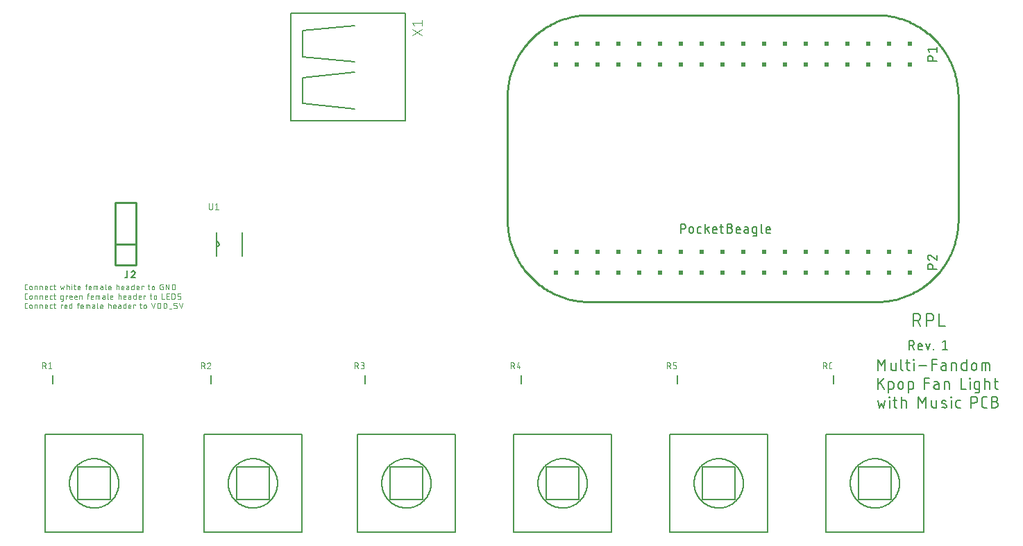
<source format=gbr>
G04 EAGLE Gerber RS-274X export*
G75*
%MOMM*%
%FSLAX34Y34*%
%LPD*%
%INSilkscreen Top*%
%IPPOS*%
%AMOC8*
5,1,8,0,0,1.08239X$1,22.5*%
G01*
%ADD10C,0.101600*%
%ADD11C,0.203200*%
%ADD12C,0.152400*%
%ADD13C,0.177800*%
%ADD14C,0.254000*%
%ADD15C,0.127000*%
%ADD16C,0.076200*%
%ADD17R,0.508000X0.508000*%


D10*
X70743Y363368D02*
X69276Y363368D01*
X69202Y363370D01*
X69127Y363376D01*
X69054Y363385D01*
X68980Y363398D01*
X68908Y363415D01*
X68837Y363435D01*
X68766Y363459D01*
X68697Y363487D01*
X68630Y363518D01*
X68564Y363552D01*
X68499Y363590D01*
X68437Y363631D01*
X68377Y363675D01*
X68320Y363722D01*
X68265Y363772D01*
X68212Y363825D01*
X68162Y363880D01*
X68115Y363937D01*
X68071Y363997D01*
X68030Y364059D01*
X67992Y364124D01*
X67958Y364190D01*
X67927Y364257D01*
X67899Y364326D01*
X67875Y364397D01*
X67855Y364468D01*
X67838Y364540D01*
X67825Y364614D01*
X67816Y364687D01*
X67810Y364762D01*
X67808Y364836D01*
X67808Y368504D01*
X67810Y368578D01*
X67816Y368653D01*
X67825Y368726D01*
X67838Y368800D01*
X67855Y368872D01*
X67875Y368943D01*
X67899Y369014D01*
X67927Y369083D01*
X67958Y369150D01*
X67992Y369216D01*
X68030Y369281D01*
X68071Y369343D01*
X68115Y369403D01*
X68162Y369460D01*
X68212Y369515D01*
X68265Y369568D01*
X68320Y369618D01*
X68377Y369665D01*
X68437Y369709D01*
X68499Y369750D01*
X68564Y369788D01*
X68629Y369822D01*
X68697Y369853D01*
X68766Y369881D01*
X68837Y369905D01*
X68908Y369925D01*
X68980Y369942D01*
X69054Y369955D01*
X69127Y369964D01*
X69202Y369970D01*
X69276Y369972D01*
X70743Y369972D01*
X73459Y366303D02*
X73459Y364836D01*
X73459Y366303D02*
X73461Y366379D01*
X73467Y366454D01*
X73476Y366529D01*
X73490Y366603D01*
X73507Y366677D01*
X73529Y366749D01*
X73553Y366821D01*
X73582Y366891D01*
X73614Y366959D01*
X73649Y367026D01*
X73688Y367091D01*
X73731Y367154D01*
X73776Y367214D01*
X73824Y367272D01*
X73876Y367328D01*
X73930Y367380D01*
X73987Y367430D01*
X74046Y367477D01*
X74107Y367521D01*
X74171Y367562D01*
X74237Y367599D01*
X74305Y367633D01*
X74374Y367663D01*
X74445Y367690D01*
X74517Y367713D01*
X74590Y367732D01*
X74664Y367747D01*
X74739Y367759D01*
X74814Y367767D01*
X74889Y367771D01*
X74965Y367771D01*
X75040Y367767D01*
X75115Y367759D01*
X75190Y367747D01*
X75264Y367732D01*
X75337Y367713D01*
X75409Y367690D01*
X75480Y367663D01*
X75549Y367633D01*
X75617Y367599D01*
X75683Y367562D01*
X75747Y367521D01*
X75808Y367477D01*
X75867Y367430D01*
X75924Y367380D01*
X75978Y367328D01*
X76030Y367272D01*
X76078Y367214D01*
X76123Y367154D01*
X76166Y367091D01*
X76205Y367026D01*
X76240Y366959D01*
X76272Y366891D01*
X76301Y366821D01*
X76325Y366749D01*
X76347Y366677D01*
X76364Y366603D01*
X76378Y366529D01*
X76387Y366454D01*
X76393Y366379D01*
X76395Y366303D01*
X76394Y366303D02*
X76394Y364836D01*
X76395Y364836D02*
X76393Y364760D01*
X76387Y364685D01*
X76378Y364610D01*
X76364Y364536D01*
X76347Y364462D01*
X76325Y364390D01*
X76301Y364318D01*
X76272Y364248D01*
X76240Y364180D01*
X76205Y364113D01*
X76166Y364048D01*
X76123Y363985D01*
X76078Y363925D01*
X76030Y363867D01*
X75978Y363811D01*
X75924Y363759D01*
X75867Y363709D01*
X75808Y363662D01*
X75747Y363618D01*
X75683Y363577D01*
X75617Y363540D01*
X75549Y363506D01*
X75480Y363476D01*
X75409Y363449D01*
X75337Y363426D01*
X75264Y363407D01*
X75190Y363392D01*
X75115Y363380D01*
X75040Y363372D01*
X74965Y363368D01*
X74889Y363368D01*
X74814Y363372D01*
X74739Y363380D01*
X74664Y363392D01*
X74590Y363407D01*
X74517Y363426D01*
X74445Y363449D01*
X74374Y363476D01*
X74305Y363506D01*
X74237Y363540D01*
X74171Y363577D01*
X74107Y363618D01*
X74046Y363662D01*
X73987Y363709D01*
X73930Y363759D01*
X73876Y363811D01*
X73824Y363867D01*
X73776Y363925D01*
X73731Y363985D01*
X73688Y364048D01*
X73649Y364113D01*
X73614Y364180D01*
X73582Y364248D01*
X73553Y364318D01*
X73529Y364390D01*
X73507Y364462D01*
X73490Y364536D01*
X73476Y364610D01*
X73467Y364685D01*
X73461Y364760D01*
X73459Y364836D01*
X79631Y363368D02*
X79631Y367771D01*
X81466Y367771D01*
X81530Y367769D01*
X81594Y367764D01*
X81657Y367754D01*
X81720Y367741D01*
X81782Y367725D01*
X81843Y367705D01*
X81902Y367681D01*
X81960Y367654D01*
X82017Y367623D01*
X82071Y367590D01*
X82123Y367553D01*
X82174Y367513D01*
X82222Y367471D01*
X82267Y367426D01*
X82309Y367378D01*
X82349Y367327D01*
X82386Y367275D01*
X82419Y367221D01*
X82450Y367164D01*
X82477Y367106D01*
X82501Y367047D01*
X82521Y366986D01*
X82537Y366924D01*
X82550Y366861D01*
X82560Y366798D01*
X82565Y366734D01*
X82567Y366670D01*
X82567Y363368D01*
X86032Y363368D02*
X86032Y367771D01*
X87867Y367771D01*
X87931Y367769D01*
X87995Y367764D01*
X88058Y367754D01*
X88121Y367741D01*
X88183Y367725D01*
X88244Y367705D01*
X88303Y367681D01*
X88361Y367654D01*
X88418Y367623D01*
X88472Y367590D01*
X88524Y367553D01*
X88575Y367513D01*
X88623Y367471D01*
X88668Y367426D01*
X88710Y367378D01*
X88750Y367327D01*
X88787Y367275D01*
X88820Y367221D01*
X88851Y367164D01*
X88878Y367106D01*
X88902Y367047D01*
X88922Y366986D01*
X88938Y366924D01*
X88951Y366861D01*
X88961Y366798D01*
X88966Y366734D01*
X88968Y366670D01*
X88967Y366670D02*
X88967Y363368D01*
X93305Y363368D02*
X95139Y363368D01*
X93305Y363368D02*
X93241Y363370D01*
X93177Y363375D01*
X93114Y363385D01*
X93051Y363398D01*
X92989Y363414D01*
X92928Y363434D01*
X92869Y363458D01*
X92811Y363485D01*
X92755Y363516D01*
X92700Y363549D01*
X92648Y363586D01*
X92597Y363626D01*
X92549Y363668D01*
X92504Y363713D01*
X92462Y363761D01*
X92422Y363812D01*
X92385Y363864D01*
X92352Y363919D01*
X92321Y363975D01*
X92294Y364033D01*
X92270Y364092D01*
X92250Y364153D01*
X92234Y364215D01*
X92221Y364278D01*
X92211Y364341D01*
X92206Y364405D01*
X92204Y364469D01*
X92204Y366303D01*
X92206Y366379D01*
X92212Y366454D01*
X92221Y366529D01*
X92235Y366603D01*
X92252Y366677D01*
X92274Y366749D01*
X92298Y366821D01*
X92327Y366891D01*
X92359Y366959D01*
X92394Y367026D01*
X92433Y367091D01*
X92476Y367154D01*
X92521Y367214D01*
X92569Y367272D01*
X92621Y367328D01*
X92675Y367380D01*
X92732Y367430D01*
X92791Y367477D01*
X92852Y367521D01*
X92916Y367562D01*
X92982Y367599D01*
X93050Y367633D01*
X93119Y367663D01*
X93190Y367690D01*
X93262Y367713D01*
X93335Y367732D01*
X93409Y367747D01*
X93484Y367759D01*
X93559Y367767D01*
X93634Y367771D01*
X93710Y367771D01*
X93785Y367767D01*
X93860Y367759D01*
X93935Y367747D01*
X94009Y367732D01*
X94082Y367713D01*
X94154Y367690D01*
X94225Y367663D01*
X94294Y367633D01*
X94362Y367599D01*
X94428Y367562D01*
X94492Y367521D01*
X94553Y367477D01*
X94612Y367430D01*
X94669Y367380D01*
X94723Y367328D01*
X94775Y367272D01*
X94823Y367214D01*
X94868Y367154D01*
X94911Y367091D01*
X94950Y367026D01*
X94985Y366959D01*
X95017Y366891D01*
X95046Y366821D01*
X95070Y366749D01*
X95092Y366677D01*
X95109Y366603D01*
X95123Y366529D01*
X95132Y366454D01*
X95138Y366379D01*
X95140Y366303D01*
X95139Y366303D02*
X95139Y365569D01*
X92204Y365569D01*
X99259Y363368D02*
X100727Y363368D01*
X99259Y363368D02*
X99195Y363370D01*
X99131Y363375D01*
X99068Y363385D01*
X99005Y363398D01*
X98943Y363414D01*
X98882Y363434D01*
X98823Y363458D01*
X98765Y363485D01*
X98709Y363516D01*
X98654Y363549D01*
X98602Y363586D01*
X98551Y363626D01*
X98503Y363668D01*
X98458Y363713D01*
X98416Y363761D01*
X98376Y363812D01*
X98339Y363864D01*
X98306Y363919D01*
X98275Y363975D01*
X98248Y364033D01*
X98224Y364092D01*
X98204Y364153D01*
X98188Y364215D01*
X98175Y364278D01*
X98165Y364341D01*
X98160Y364405D01*
X98158Y364469D01*
X98159Y364469D02*
X98159Y366670D01*
X98158Y366670D02*
X98160Y366734D01*
X98165Y366798D01*
X98175Y366861D01*
X98188Y366924D01*
X98204Y366986D01*
X98224Y367047D01*
X98248Y367106D01*
X98275Y367164D01*
X98306Y367221D01*
X98339Y367275D01*
X98376Y367327D01*
X98416Y367378D01*
X98458Y367426D01*
X98503Y367471D01*
X98551Y367513D01*
X98602Y367553D01*
X98654Y367590D01*
X98709Y367624D01*
X98765Y367654D01*
X98823Y367681D01*
X98882Y367705D01*
X98943Y367725D01*
X99005Y367741D01*
X99068Y367754D01*
X99131Y367764D01*
X99195Y367769D01*
X99259Y367771D01*
X100727Y367771D01*
X102784Y367771D02*
X104986Y367771D01*
X103518Y369972D02*
X103518Y364469D01*
X103520Y364405D01*
X103525Y364341D01*
X103535Y364278D01*
X103548Y364215D01*
X103564Y364153D01*
X103584Y364092D01*
X103608Y364033D01*
X103635Y363975D01*
X103666Y363919D01*
X103699Y363864D01*
X103736Y363812D01*
X103776Y363761D01*
X103818Y363713D01*
X103863Y363668D01*
X103911Y363626D01*
X103962Y363586D01*
X104014Y363549D01*
X104069Y363516D01*
X104125Y363485D01*
X104183Y363458D01*
X104242Y363434D01*
X104303Y363414D01*
X104365Y363398D01*
X104428Y363385D01*
X104491Y363375D01*
X104555Y363370D01*
X104619Y363368D01*
X104986Y363368D01*
X112459Y363368D02*
X111359Y367771D01*
X113560Y366303D02*
X112459Y363368D01*
X114661Y363368D02*
X113560Y366303D01*
X115761Y367771D02*
X114661Y363368D01*
X118950Y363368D02*
X118950Y369972D01*
X118950Y367771D02*
X120785Y367771D01*
X120849Y367769D01*
X120913Y367764D01*
X120976Y367754D01*
X121039Y367741D01*
X121101Y367725D01*
X121162Y367705D01*
X121221Y367681D01*
X121279Y367654D01*
X121336Y367623D01*
X121390Y367590D01*
X121442Y367553D01*
X121493Y367513D01*
X121541Y367471D01*
X121586Y367426D01*
X121628Y367378D01*
X121668Y367327D01*
X121705Y367275D01*
X121738Y367221D01*
X121769Y367164D01*
X121796Y367106D01*
X121820Y367047D01*
X121840Y366986D01*
X121856Y366924D01*
X121869Y366861D01*
X121879Y366798D01*
X121884Y366734D01*
X121886Y366670D01*
X121886Y363368D01*
X124990Y363368D02*
X124990Y367771D01*
X124807Y369605D02*
X124807Y369972D01*
X125173Y369972D01*
X125173Y369605D01*
X124807Y369605D01*
X127244Y367771D02*
X129446Y367771D01*
X127978Y369972D02*
X127978Y364469D01*
X127980Y364405D01*
X127985Y364341D01*
X127995Y364278D01*
X128008Y364215D01*
X128024Y364153D01*
X128044Y364092D01*
X128068Y364033D01*
X128095Y363975D01*
X128126Y363919D01*
X128159Y363864D01*
X128196Y363812D01*
X128236Y363761D01*
X128278Y363713D01*
X128323Y363668D01*
X128371Y363626D01*
X128422Y363586D01*
X128474Y363549D01*
X128529Y363516D01*
X128585Y363485D01*
X128643Y363458D01*
X128702Y363434D01*
X128763Y363414D01*
X128825Y363398D01*
X128888Y363385D01*
X128951Y363375D01*
X129015Y363370D01*
X129079Y363368D01*
X129446Y363368D01*
X133310Y363368D02*
X135144Y363368D01*
X133310Y363368D02*
X133246Y363370D01*
X133182Y363375D01*
X133119Y363385D01*
X133056Y363398D01*
X132994Y363414D01*
X132933Y363434D01*
X132874Y363458D01*
X132816Y363485D01*
X132760Y363516D01*
X132705Y363549D01*
X132653Y363586D01*
X132602Y363626D01*
X132554Y363668D01*
X132509Y363713D01*
X132467Y363761D01*
X132427Y363812D01*
X132390Y363864D01*
X132357Y363919D01*
X132326Y363975D01*
X132299Y364033D01*
X132275Y364092D01*
X132255Y364153D01*
X132239Y364215D01*
X132226Y364278D01*
X132216Y364341D01*
X132211Y364405D01*
X132209Y364469D01*
X132209Y366303D01*
X132211Y366379D01*
X132217Y366454D01*
X132226Y366529D01*
X132240Y366603D01*
X132257Y366677D01*
X132279Y366749D01*
X132303Y366821D01*
X132332Y366891D01*
X132364Y366959D01*
X132399Y367026D01*
X132438Y367091D01*
X132481Y367154D01*
X132526Y367214D01*
X132574Y367272D01*
X132626Y367328D01*
X132680Y367380D01*
X132737Y367430D01*
X132796Y367477D01*
X132857Y367521D01*
X132921Y367562D01*
X132987Y367599D01*
X133055Y367633D01*
X133124Y367663D01*
X133195Y367690D01*
X133267Y367713D01*
X133340Y367732D01*
X133414Y367747D01*
X133489Y367759D01*
X133564Y367767D01*
X133639Y367771D01*
X133715Y367771D01*
X133790Y367767D01*
X133865Y367759D01*
X133940Y367747D01*
X134014Y367732D01*
X134087Y367713D01*
X134159Y367690D01*
X134230Y367663D01*
X134299Y367633D01*
X134367Y367599D01*
X134433Y367562D01*
X134497Y367521D01*
X134558Y367477D01*
X134617Y367430D01*
X134674Y367380D01*
X134728Y367328D01*
X134780Y367272D01*
X134828Y367214D01*
X134873Y367154D01*
X134916Y367091D01*
X134955Y367026D01*
X134990Y366959D01*
X135022Y366891D01*
X135051Y366821D01*
X135075Y366749D01*
X135097Y366677D01*
X135114Y366603D01*
X135128Y366529D01*
X135137Y366454D01*
X135143Y366379D01*
X135145Y366303D01*
X135144Y366303D02*
X135144Y365569D01*
X132209Y365569D01*
X142159Y363368D02*
X142159Y368871D01*
X142161Y368935D01*
X142166Y368999D01*
X142176Y369062D01*
X142189Y369125D01*
X142205Y369187D01*
X142225Y369248D01*
X142249Y369307D01*
X142276Y369365D01*
X142307Y369422D01*
X142340Y369476D01*
X142377Y369528D01*
X142417Y369579D01*
X142459Y369627D01*
X142504Y369672D01*
X142552Y369714D01*
X142603Y369754D01*
X142655Y369791D01*
X142710Y369824D01*
X142766Y369855D01*
X142824Y369882D01*
X142883Y369906D01*
X142944Y369926D01*
X143006Y369942D01*
X143069Y369955D01*
X143132Y369965D01*
X143196Y369970D01*
X143260Y369972D01*
X143627Y369972D01*
X143627Y367771D02*
X141425Y367771D01*
X146797Y363368D02*
X148632Y363368D01*
X146797Y363368D02*
X146733Y363370D01*
X146669Y363375D01*
X146606Y363385D01*
X146543Y363398D01*
X146481Y363414D01*
X146420Y363434D01*
X146361Y363458D01*
X146303Y363485D01*
X146247Y363516D01*
X146192Y363549D01*
X146140Y363586D01*
X146089Y363626D01*
X146041Y363668D01*
X145996Y363713D01*
X145954Y363761D01*
X145914Y363812D01*
X145877Y363864D01*
X145844Y363919D01*
X145813Y363975D01*
X145786Y364033D01*
X145762Y364092D01*
X145742Y364153D01*
X145726Y364215D01*
X145713Y364278D01*
X145703Y364341D01*
X145698Y364405D01*
X145696Y364469D01*
X145696Y366303D01*
X145698Y366379D01*
X145704Y366454D01*
X145713Y366529D01*
X145727Y366603D01*
X145744Y366677D01*
X145766Y366749D01*
X145790Y366821D01*
X145819Y366891D01*
X145851Y366959D01*
X145886Y367026D01*
X145925Y367091D01*
X145968Y367154D01*
X146013Y367214D01*
X146061Y367272D01*
X146113Y367328D01*
X146167Y367380D01*
X146224Y367430D01*
X146283Y367477D01*
X146344Y367521D01*
X146408Y367562D01*
X146474Y367599D01*
X146542Y367633D01*
X146611Y367663D01*
X146682Y367690D01*
X146754Y367713D01*
X146827Y367732D01*
X146901Y367747D01*
X146976Y367759D01*
X147051Y367767D01*
X147126Y367771D01*
X147202Y367771D01*
X147277Y367767D01*
X147352Y367759D01*
X147427Y367747D01*
X147501Y367732D01*
X147574Y367713D01*
X147646Y367690D01*
X147717Y367663D01*
X147786Y367633D01*
X147854Y367599D01*
X147920Y367562D01*
X147984Y367521D01*
X148045Y367477D01*
X148104Y367430D01*
X148161Y367380D01*
X148215Y367328D01*
X148267Y367272D01*
X148315Y367214D01*
X148360Y367154D01*
X148403Y367091D01*
X148442Y367026D01*
X148477Y366959D01*
X148509Y366891D01*
X148538Y366821D01*
X148562Y366749D01*
X148584Y366677D01*
X148601Y366603D01*
X148615Y366529D01*
X148624Y366454D01*
X148630Y366379D01*
X148632Y366303D01*
X148632Y365569D01*
X145696Y365569D01*
X152049Y363368D02*
X152049Y367771D01*
X155351Y367771D01*
X155415Y367769D01*
X155479Y367764D01*
X155542Y367754D01*
X155605Y367741D01*
X155667Y367725D01*
X155728Y367705D01*
X155787Y367681D01*
X155845Y367654D01*
X155902Y367623D01*
X155956Y367590D01*
X156008Y367553D01*
X156059Y367513D01*
X156107Y367471D01*
X156152Y367426D01*
X156194Y367378D01*
X156234Y367327D01*
X156271Y367275D01*
X156304Y367221D01*
X156335Y367164D01*
X156362Y367106D01*
X156386Y367047D01*
X156406Y366986D01*
X156422Y366924D01*
X156435Y366861D01*
X156445Y366798D01*
X156450Y366734D01*
X156452Y366670D01*
X156452Y363368D01*
X154251Y363368D02*
X154251Y367771D01*
X161107Y365936D02*
X162758Y365936D01*
X161107Y365936D02*
X161036Y365934D01*
X160966Y365928D01*
X160896Y365918D01*
X160826Y365905D01*
X160758Y365888D01*
X160690Y365866D01*
X160624Y365842D01*
X160559Y365813D01*
X160496Y365781D01*
X160435Y365746D01*
X160375Y365707D01*
X160318Y365665D01*
X160264Y365620D01*
X160212Y365572D01*
X160162Y365522D01*
X160116Y365468D01*
X160072Y365412D01*
X160032Y365354D01*
X159995Y365294D01*
X159961Y365232D01*
X159931Y365168D01*
X159905Y365102D01*
X159882Y365035D01*
X159862Y364967D01*
X159847Y364898D01*
X159835Y364828D01*
X159827Y364758D01*
X159823Y364687D01*
X159823Y364617D01*
X159827Y364546D01*
X159835Y364476D01*
X159847Y364406D01*
X159862Y364337D01*
X159882Y364269D01*
X159905Y364202D01*
X159931Y364136D01*
X159961Y364072D01*
X159995Y364010D01*
X160032Y363950D01*
X160072Y363892D01*
X160116Y363836D01*
X160162Y363782D01*
X160212Y363732D01*
X160264Y363684D01*
X160318Y363639D01*
X160375Y363597D01*
X160435Y363558D01*
X160496Y363523D01*
X160559Y363491D01*
X160624Y363462D01*
X160690Y363438D01*
X160758Y363416D01*
X160826Y363399D01*
X160896Y363386D01*
X160966Y363376D01*
X161036Y363370D01*
X161107Y363368D01*
X162758Y363368D01*
X162758Y366670D01*
X162756Y366734D01*
X162751Y366798D01*
X162741Y366861D01*
X162728Y366924D01*
X162712Y366986D01*
X162692Y367047D01*
X162668Y367106D01*
X162641Y367164D01*
X162610Y367221D01*
X162577Y367275D01*
X162540Y367327D01*
X162500Y367378D01*
X162458Y367426D01*
X162413Y367471D01*
X162365Y367513D01*
X162314Y367553D01*
X162262Y367590D01*
X162208Y367623D01*
X162151Y367654D01*
X162093Y367681D01*
X162034Y367705D01*
X161973Y367725D01*
X161911Y367741D01*
X161848Y367754D01*
X161785Y367764D01*
X161721Y367769D01*
X161657Y367771D01*
X160189Y367771D01*
X166085Y369972D02*
X166085Y364469D01*
X166087Y364405D01*
X166092Y364341D01*
X166102Y364278D01*
X166115Y364215D01*
X166131Y364153D01*
X166151Y364092D01*
X166175Y364033D01*
X166202Y363975D01*
X166233Y363919D01*
X166266Y363864D01*
X166303Y363812D01*
X166343Y363761D01*
X166385Y363713D01*
X166430Y363668D01*
X166478Y363626D01*
X166529Y363586D01*
X166581Y363549D01*
X166636Y363516D01*
X166692Y363485D01*
X166750Y363458D01*
X166809Y363434D01*
X166870Y363414D01*
X166932Y363398D01*
X166995Y363385D01*
X167058Y363375D01*
X167122Y363370D01*
X167186Y363368D01*
X170800Y363368D02*
X172634Y363368D01*
X170800Y363368D02*
X170736Y363370D01*
X170672Y363375D01*
X170609Y363385D01*
X170546Y363398D01*
X170484Y363414D01*
X170423Y363434D01*
X170364Y363458D01*
X170306Y363485D01*
X170250Y363516D01*
X170195Y363549D01*
X170143Y363586D01*
X170092Y363626D01*
X170044Y363668D01*
X169999Y363713D01*
X169957Y363761D01*
X169917Y363812D01*
X169880Y363864D01*
X169847Y363919D01*
X169816Y363975D01*
X169789Y364033D01*
X169765Y364092D01*
X169745Y364153D01*
X169729Y364215D01*
X169716Y364278D01*
X169706Y364341D01*
X169701Y364405D01*
X169699Y364469D01*
X169699Y366303D01*
X169701Y366379D01*
X169707Y366454D01*
X169716Y366529D01*
X169730Y366603D01*
X169747Y366677D01*
X169769Y366749D01*
X169793Y366821D01*
X169822Y366891D01*
X169854Y366959D01*
X169889Y367026D01*
X169928Y367091D01*
X169971Y367154D01*
X170016Y367214D01*
X170064Y367272D01*
X170116Y367328D01*
X170170Y367380D01*
X170227Y367430D01*
X170286Y367477D01*
X170347Y367521D01*
X170411Y367562D01*
X170477Y367599D01*
X170545Y367633D01*
X170614Y367663D01*
X170685Y367690D01*
X170757Y367713D01*
X170830Y367732D01*
X170904Y367747D01*
X170979Y367759D01*
X171054Y367767D01*
X171129Y367771D01*
X171205Y367771D01*
X171280Y367767D01*
X171355Y367759D01*
X171430Y367747D01*
X171504Y367732D01*
X171577Y367713D01*
X171649Y367690D01*
X171720Y367663D01*
X171789Y367633D01*
X171857Y367599D01*
X171923Y367562D01*
X171987Y367521D01*
X172048Y367477D01*
X172107Y367430D01*
X172164Y367380D01*
X172218Y367328D01*
X172270Y367272D01*
X172318Y367214D01*
X172363Y367154D01*
X172406Y367091D01*
X172445Y367026D01*
X172480Y366959D01*
X172512Y366891D01*
X172541Y366821D01*
X172565Y366749D01*
X172587Y366677D01*
X172604Y366603D01*
X172618Y366529D01*
X172627Y366454D01*
X172633Y366379D01*
X172635Y366303D01*
X172634Y366303D02*
X172634Y365569D01*
X169699Y365569D01*
X179529Y363368D02*
X179529Y369972D01*
X179529Y367771D02*
X181364Y367771D01*
X181428Y367769D01*
X181492Y367764D01*
X181555Y367754D01*
X181618Y367741D01*
X181680Y367725D01*
X181741Y367705D01*
X181800Y367681D01*
X181858Y367654D01*
X181915Y367623D01*
X181969Y367590D01*
X182021Y367553D01*
X182072Y367513D01*
X182120Y367471D01*
X182165Y367426D01*
X182207Y367378D01*
X182247Y367327D01*
X182284Y367275D01*
X182317Y367221D01*
X182348Y367164D01*
X182375Y367106D01*
X182399Y367047D01*
X182419Y366986D01*
X182435Y366924D01*
X182448Y366861D01*
X182458Y366798D01*
X182463Y366734D01*
X182465Y366670D01*
X182464Y366670D02*
X182464Y363368D01*
X186802Y363368D02*
X188636Y363368D01*
X186802Y363368D02*
X186738Y363370D01*
X186674Y363375D01*
X186611Y363385D01*
X186548Y363398D01*
X186486Y363414D01*
X186425Y363434D01*
X186366Y363458D01*
X186308Y363485D01*
X186252Y363516D01*
X186197Y363549D01*
X186145Y363586D01*
X186094Y363626D01*
X186046Y363668D01*
X186001Y363713D01*
X185959Y363761D01*
X185919Y363812D01*
X185882Y363864D01*
X185849Y363919D01*
X185818Y363975D01*
X185791Y364033D01*
X185767Y364092D01*
X185747Y364153D01*
X185731Y364215D01*
X185718Y364278D01*
X185708Y364341D01*
X185703Y364405D01*
X185701Y364469D01*
X185701Y366303D01*
X185703Y366379D01*
X185709Y366454D01*
X185718Y366529D01*
X185732Y366603D01*
X185749Y366677D01*
X185771Y366749D01*
X185795Y366821D01*
X185824Y366891D01*
X185856Y366959D01*
X185891Y367026D01*
X185930Y367091D01*
X185973Y367154D01*
X186018Y367214D01*
X186066Y367272D01*
X186118Y367328D01*
X186172Y367380D01*
X186229Y367430D01*
X186288Y367477D01*
X186349Y367521D01*
X186413Y367562D01*
X186479Y367599D01*
X186547Y367633D01*
X186616Y367663D01*
X186687Y367690D01*
X186759Y367713D01*
X186832Y367732D01*
X186906Y367747D01*
X186981Y367759D01*
X187056Y367767D01*
X187131Y367771D01*
X187207Y367771D01*
X187282Y367767D01*
X187357Y367759D01*
X187432Y367747D01*
X187506Y367732D01*
X187579Y367713D01*
X187651Y367690D01*
X187722Y367663D01*
X187791Y367633D01*
X187859Y367599D01*
X187925Y367562D01*
X187989Y367521D01*
X188050Y367477D01*
X188109Y367430D01*
X188166Y367380D01*
X188220Y367328D01*
X188272Y367272D01*
X188320Y367214D01*
X188365Y367154D01*
X188408Y367091D01*
X188447Y367026D01*
X188482Y366959D01*
X188514Y366891D01*
X188543Y366821D01*
X188567Y366749D01*
X188589Y366677D01*
X188606Y366603D01*
X188620Y366529D01*
X188629Y366454D01*
X188635Y366379D01*
X188637Y366303D01*
X188636Y366303D02*
X188636Y365569D01*
X185701Y365569D01*
X192882Y365936D02*
X194533Y365936D01*
X192882Y365936D02*
X192811Y365934D01*
X192741Y365928D01*
X192671Y365918D01*
X192601Y365905D01*
X192533Y365888D01*
X192465Y365866D01*
X192399Y365842D01*
X192334Y365813D01*
X192271Y365781D01*
X192210Y365746D01*
X192150Y365707D01*
X192093Y365665D01*
X192039Y365620D01*
X191987Y365572D01*
X191937Y365522D01*
X191891Y365468D01*
X191847Y365412D01*
X191807Y365354D01*
X191770Y365294D01*
X191736Y365232D01*
X191706Y365168D01*
X191680Y365102D01*
X191657Y365035D01*
X191637Y364967D01*
X191622Y364898D01*
X191610Y364828D01*
X191602Y364758D01*
X191598Y364687D01*
X191598Y364617D01*
X191602Y364546D01*
X191610Y364476D01*
X191622Y364406D01*
X191637Y364337D01*
X191657Y364269D01*
X191680Y364202D01*
X191706Y364136D01*
X191736Y364072D01*
X191770Y364010D01*
X191807Y363950D01*
X191847Y363892D01*
X191891Y363836D01*
X191937Y363782D01*
X191987Y363732D01*
X192039Y363684D01*
X192093Y363639D01*
X192150Y363597D01*
X192210Y363558D01*
X192271Y363523D01*
X192334Y363491D01*
X192399Y363462D01*
X192465Y363438D01*
X192533Y363416D01*
X192601Y363399D01*
X192671Y363386D01*
X192741Y363376D01*
X192811Y363370D01*
X192882Y363368D01*
X194533Y363368D01*
X194533Y366670D01*
X194531Y366734D01*
X194526Y366798D01*
X194516Y366861D01*
X194503Y366924D01*
X194487Y366986D01*
X194467Y367047D01*
X194443Y367106D01*
X194416Y367164D01*
X194385Y367221D01*
X194352Y367275D01*
X194315Y367327D01*
X194275Y367378D01*
X194233Y367426D01*
X194188Y367471D01*
X194140Y367513D01*
X194089Y367553D01*
X194037Y367590D01*
X193983Y367623D01*
X193926Y367654D01*
X193868Y367681D01*
X193809Y367705D01*
X193748Y367725D01*
X193686Y367741D01*
X193623Y367754D01*
X193560Y367764D01*
X193496Y367769D01*
X193432Y367771D01*
X191965Y367771D01*
X200705Y369972D02*
X200705Y363368D01*
X198871Y363368D01*
X198807Y363370D01*
X198743Y363375D01*
X198680Y363385D01*
X198617Y363398D01*
X198555Y363414D01*
X198494Y363434D01*
X198435Y363458D01*
X198377Y363485D01*
X198321Y363516D01*
X198266Y363549D01*
X198214Y363586D01*
X198163Y363626D01*
X198115Y363668D01*
X198070Y363713D01*
X198028Y363761D01*
X197988Y363812D01*
X197951Y363864D01*
X197918Y363919D01*
X197887Y363975D01*
X197860Y364033D01*
X197836Y364092D01*
X197816Y364153D01*
X197800Y364215D01*
X197787Y364278D01*
X197777Y364341D01*
X197772Y364405D01*
X197770Y364469D01*
X197770Y366670D01*
X197772Y366734D01*
X197777Y366798D01*
X197787Y366861D01*
X197800Y366924D01*
X197816Y366986D01*
X197836Y367047D01*
X197860Y367106D01*
X197887Y367164D01*
X197918Y367221D01*
X197951Y367275D01*
X197988Y367327D01*
X198028Y367378D01*
X198070Y367426D01*
X198115Y367471D01*
X198163Y367513D01*
X198214Y367553D01*
X198266Y367590D01*
X198321Y367624D01*
X198377Y367654D01*
X198435Y367681D01*
X198494Y367705D01*
X198555Y367725D01*
X198617Y367741D01*
X198680Y367754D01*
X198743Y367764D01*
X198807Y367769D01*
X198871Y367771D01*
X200705Y367771D01*
X205090Y363368D02*
X206924Y363368D01*
X205090Y363368D02*
X205026Y363370D01*
X204962Y363375D01*
X204899Y363385D01*
X204836Y363398D01*
X204774Y363414D01*
X204713Y363434D01*
X204654Y363458D01*
X204596Y363485D01*
X204540Y363516D01*
X204485Y363549D01*
X204433Y363586D01*
X204382Y363626D01*
X204334Y363668D01*
X204289Y363713D01*
X204247Y363761D01*
X204207Y363812D01*
X204170Y363864D01*
X204137Y363919D01*
X204106Y363975D01*
X204079Y364033D01*
X204055Y364092D01*
X204035Y364153D01*
X204019Y364215D01*
X204006Y364278D01*
X203996Y364341D01*
X203991Y364405D01*
X203989Y364469D01*
X203989Y366303D01*
X203991Y366379D01*
X203997Y366454D01*
X204006Y366529D01*
X204020Y366603D01*
X204037Y366677D01*
X204059Y366749D01*
X204083Y366821D01*
X204112Y366891D01*
X204144Y366959D01*
X204179Y367026D01*
X204218Y367091D01*
X204261Y367154D01*
X204306Y367214D01*
X204354Y367272D01*
X204406Y367328D01*
X204460Y367380D01*
X204517Y367430D01*
X204576Y367477D01*
X204637Y367521D01*
X204701Y367562D01*
X204767Y367599D01*
X204835Y367633D01*
X204904Y367663D01*
X204975Y367690D01*
X205047Y367713D01*
X205120Y367732D01*
X205194Y367747D01*
X205269Y367759D01*
X205344Y367767D01*
X205419Y367771D01*
X205495Y367771D01*
X205570Y367767D01*
X205645Y367759D01*
X205720Y367747D01*
X205794Y367732D01*
X205867Y367713D01*
X205939Y367690D01*
X206010Y367663D01*
X206079Y367633D01*
X206147Y367599D01*
X206213Y367562D01*
X206277Y367521D01*
X206338Y367477D01*
X206397Y367430D01*
X206454Y367380D01*
X206508Y367328D01*
X206560Y367272D01*
X206608Y367214D01*
X206653Y367154D01*
X206696Y367091D01*
X206735Y367026D01*
X206770Y366959D01*
X206802Y366891D01*
X206831Y366821D01*
X206855Y366749D01*
X206877Y366677D01*
X206894Y366603D01*
X206908Y366529D01*
X206917Y366454D01*
X206923Y366379D01*
X206925Y366303D01*
X206924Y366303D02*
X206924Y365569D01*
X203989Y365569D01*
X210215Y363368D02*
X210215Y367771D01*
X212416Y367771D01*
X212416Y367037D01*
X217770Y367771D02*
X219971Y367771D01*
X218503Y369972D02*
X218503Y364469D01*
X218505Y364405D01*
X218510Y364341D01*
X218520Y364278D01*
X218533Y364215D01*
X218549Y364153D01*
X218569Y364092D01*
X218593Y364033D01*
X218620Y363975D01*
X218651Y363919D01*
X218684Y363864D01*
X218721Y363812D01*
X218761Y363761D01*
X218803Y363713D01*
X218848Y363668D01*
X218896Y363626D01*
X218947Y363586D01*
X218999Y363549D01*
X219054Y363516D01*
X219110Y363485D01*
X219168Y363458D01*
X219227Y363434D01*
X219288Y363414D01*
X219350Y363398D01*
X219413Y363385D01*
X219476Y363375D01*
X219540Y363370D01*
X219604Y363368D01*
X219971Y363368D01*
X222734Y364836D02*
X222734Y366303D01*
X222736Y366379D01*
X222742Y366454D01*
X222751Y366529D01*
X222765Y366603D01*
X222782Y366677D01*
X222804Y366749D01*
X222828Y366821D01*
X222857Y366891D01*
X222889Y366959D01*
X222924Y367026D01*
X222963Y367091D01*
X223006Y367154D01*
X223051Y367214D01*
X223099Y367272D01*
X223151Y367328D01*
X223205Y367380D01*
X223262Y367430D01*
X223321Y367477D01*
X223382Y367521D01*
X223446Y367562D01*
X223512Y367599D01*
X223580Y367633D01*
X223649Y367663D01*
X223720Y367690D01*
X223792Y367713D01*
X223865Y367732D01*
X223939Y367747D01*
X224014Y367759D01*
X224089Y367767D01*
X224164Y367771D01*
X224240Y367771D01*
X224315Y367767D01*
X224390Y367759D01*
X224465Y367747D01*
X224539Y367732D01*
X224612Y367713D01*
X224684Y367690D01*
X224755Y367663D01*
X224824Y367633D01*
X224892Y367599D01*
X224958Y367562D01*
X225022Y367521D01*
X225083Y367477D01*
X225142Y367430D01*
X225199Y367380D01*
X225253Y367328D01*
X225305Y367272D01*
X225353Y367214D01*
X225398Y367154D01*
X225441Y367091D01*
X225480Y367026D01*
X225515Y366959D01*
X225547Y366891D01*
X225576Y366821D01*
X225600Y366749D01*
X225622Y366677D01*
X225639Y366603D01*
X225653Y366529D01*
X225662Y366454D01*
X225668Y366379D01*
X225670Y366303D01*
X225669Y366303D02*
X225669Y364836D01*
X225670Y364836D02*
X225668Y364760D01*
X225662Y364685D01*
X225653Y364610D01*
X225639Y364536D01*
X225622Y364462D01*
X225600Y364390D01*
X225576Y364318D01*
X225547Y364248D01*
X225515Y364180D01*
X225480Y364113D01*
X225441Y364048D01*
X225398Y363985D01*
X225353Y363925D01*
X225305Y363867D01*
X225253Y363811D01*
X225199Y363759D01*
X225142Y363709D01*
X225083Y363662D01*
X225022Y363618D01*
X224958Y363577D01*
X224892Y363540D01*
X224824Y363506D01*
X224755Y363476D01*
X224684Y363449D01*
X224612Y363426D01*
X224539Y363407D01*
X224465Y363392D01*
X224390Y363380D01*
X224315Y363372D01*
X224240Y363368D01*
X224164Y363368D01*
X224089Y363372D01*
X224014Y363380D01*
X223939Y363392D01*
X223865Y363407D01*
X223792Y363426D01*
X223720Y363449D01*
X223649Y363476D01*
X223580Y363506D01*
X223512Y363540D01*
X223446Y363577D01*
X223382Y363618D01*
X223321Y363662D01*
X223262Y363709D01*
X223205Y363759D01*
X223151Y363811D01*
X223099Y363867D01*
X223051Y363925D01*
X223006Y363985D01*
X222963Y364048D01*
X222924Y364113D01*
X222889Y364180D01*
X222857Y364248D01*
X222828Y364318D01*
X222804Y364390D01*
X222782Y364462D01*
X222765Y364536D01*
X222751Y364610D01*
X222742Y364685D01*
X222736Y364760D01*
X222734Y364836D01*
X235223Y367037D02*
X236323Y367037D01*
X236323Y363368D01*
X234122Y363368D01*
X234048Y363370D01*
X233973Y363376D01*
X233900Y363385D01*
X233826Y363398D01*
X233754Y363415D01*
X233683Y363435D01*
X233612Y363459D01*
X233543Y363487D01*
X233476Y363518D01*
X233410Y363552D01*
X233345Y363590D01*
X233283Y363631D01*
X233223Y363675D01*
X233166Y363722D01*
X233111Y363772D01*
X233058Y363825D01*
X233008Y363880D01*
X232961Y363937D01*
X232917Y363997D01*
X232876Y364059D01*
X232838Y364124D01*
X232804Y364190D01*
X232773Y364257D01*
X232745Y364326D01*
X232721Y364397D01*
X232701Y364468D01*
X232684Y364540D01*
X232671Y364614D01*
X232662Y364687D01*
X232656Y364762D01*
X232654Y364836D01*
X232654Y368504D01*
X232656Y368578D01*
X232662Y368653D01*
X232671Y368726D01*
X232684Y368800D01*
X232701Y368872D01*
X232721Y368943D01*
X232745Y369014D01*
X232773Y369083D01*
X232804Y369150D01*
X232838Y369216D01*
X232876Y369281D01*
X232917Y369343D01*
X232961Y369403D01*
X233008Y369460D01*
X233058Y369515D01*
X233111Y369568D01*
X233166Y369618D01*
X233223Y369665D01*
X233283Y369709D01*
X233345Y369750D01*
X233410Y369788D01*
X233475Y369822D01*
X233543Y369853D01*
X233612Y369881D01*
X233683Y369905D01*
X233754Y369925D01*
X233826Y369942D01*
X233900Y369955D01*
X233973Y369964D01*
X234048Y369970D01*
X234122Y369972D01*
X236323Y369972D01*
X239970Y369972D02*
X239970Y363368D01*
X243638Y363368D02*
X239970Y369972D01*
X243638Y369972D02*
X243638Y363368D01*
X247285Y363368D02*
X247285Y369972D01*
X249119Y369972D01*
X249204Y369970D01*
X249288Y369964D01*
X249372Y369954D01*
X249456Y369941D01*
X249539Y369923D01*
X249621Y369902D01*
X249702Y369877D01*
X249782Y369848D01*
X249860Y369816D01*
X249936Y369780D01*
X250011Y369740D01*
X250084Y369697D01*
X250155Y369651D01*
X250224Y369602D01*
X250291Y369549D01*
X250355Y369493D01*
X250416Y369435D01*
X250474Y369374D01*
X250530Y369310D01*
X250583Y369243D01*
X250632Y369174D01*
X250678Y369103D01*
X250721Y369030D01*
X250761Y368955D01*
X250797Y368879D01*
X250829Y368801D01*
X250858Y368721D01*
X250883Y368640D01*
X250904Y368558D01*
X250922Y368475D01*
X250935Y368391D01*
X250945Y368307D01*
X250951Y368223D01*
X250953Y368138D01*
X250954Y368138D02*
X250954Y365202D01*
X250953Y365202D02*
X250951Y365117D01*
X250945Y365033D01*
X250935Y364949D01*
X250922Y364865D01*
X250904Y364782D01*
X250883Y364700D01*
X250858Y364619D01*
X250829Y364539D01*
X250797Y364461D01*
X250761Y364385D01*
X250721Y364310D01*
X250678Y364237D01*
X250632Y364166D01*
X250583Y364097D01*
X250530Y364030D01*
X250474Y363966D01*
X250416Y363905D01*
X250355Y363847D01*
X250291Y363791D01*
X250224Y363738D01*
X250155Y363689D01*
X250084Y363643D01*
X250011Y363600D01*
X249936Y363560D01*
X249860Y363524D01*
X249782Y363492D01*
X249702Y363463D01*
X249621Y363438D01*
X249539Y363417D01*
X249456Y363399D01*
X249372Y363386D01*
X249288Y363376D01*
X249204Y363370D01*
X249119Y363368D01*
X247285Y363368D01*
X70743Y351938D02*
X69276Y351938D01*
X69202Y351940D01*
X69127Y351946D01*
X69054Y351955D01*
X68980Y351968D01*
X68908Y351985D01*
X68837Y352005D01*
X68766Y352029D01*
X68697Y352057D01*
X68630Y352088D01*
X68564Y352122D01*
X68499Y352160D01*
X68437Y352201D01*
X68377Y352245D01*
X68320Y352292D01*
X68265Y352342D01*
X68212Y352395D01*
X68162Y352450D01*
X68115Y352507D01*
X68071Y352567D01*
X68030Y352629D01*
X67992Y352694D01*
X67958Y352760D01*
X67927Y352827D01*
X67899Y352896D01*
X67875Y352967D01*
X67855Y353038D01*
X67838Y353110D01*
X67825Y353184D01*
X67816Y353257D01*
X67810Y353332D01*
X67808Y353406D01*
X67808Y357074D01*
X67810Y357148D01*
X67816Y357223D01*
X67825Y357296D01*
X67838Y357370D01*
X67855Y357442D01*
X67875Y357513D01*
X67899Y357584D01*
X67927Y357653D01*
X67958Y357720D01*
X67992Y357786D01*
X68030Y357851D01*
X68071Y357913D01*
X68115Y357973D01*
X68162Y358030D01*
X68212Y358085D01*
X68265Y358138D01*
X68320Y358188D01*
X68377Y358235D01*
X68437Y358279D01*
X68499Y358320D01*
X68564Y358358D01*
X68629Y358392D01*
X68697Y358423D01*
X68766Y358451D01*
X68837Y358475D01*
X68908Y358495D01*
X68980Y358512D01*
X69054Y358525D01*
X69127Y358534D01*
X69202Y358540D01*
X69276Y358542D01*
X70743Y358542D01*
X73459Y354873D02*
X73459Y353406D01*
X73459Y354873D02*
X73461Y354949D01*
X73467Y355024D01*
X73476Y355099D01*
X73490Y355173D01*
X73507Y355247D01*
X73529Y355319D01*
X73553Y355391D01*
X73582Y355461D01*
X73614Y355529D01*
X73649Y355596D01*
X73688Y355661D01*
X73731Y355724D01*
X73776Y355784D01*
X73824Y355842D01*
X73876Y355898D01*
X73930Y355950D01*
X73987Y356000D01*
X74046Y356047D01*
X74107Y356091D01*
X74171Y356132D01*
X74237Y356169D01*
X74305Y356203D01*
X74374Y356233D01*
X74445Y356260D01*
X74517Y356283D01*
X74590Y356302D01*
X74664Y356317D01*
X74739Y356329D01*
X74814Y356337D01*
X74889Y356341D01*
X74965Y356341D01*
X75040Y356337D01*
X75115Y356329D01*
X75190Y356317D01*
X75264Y356302D01*
X75337Y356283D01*
X75409Y356260D01*
X75480Y356233D01*
X75549Y356203D01*
X75617Y356169D01*
X75683Y356132D01*
X75747Y356091D01*
X75808Y356047D01*
X75867Y356000D01*
X75924Y355950D01*
X75978Y355898D01*
X76030Y355842D01*
X76078Y355784D01*
X76123Y355724D01*
X76166Y355661D01*
X76205Y355596D01*
X76240Y355529D01*
X76272Y355461D01*
X76301Y355391D01*
X76325Y355319D01*
X76347Y355247D01*
X76364Y355173D01*
X76378Y355099D01*
X76387Y355024D01*
X76393Y354949D01*
X76395Y354873D01*
X76394Y354873D02*
X76394Y353406D01*
X76395Y353406D02*
X76393Y353330D01*
X76387Y353255D01*
X76378Y353180D01*
X76364Y353106D01*
X76347Y353032D01*
X76325Y352960D01*
X76301Y352888D01*
X76272Y352818D01*
X76240Y352750D01*
X76205Y352683D01*
X76166Y352618D01*
X76123Y352555D01*
X76078Y352495D01*
X76030Y352437D01*
X75978Y352381D01*
X75924Y352329D01*
X75867Y352279D01*
X75808Y352232D01*
X75747Y352188D01*
X75683Y352147D01*
X75617Y352110D01*
X75549Y352076D01*
X75480Y352046D01*
X75409Y352019D01*
X75337Y351996D01*
X75264Y351977D01*
X75190Y351962D01*
X75115Y351950D01*
X75040Y351942D01*
X74965Y351938D01*
X74889Y351938D01*
X74814Y351942D01*
X74739Y351950D01*
X74664Y351962D01*
X74590Y351977D01*
X74517Y351996D01*
X74445Y352019D01*
X74374Y352046D01*
X74305Y352076D01*
X74237Y352110D01*
X74171Y352147D01*
X74107Y352188D01*
X74046Y352232D01*
X73987Y352279D01*
X73930Y352329D01*
X73876Y352381D01*
X73824Y352437D01*
X73776Y352495D01*
X73731Y352555D01*
X73688Y352618D01*
X73649Y352683D01*
X73614Y352750D01*
X73582Y352818D01*
X73553Y352888D01*
X73529Y352960D01*
X73507Y353032D01*
X73490Y353106D01*
X73476Y353180D01*
X73467Y353255D01*
X73461Y353330D01*
X73459Y353406D01*
X79631Y351938D02*
X79631Y356341D01*
X81466Y356341D01*
X81530Y356339D01*
X81594Y356334D01*
X81657Y356324D01*
X81720Y356311D01*
X81782Y356295D01*
X81843Y356275D01*
X81902Y356251D01*
X81960Y356224D01*
X82017Y356193D01*
X82071Y356160D01*
X82123Y356123D01*
X82174Y356083D01*
X82222Y356041D01*
X82267Y355996D01*
X82309Y355948D01*
X82349Y355897D01*
X82386Y355845D01*
X82419Y355791D01*
X82450Y355734D01*
X82477Y355676D01*
X82501Y355617D01*
X82521Y355556D01*
X82537Y355494D01*
X82550Y355431D01*
X82560Y355368D01*
X82565Y355304D01*
X82567Y355240D01*
X82567Y351938D01*
X86032Y351938D02*
X86032Y356341D01*
X87867Y356341D01*
X87931Y356339D01*
X87995Y356334D01*
X88058Y356324D01*
X88121Y356311D01*
X88183Y356295D01*
X88244Y356275D01*
X88303Y356251D01*
X88361Y356224D01*
X88418Y356193D01*
X88472Y356160D01*
X88524Y356123D01*
X88575Y356083D01*
X88623Y356041D01*
X88668Y355996D01*
X88710Y355948D01*
X88750Y355897D01*
X88787Y355845D01*
X88820Y355791D01*
X88851Y355734D01*
X88878Y355676D01*
X88902Y355617D01*
X88922Y355556D01*
X88938Y355494D01*
X88951Y355431D01*
X88961Y355368D01*
X88966Y355304D01*
X88968Y355240D01*
X88967Y355240D02*
X88967Y351938D01*
X93305Y351938D02*
X95139Y351938D01*
X93305Y351938D02*
X93241Y351940D01*
X93177Y351945D01*
X93114Y351955D01*
X93051Y351968D01*
X92989Y351984D01*
X92928Y352004D01*
X92869Y352028D01*
X92811Y352055D01*
X92755Y352086D01*
X92700Y352119D01*
X92648Y352156D01*
X92597Y352196D01*
X92549Y352238D01*
X92504Y352283D01*
X92462Y352331D01*
X92422Y352382D01*
X92385Y352434D01*
X92352Y352489D01*
X92321Y352545D01*
X92294Y352603D01*
X92270Y352662D01*
X92250Y352723D01*
X92234Y352785D01*
X92221Y352848D01*
X92211Y352911D01*
X92206Y352975D01*
X92204Y353039D01*
X92204Y354873D01*
X92206Y354949D01*
X92212Y355024D01*
X92221Y355099D01*
X92235Y355173D01*
X92252Y355247D01*
X92274Y355319D01*
X92298Y355391D01*
X92327Y355461D01*
X92359Y355529D01*
X92394Y355596D01*
X92433Y355661D01*
X92476Y355724D01*
X92521Y355784D01*
X92569Y355842D01*
X92621Y355898D01*
X92675Y355950D01*
X92732Y356000D01*
X92791Y356047D01*
X92852Y356091D01*
X92916Y356132D01*
X92982Y356169D01*
X93050Y356203D01*
X93119Y356233D01*
X93190Y356260D01*
X93262Y356283D01*
X93335Y356302D01*
X93409Y356317D01*
X93484Y356329D01*
X93559Y356337D01*
X93634Y356341D01*
X93710Y356341D01*
X93785Y356337D01*
X93860Y356329D01*
X93935Y356317D01*
X94009Y356302D01*
X94082Y356283D01*
X94154Y356260D01*
X94225Y356233D01*
X94294Y356203D01*
X94362Y356169D01*
X94428Y356132D01*
X94492Y356091D01*
X94553Y356047D01*
X94612Y356000D01*
X94669Y355950D01*
X94723Y355898D01*
X94775Y355842D01*
X94823Y355784D01*
X94868Y355724D01*
X94911Y355661D01*
X94950Y355596D01*
X94985Y355529D01*
X95017Y355461D01*
X95046Y355391D01*
X95070Y355319D01*
X95092Y355247D01*
X95109Y355173D01*
X95123Y355099D01*
X95132Y355024D01*
X95138Y354949D01*
X95140Y354873D01*
X95139Y354873D02*
X95139Y354139D01*
X92204Y354139D01*
X99259Y351938D02*
X100727Y351938D01*
X99259Y351938D02*
X99195Y351940D01*
X99131Y351945D01*
X99068Y351955D01*
X99005Y351968D01*
X98943Y351984D01*
X98882Y352004D01*
X98823Y352028D01*
X98765Y352055D01*
X98709Y352086D01*
X98654Y352119D01*
X98602Y352156D01*
X98551Y352196D01*
X98503Y352238D01*
X98458Y352283D01*
X98416Y352331D01*
X98376Y352382D01*
X98339Y352434D01*
X98306Y352489D01*
X98275Y352545D01*
X98248Y352603D01*
X98224Y352662D01*
X98204Y352723D01*
X98188Y352785D01*
X98175Y352848D01*
X98165Y352911D01*
X98160Y352975D01*
X98158Y353039D01*
X98159Y353039D02*
X98159Y355240D01*
X98158Y355240D02*
X98160Y355304D01*
X98165Y355368D01*
X98175Y355431D01*
X98188Y355494D01*
X98204Y355556D01*
X98224Y355617D01*
X98248Y355676D01*
X98275Y355734D01*
X98306Y355791D01*
X98339Y355845D01*
X98376Y355897D01*
X98416Y355948D01*
X98458Y355996D01*
X98503Y356041D01*
X98551Y356083D01*
X98602Y356123D01*
X98654Y356160D01*
X98709Y356194D01*
X98765Y356224D01*
X98823Y356251D01*
X98882Y356275D01*
X98943Y356295D01*
X99005Y356311D01*
X99068Y356324D01*
X99131Y356334D01*
X99195Y356339D01*
X99259Y356341D01*
X100727Y356341D01*
X102784Y356341D02*
X104986Y356341D01*
X103518Y358542D02*
X103518Y353039D01*
X103520Y352975D01*
X103525Y352911D01*
X103535Y352848D01*
X103548Y352785D01*
X103564Y352723D01*
X103584Y352662D01*
X103608Y352603D01*
X103635Y352545D01*
X103666Y352489D01*
X103699Y352434D01*
X103736Y352382D01*
X103776Y352331D01*
X103818Y352283D01*
X103863Y352238D01*
X103911Y352196D01*
X103962Y352156D01*
X104014Y352119D01*
X104069Y352086D01*
X104125Y352055D01*
X104183Y352028D01*
X104242Y352004D01*
X104303Y351984D01*
X104365Y351968D01*
X104428Y351955D01*
X104491Y351945D01*
X104555Y351940D01*
X104619Y351938D01*
X104986Y351938D01*
X112460Y351938D02*
X114295Y351938D01*
X112460Y351938D02*
X112396Y351940D01*
X112332Y351945D01*
X112269Y351955D01*
X112206Y351968D01*
X112144Y351984D01*
X112083Y352004D01*
X112024Y352028D01*
X111966Y352055D01*
X111910Y352086D01*
X111855Y352119D01*
X111803Y352156D01*
X111752Y352196D01*
X111704Y352238D01*
X111659Y352283D01*
X111617Y352331D01*
X111577Y352382D01*
X111540Y352434D01*
X111507Y352489D01*
X111476Y352545D01*
X111449Y352603D01*
X111425Y352662D01*
X111405Y352723D01*
X111389Y352785D01*
X111376Y352848D01*
X111366Y352911D01*
X111361Y352975D01*
X111359Y353039D01*
X111360Y353039D02*
X111360Y355240D01*
X111359Y355240D02*
X111361Y355304D01*
X111366Y355368D01*
X111376Y355431D01*
X111389Y355494D01*
X111405Y355556D01*
X111425Y355617D01*
X111449Y355676D01*
X111476Y355734D01*
X111507Y355791D01*
X111540Y355845D01*
X111577Y355897D01*
X111617Y355948D01*
X111659Y355996D01*
X111704Y356041D01*
X111752Y356083D01*
X111803Y356123D01*
X111855Y356160D01*
X111910Y356194D01*
X111966Y356224D01*
X112024Y356251D01*
X112083Y356275D01*
X112144Y356295D01*
X112206Y356311D01*
X112269Y356324D01*
X112332Y356334D01*
X112396Y356339D01*
X112460Y356341D01*
X114295Y356341D01*
X114295Y350837D01*
X114293Y350773D01*
X114288Y350709D01*
X114278Y350646D01*
X114265Y350583D01*
X114249Y350521D01*
X114229Y350460D01*
X114205Y350401D01*
X114178Y350343D01*
X114147Y350287D01*
X114114Y350232D01*
X114077Y350180D01*
X114037Y350129D01*
X113995Y350081D01*
X113950Y350036D01*
X113902Y349994D01*
X113851Y349954D01*
X113799Y349917D01*
X113745Y349884D01*
X113688Y349853D01*
X113630Y349826D01*
X113571Y349802D01*
X113510Y349782D01*
X113448Y349766D01*
X113385Y349753D01*
X113322Y349743D01*
X113258Y349738D01*
X113194Y349736D01*
X113194Y349737D02*
X111726Y349737D01*
X117861Y351938D02*
X117861Y356341D01*
X120062Y356341D01*
X120062Y355607D01*
X123480Y351938D02*
X125314Y351938D01*
X123480Y351938D02*
X123416Y351940D01*
X123352Y351945D01*
X123289Y351955D01*
X123226Y351968D01*
X123164Y351984D01*
X123103Y352004D01*
X123044Y352028D01*
X122986Y352055D01*
X122930Y352086D01*
X122875Y352119D01*
X122823Y352156D01*
X122772Y352196D01*
X122724Y352238D01*
X122679Y352283D01*
X122637Y352331D01*
X122597Y352382D01*
X122560Y352434D01*
X122527Y352489D01*
X122496Y352545D01*
X122469Y352603D01*
X122445Y352662D01*
X122425Y352723D01*
X122409Y352785D01*
X122396Y352848D01*
X122386Y352911D01*
X122381Y352975D01*
X122379Y353039D01*
X122379Y354873D01*
X122381Y354949D01*
X122387Y355024D01*
X122396Y355099D01*
X122410Y355173D01*
X122427Y355247D01*
X122449Y355319D01*
X122473Y355391D01*
X122502Y355461D01*
X122534Y355529D01*
X122569Y355596D01*
X122608Y355661D01*
X122651Y355724D01*
X122696Y355784D01*
X122744Y355842D01*
X122796Y355898D01*
X122850Y355950D01*
X122907Y356000D01*
X122966Y356047D01*
X123027Y356091D01*
X123091Y356132D01*
X123157Y356169D01*
X123225Y356203D01*
X123294Y356233D01*
X123365Y356260D01*
X123437Y356283D01*
X123510Y356302D01*
X123584Y356317D01*
X123659Y356329D01*
X123734Y356337D01*
X123809Y356341D01*
X123885Y356341D01*
X123960Y356337D01*
X124035Y356329D01*
X124110Y356317D01*
X124184Y356302D01*
X124257Y356283D01*
X124329Y356260D01*
X124400Y356233D01*
X124469Y356203D01*
X124537Y356169D01*
X124603Y356132D01*
X124667Y356091D01*
X124728Y356047D01*
X124787Y356000D01*
X124844Y355950D01*
X124898Y355898D01*
X124950Y355842D01*
X124998Y355784D01*
X125043Y355724D01*
X125086Y355661D01*
X125125Y355596D01*
X125160Y355529D01*
X125192Y355461D01*
X125221Y355391D01*
X125245Y355319D01*
X125267Y355247D01*
X125284Y355173D01*
X125298Y355099D01*
X125307Y355024D01*
X125313Y354949D01*
X125315Y354873D01*
X125314Y354873D02*
X125314Y354139D01*
X122379Y354139D01*
X129424Y351938D02*
X131258Y351938D01*
X129424Y351938D02*
X129360Y351940D01*
X129296Y351945D01*
X129233Y351955D01*
X129170Y351968D01*
X129108Y351984D01*
X129047Y352004D01*
X128988Y352028D01*
X128930Y352055D01*
X128874Y352086D01*
X128819Y352119D01*
X128767Y352156D01*
X128716Y352196D01*
X128668Y352238D01*
X128623Y352283D01*
X128581Y352331D01*
X128541Y352382D01*
X128504Y352434D01*
X128471Y352489D01*
X128440Y352545D01*
X128413Y352603D01*
X128389Y352662D01*
X128369Y352723D01*
X128353Y352785D01*
X128340Y352848D01*
X128330Y352911D01*
X128325Y352975D01*
X128323Y353039D01*
X128323Y354873D01*
X128325Y354949D01*
X128331Y355024D01*
X128340Y355099D01*
X128354Y355173D01*
X128371Y355247D01*
X128393Y355319D01*
X128417Y355391D01*
X128446Y355461D01*
X128478Y355529D01*
X128513Y355596D01*
X128552Y355661D01*
X128595Y355724D01*
X128640Y355784D01*
X128688Y355842D01*
X128740Y355898D01*
X128794Y355950D01*
X128851Y356000D01*
X128910Y356047D01*
X128971Y356091D01*
X129035Y356132D01*
X129101Y356169D01*
X129169Y356203D01*
X129238Y356233D01*
X129309Y356260D01*
X129381Y356283D01*
X129454Y356302D01*
X129528Y356317D01*
X129603Y356329D01*
X129678Y356337D01*
X129753Y356341D01*
X129829Y356341D01*
X129904Y356337D01*
X129979Y356329D01*
X130054Y356317D01*
X130128Y356302D01*
X130201Y356283D01*
X130273Y356260D01*
X130344Y356233D01*
X130413Y356203D01*
X130481Y356169D01*
X130547Y356132D01*
X130611Y356091D01*
X130672Y356047D01*
X130731Y356000D01*
X130788Y355950D01*
X130842Y355898D01*
X130894Y355842D01*
X130942Y355784D01*
X130987Y355724D01*
X131030Y355661D01*
X131069Y355596D01*
X131104Y355529D01*
X131136Y355461D01*
X131165Y355391D01*
X131189Y355319D01*
X131211Y355247D01*
X131228Y355173D01*
X131242Y355099D01*
X131251Y355024D01*
X131257Y354949D01*
X131259Y354873D01*
X131258Y354873D02*
X131258Y354139D01*
X128323Y354139D01*
X134495Y351938D02*
X134495Y356341D01*
X136330Y356341D01*
X136394Y356339D01*
X136458Y356334D01*
X136521Y356324D01*
X136584Y356311D01*
X136646Y356295D01*
X136707Y356275D01*
X136766Y356251D01*
X136824Y356224D01*
X136881Y356193D01*
X136935Y356160D01*
X136987Y356123D01*
X137038Y356083D01*
X137086Y356041D01*
X137131Y355996D01*
X137173Y355948D01*
X137213Y355897D01*
X137250Y355845D01*
X137283Y355791D01*
X137314Y355734D01*
X137341Y355676D01*
X137365Y355617D01*
X137385Y355556D01*
X137401Y355494D01*
X137414Y355431D01*
X137424Y355368D01*
X137429Y355304D01*
X137431Y355240D01*
X137430Y355240D02*
X137430Y351938D01*
X144674Y351938D02*
X144674Y357441D01*
X144673Y357441D02*
X144675Y357505D01*
X144680Y357569D01*
X144690Y357632D01*
X144703Y357695D01*
X144719Y357757D01*
X144739Y357818D01*
X144763Y357877D01*
X144790Y357935D01*
X144821Y357992D01*
X144854Y358046D01*
X144891Y358098D01*
X144931Y358149D01*
X144973Y358197D01*
X145018Y358242D01*
X145066Y358284D01*
X145117Y358324D01*
X145169Y358361D01*
X145224Y358394D01*
X145280Y358425D01*
X145338Y358452D01*
X145397Y358476D01*
X145458Y358496D01*
X145520Y358512D01*
X145583Y358525D01*
X145646Y358535D01*
X145710Y358540D01*
X145774Y358542D01*
X146141Y358542D01*
X146141Y356341D02*
X143940Y356341D01*
X149312Y351938D02*
X151146Y351938D01*
X149312Y351938D02*
X149248Y351940D01*
X149184Y351945D01*
X149121Y351955D01*
X149058Y351968D01*
X148996Y351984D01*
X148935Y352004D01*
X148876Y352028D01*
X148818Y352055D01*
X148762Y352086D01*
X148707Y352119D01*
X148655Y352156D01*
X148604Y352196D01*
X148556Y352238D01*
X148511Y352283D01*
X148469Y352331D01*
X148429Y352382D01*
X148392Y352434D01*
X148359Y352489D01*
X148328Y352545D01*
X148301Y352603D01*
X148277Y352662D01*
X148257Y352723D01*
X148241Y352785D01*
X148228Y352848D01*
X148218Y352911D01*
X148213Y352975D01*
X148211Y353039D01*
X148211Y354873D01*
X148213Y354949D01*
X148219Y355024D01*
X148228Y355099D01*
X148242Y355173D01*
X148259Y355247D01*
X148281Y355319D01*
X148305Y355391D01*
X148334Y355461D01*
X148366Y355529D01*
X148401Y355596D01*
X148440Y355661D01*
X148483Y355724D01*
X148528Y355784D01*
X148576Y355842D01*
X148628Y355898D01*
X148682Y355950D01*
X148739Y356000D01*
X148798Y356047D01*
X148859Y356091D01*
X148923Y356132D01*
X148989Y356169D01*
X149057Y356203D01*
X149126Y356233D01*
X149197Y356260D01*
X149269Y356283D01*
X149342Y356302D01*
X149416Y356317D01*
X149491Y356329D01*
X149566Y356337D01*
X149641Y356341D01*
X149717Y356341D01*
X149792Y356337D01*
X149867Y356329D01*
X149942Y356317D01*
X150016Y356302D01*
X150089Y356283D01*
X150161Y356260D01*
X150232Y356233D01*
X150301Y356203D01*
X150369Y356169D01*
X150435Y356132D01*
X150499Y356091D01*
X150560Y356047D01*
X150619Y356000D01*
X150676Y355950D01*
X150730Y355898D01*
X150782Y355842D01*
X150830Y355784D01*
X150875Y355724D01*
X150918Y355661D01*
X150957Y355596D01*
X150992Y355529D01*
X151024Y355461D01*
X151053Y355391D01*
X151077Y355319D01*
X151099Y355247D01*
X151116Y355173D01*
X151130Y355099D01*
X151139Y355024D01*
X151145Y354949D01*
X151147Y354873D01*
X151146Y354873D02*
X151146Y354139D01*
X148211Y354139D01*
X154564Y351938D02*
X154564Y356341D01*
X157866Y356341D01*
X157930Y356339D01*
X157994Y356334D01*
X158057Y356324D01*
X158120Y356311D01*
X158182Y356295D01*
X158243Y356275D01*
X158302Y356251D01*
X158360Y356224D01*
X158417Y356193D01*
X158471Y356160D01*
X158523Y356123D01*
X158574Y356083D01*
X158622Y356041D01*
X158667Y355996D01*
X158709Y355948D01*
X158749Y355897D01*
X158786Y355845D01*
X158819Y355791D01*
X158850Y355734D01*
X158877Y355676D01*
X158901Y355617D01*
X158921Y355556D01*
X158937Y355494D01*
X158950Y355431D01*
X158960Y355368D01*
X158965Y355304D01*
X158967Y355240D01*
X158967Y351938D01*
X156765Y351938D02*
X156765Y356341D01*
X163621Y354506D02*
X165272Y354506D01*
X163621Y354506D02*
X163550Y354504D01*
X163480Y354498D01*
X163410Y354488D01*
X163340Y354475D01*
X163272Y354458D01*
X163204Y354436D01*
X163138Y354412D01*
X163073Y354383D01*
X163010Y354351D01*
X162949Y354316D01*
X162889Y354277D01*
X162832Y354235D01*
X162778Y354190D01*
X162726Y354142D01*
X162676Y354092D01*
X162630Y354038D01*
X162586Y353982D01*
X162546Y353924D01*
X162509Y353864D01*
X162475Y353802D01*
X162445Y353738D01*
X162419Y353672D01*
X162396Y353605D01*
X162376Y353537D01*
X162361Y353468D01*
X162349Y353398D01*
X162341Y353328D01*
X162337Y353257D01*
X162337Y353187D01*
X162341Y353116D01*
X162349Y353046D01*
X162361Y352976D01*
X162376Y352907D01*
X162396Y352839D01*
X162419Y352772D01*
X162445Y352706D01*
X162475Y352642D01*
X162509Y352580D01*
X162546Y352520D01*
X162586Y352462D01*
X162630Y352406D01*
X162676Y352352D01*
X162726Y352302D01*
X162778Y352254D01*
X162832Y352209D01*
X162889Y352167D01*
X162949Y352128D01*
X163010Y352093D01*
X163073Y352061D01*
X163138Y352032D01*
X163204Y352008D01*
X163272Y351986D01*
X163340Y351969D01*
X163410Y351956D01*
X163480Y351946D01*
X163550Y351940D01*
X163621Y351938D01*
X165272Y351938D01*
X165272Y355240D01*
X165273Y355240D02*
X165271Y355304D01*
X165266Y355368D01*
X165256Y355431D01*
X165243Y355494D01*
X165227Y355556D01*
X165207Y355617D01*
X165183Y355676D01*
X165156Y355734D01*
X165125Y355791D01*
X165092Y355845D01*
X165055Y355897D01*
X165015Y355948D01*
X164973Y355996D01*
X164928Y356041D01*
X164880Y356083D01*
X164829Y356123D01*
X164777Y356160D01*
X164723Y356193D01*
X164666Y356224D01*
X164608Y356251D01*
X164549Y356275D01*
X164488Y356295D01*
X164426Y356311D01*
X164363Y356324D01*
X164300Y356334D01*
X164236Y356339D01*
X164172Y356341D01*
X162704Y356341D01*
X168600Y358542D02*
X168600Y353039D01*
X168599Y353039D02*
X168601Y352975D01*
X168606Y352911D01*
X168616Y352848D01*
X168629Y352785D01*
X168645Y352723D01*
X168665Y352662D01*
X168689Y352603D01*
X168716Y352545D01*
X168747Y352489D01*
X168780Y352434D01*
X168817Y352382D01*
X168857Y352331D01*
X168899Y352283D01*
X168944Y352238D01*
X168992Y352196D01*
X169043Y352156D01*
X169095Y352119D01*
X169150Y352086D01*
X169206Y352055D01*
X169264Y352028D01*
X169323Y352004D01*
X169384Y351984D01*
X169446Y351968D01*
X169509Y351955D01*
X169572Y351945D01*
X169636Y351940D01*
X169700Y351938D01*
X173315Y351938D02*
X175149Y351938D01*
X173315Y351938D02*
X173251Y351940D01*
X173187Y351945D01*
X173124Y351955D01*
X173061Y351968D01*
X172999Y351984D01*
X172938Y352004D01*
X172879Y352028D01*
X172821Y352055D01*
X172765Y352086D01*
X172710Y352119D01*
X172658Y352156D01*
X172607Y352196D01*
X172559Y352238D01*
X172514Y352283D01*
X172472Y352331D01*
X172432Y352382D01*
X172395Y352434D01*
X172362Y352489D01*
X172331Y352545D01*
X172304Y352603D01*
X172280Y352662D01*
X172260Y352723D01*
X172244Y352785D01*
X172231Y352848D01*
X172221Y352911D01*
X172216Y352975D01*
X172214Y353039D01*
X172214Y354873D01*
X172213Y354873D02*
X172215Y354949D01*
X172221Y355024D01*
X172230Y355099D01*
X172244Y355173D01*
X172261Y355247D01*
X172283Y355319D01*
X172307Y355391D01*
X172336Y355461D01*
X172368Y355529D01*
X172403Y355596D01*
X172442Y355661D01*
X172485Y355724D01*
X172530Y355784D01*
X172578Y355842D01*
X172630Y355898D01*
X172684Y355950D01*
X172741Y356000D01*
X172800Y356047D01*
X172861Y356091D01*
X172925Y356132D01*
X172991Y356169D01*
X173059Y356203D01*
X173128Y356233D01*
X173199Y356260D01*
X173271Y356283D01*
X173344Y356302D01*
X173418Y356317D01*
X173493Y356329D01*
X173568Y356337D01*
X173643Y356341D01*
X173719Y356341D01*
X173794Y356337D01*
X173869Y356329D01*
X173944Y356317D01*
X174018Y356302D01*
X174091Y356283D01*
X174163Y356260D01*
X174234Y356233D01*
X174303Y356203D01*
X174371Y356169D01*
X174437Y356132D01*
X174501Y356091D01*
X174562Y356047D01*
X174621Y356000D01*
X174678Y355950D01*
X174732Y355898D01*
X174784Y355842D01*
X174832Y355784D01*
X174877Y355724D01*
X174920Y355661D01*
X174959Y355596D01*
X174994Y355529D01*
X175026Y355461D01*
X175055Y355391D01*
X175079Y355319D01*
X175101Y355247D01*
X175118Y355173D01*
X175132Y355099D01*
X175141Y355024D01*
X175147Y354949D01*
X175149Y354873D01*
X175149Y354139D01*
X172214Y354139D01*
X182044Y351938D02*
X182044Y358542D01*
X182044Y356341D02*
X183878Y356341D01*
X183942Y356339D01*
X184006Y356334D01*
X184069Y356324D01*
X184132Y356311D01*
X184194Y356295D01*
X184255Y356275D01*
X184314Y356251D01*
X184372Y356224D01*
X184429Y356193D01*
X184483Y356160D01*
X184535Y356123D01*
X184586Y356083D01*
X184634Y356041D01*
X184679Y355996D01*
X184721Y355948D01*
X184761Y355897D01*
X184798Y355845D01*
X184831Y355791D01*
X184862Y355734D01*
X184889Y355676D01*
X184913Y355617D01*
X184933Y355556D01*
X184949Y355494D01*
X184962Y355431D01*
X184972Y355368D01*
X184977Y355304D01*
X184979Y355240D01*
X184979Y351938D01*
X189317Y351938D02*
X191151Y351938D01*
X189317Y351938D02*
X189253Y351940D01*
X189189Y351945D01*
X189126Y351955D01*
X189063Y351968D01*
X189001Y351984D01*
X188940Y352004D01*
X188881Y352028D01*
X188823Y352055D01*
X188767Y352086D01*
X188712Y352119D01*
X188660Y352156D01*
X188609Y352196D01*
X188561Y352238D01*
X188516Y352283D01*
X188474Y352331D01*
X188434Y352382D01*
X188397Y352434D01*
X188364Y352489D01*
X188333Y352545D01*
X188306Y352603D01*
X188282Y352662D01*
X188262Y352723D01*
X188246Y352785D01*
X188233Y352848D01*
X188223Y352911D01*
X188218Y352975D01*
X188216Y353039D01*
X188216Y354873D01*
X188215Y354873D02*
X188217Y354949D01*
X188223Y355024D01*
X188232Y355099D01*
X188246Y355173D01*
X188263Y355247D01*
X188285Y355319D01*
X188309Y355391D01*
X188338Y355461D01*
X188370Y355529D01*
X188405Y355596D01*
X188444Y355661D01*
X188487Y355724D01*
X188532Y355784D01*
X188580Y355842D01*
X188632Y355898D01*
X188686Y355950D01*
X188743Y356000D01*
X188802Y356047D01*
X188863Y356091D01*
X188927Y356132D01*
X188993Y356169D01*
X189061Y356203D01*
X189130Y356233D01*
X189201Y356260D01*
X189273Y356283D01*
X189346Y356302D01*
X189420Y356317D01*
X189495Y356329D01*
X189570Y356337D01*
X189645Y356341D01*
X189721Y356341D01*
X189796Y356337D01*
X189871Y356329D01*
X189946Y356317D01*
X190020Y356302D01*
X190093Y356283D01*
X190165Y356260D01*
X190236Y356233D01*
X190305Y356203D01*
X190373Y356169D01*
X190439Y356132D01*
X190503Y356091D01*
X190564Y356047D01*
X190623Y356000D01*
X190680Y355950D01*
X190734Y355898D01*
X190786Y355842D01*
X190834Y355784D01*
X190879Y355724D01*
X190922Y355661D01*
X190961Y355596D01*
X190996Y355529D01*
X191028Y355461D01*
X191057Y355391D01*
X191081Y355319D01*
X191103Y355247D01*
X191120Y355173D01*
X191134Y355099D01*
X191143Y355024D01*
X191149Y354949D01*
X191151Y354873D01*
X191151Y354139D01*
X188216Y354139D01*
X195396Y354506D02*
X197047Y354506D01*
X195396Y354506D02*
X195325Y354504D01*
X195255Y354498D01*
X195185Y354488D01*
X195115Y354475D01*
X195047Y354458D01*
X194979Y354436D01*
X194913Y354412D01*
X194848Y354383D01*
X194785Y354351D01*
X194724Y354316D01*
X194664Y354277D01*
X194607Y354235D01*
X194553Y354190D01*
X194501Y354142D01*
X194451Y354092D01*
X194405Y354038D01*
X194361Y353982D01*
X194321Y353924D01*
X194284Y353864D01*
X194250Y353802D01*
X194220Y353738D01*
X194194Y353672D01*
X194171Y353605D01*
X194151Y353537D01*
X194136Y353468D01*
X194124Y353398D01*
X194116Y353328D01*
X194112Y353257D01*
X194112Y353187D01*
X194116Y353116D01*
X194124Y353046D01*
X194136Y352976D01*
X194151Y352907D01*
X194171Y352839D01*
X194194Y352772D01*
X194220Y352706D01*
X194250Y352642D01*
X194284Y352580D01*
X194321Y352520D01*
X194361Y352462D01*
X194405Y352406D01*
X194451Y352352D01*
X194501Y352302D01*
X194553Y352254D01*
X194607Y352209D01*
X194664Y352167D01*
X194724Y352128D01*
X194785Y352093D01*
X194848Y352061D01*
X194913Y352032D01*
X194979Y352008D01*
X195047Y351986D01*
X195115Y351969D01*
X195185Y351956D01*
X195255Y351946D01*
X195325Y351940D01*
X195396Y351938D01*
X197047Y351938D01*
X197047Y355240D01*
X197048Y355240D02*
X197046Y355304D01*
X197041Y355368D01*
X197031Y355431D01*
X197018Y355494D01*
X197002Y355556D01*
X196982Y355617D01*
X196958Y355676D01*
X196931Y355734D01*
X196900Y355791D01*
X196867Y355845D01*
X196830Y355897D01*
X196790Y355948D01*
X196748Y355996D01*
X196703Y356041D01*
X196655Y356083D01*
X196604Y356123D01*
X196552Y356160D01*
X196498Y356193D01*
X196441Y356224D01*
X196383Y356251D01*
X196324Y356275D01*
X196263Y356295D01*
X196201Y356311D01*
X196138Y356324D01*
X196075Y356334D01*
X196011Y356339D01*
X195947Y356341D01*
X194479Y356341D01*
X203220Y358542D02*
X203220Y351938D01*
X201385Y351938D01*
X201321Y351940D01*
X201257Y351945D01*
X201194Y351955D01*
X201131Y351968D01*
X201069Y351984D01*
X201008Y352004D01*
X200949Y352028D01*
X200891Y352055D01*
X200835Y352086D01*
X200780Y352119D01*
X200728Y352156D01*
X200677Y352196D01*
X200629Y352238D01*
X200584Y352283D01*
X200542Y352331D01*
X200502Y352382D01*
X200465Y352434D01*
X200432Y352489D01*
X200401Y352545D01*
X200374Y352603D01*
X200350Y352662D01*
X200330Y352723D01*
X200314Y352785D01*
X200301Y352848D01*
X200291Y352911D01*
X200286Y352975D01*
X200284Y353039D01*
X200285Y353039D02*
X200285Y355240D01*
X200284Y355240D02*
X200286Y355304D01*
X200291Y355368D01*
X200301Y355431D01*
X200314Y355494D01*
X200330Y355556D01*
X200350Y355617D01*
X200374Y355676D01*
X200401Y355734D01*
X200432Y355791D01*
X200465Y355845D01*
X200502Y355897D01*
X200542Y355948D01*
X200584Y355996D01*
X200629Y356041D01*
X200677Y356083D01*
X200728Y356123D01*
X200780Y356160D01*
X200835Y356194D01*
X200891Y356224D01*
X200949Y356251D01*
X201008Y356275D01*
X201069Y356295D01*
X201131Y356311D01*
X201194Y356324D01*
X201257Y356334D01*
X201321Y356339D01*
X201385Y356341D01*
X203220Y356341D01*
X207604Y351938D02*
X209439Y351938D01*
X207604Y351938D02*
X207540Y351940D01*
X207476Y351945D01*
X207413Y351955D01*
X207350Y351968D01*
X207288Y351984D01*
X207227Y352004D01*
X207168Y352028D01*
X207110Y352055D01*
X207054Y352086D01*
X206999Y352119D01*
X206947Y352156D01*
X206896Y352196D01*
X206848Y352238D01*
X206803Y352283D01*
X206761Y352331D01*
X206721Y352382D01*
X206684Y352434D01*
X206651Y352489D01*
X206620Y352545D01*
X206593Y352603D01*
X206569Y352662D01*
X206549Y352723D01*
X206533Y352785D01*
X206520Y352848D01*
X206510Y352911D01*
X206505Y352975D01*
X206503Y353039D01*
X206504Y353039D02*
X206504Y354873D01*
X206503Y354873D02*
X206505Y354949D01*
X206511Y355024D01*
X206520Y355099D01*
X206534Y355173D01*
X206551Y355247D01*
X206573Y355319D01*
X206597Y355391D01*
X206626Y355461D01*
X206658Y355529D01*
X206693Y355596D01*
X206732Y355661D01*
X206775Y355724D01*
X206820Y355784D01*
X206868Y355842D01*
X206920Y355898D01*
X206974Y355950D01*
X207031Y356000D01*
X207090Y356047D01*
X207151Y356091D01*
X207215Y356132D01*
X207281Y356169D01*
X207349Y356203D01*
X207418Y356233D01*
X207489Y356260D01*
X207561Y356283D01*
X207634Y356302D01*
X207708Y356317D01*
X207783Y356329D01*
X207858Y356337D01*
X207933Y356341D01*
X208009Y356341D01*
X208084Y356337D01*
X208159Y356329D01*
X208234Y356317D01*
X208308Y356302D01*
X208381Y356283D01*
X208453Y356260D01*
X208524Y356233D01*
X208593Y356203D01*
X208661Y356169D01*
X208727Y356132D01*
X208791Y356091D01*
X208852Y356047D01*
X208911Y356000D01*
X208968Y355950D01*
X209022Y355898D01*
X209074Y355842D01*
X209122Y355784D01*
X209167Y355724D01*
X209210Y355661D01*
X209249Y355596D01*
X209284Y355529D01*
X209316Y355461D01*
X209345Y355391D01*
X209369Y355319D01*
X209391Y355247D01*
X209408Y355173D01*
X209422Y355099D01*
X209431Y355024D01*
X209437Y354949D01*
X209439Y354873D01*
X209439Y354139D01*
X206504Y354139D01*
X212729Y351938D02*
X212729Y356341D01*
X214930Y356341D01*
X214930Y355607D01*
X220284Y356341D02*
X222485Y356341D01*
X221018Y358542D02*
X221018Y353039D01*
X221020Y352975D01*
X221025Y352911D01*
X221035Y352848D01*
X221048Y352785D01*
X221064Y352723D01*
X221084Y352662D01*
X221108Y352603D01*
X221135Y352545D01*
X221166Y352489D01*
X221199Y352434D01*
X221236Y352382D01*
X221276Y352331D01*
X221318Y352283D01*
X221363Y352238D01*
X221411Y352196D01*
X221462Y352156D01*
X221514Y352119D01*
X221569Y352086D01*
X221625Y352055D01*
X221683Y352028D01*
X221742Y352004D01*
X221803Y351984D01*
X221865Y351968D01*
X221928Y351955D01*
X221991Y351945D01*
X222055Y351940D01*
X222119Y351938D01*
X222485Y351938D01*
X225249Y353406D02*
X225249Y354873D01*
X225248Y354873D02*
X225250Y354949D01*
X225256Y355024D01*
X225265Y355099D01*
X225279Y355173D01*
X225296Y355247D01*
X225318Y355319D01*
X225342Y355391D01*
X225371Y355461D01*
X225403Y355529D01*
X225438Y355596D01*
X225477Y355661D01*
X225520Y355724D01*
X225565Y355784D01*
X225613Y355842D01*
X225665Y355898D01*
X225719Y355950D01*
X225776Y356000D01*
X225835Y356047D01*
X225896Y356091D01*
X225960Y356132D01*
X226026Y356169D01*
X226094Y356203D01*
X226163Y356233D01*
X226234Y356260D01*
X226306Y356283D01*
X226379Y356302D01*
X226453Y356317D01*
X226528Y356329D01*
X226603Y356337D01*
X226678Y356341D01*
X226754Y356341D01*
X226829Y356337D01*
X226904Y356329D01*
X226979Y356317D01*
X227053Y356302D01*
X227126Y356283D01*
X227198Y356260D01*
X227269Y356233D01*
X227338Y356203D01*
X227406Y356169D01*
X227472Y356132D01*
X227536Y356091D01*
X227597Y356047D01*
X227656Y356000D01*
X227713Y355950D01*
X227767Y355898D01*
X227819Y355842D01*
X227867Y355784D01*
X227912Y355724D01*
X227955Y355661D01*
X227994Y355596D01*
X228029Y355529D01*
X228061Y355461D01*
X228090Y355391D01*
X228114Y355319D01*
X228136Y355247D01*
X228153Y355173D01*
X228167Y355099D01*
X228176Y355024D01*
X228182Y354949D01*
X228184Y354873D01*
X228184Y353406D01*
X228182Y353330D01*
X228176Y353255D01*
X228167Y353180D01*
X228153Y353106D01*
X228136Y353032D01*
X228114Y352960D01*
X228090Y352888D01*
X228061Y352818D01*
X228029Y352750D01*
X227994Y352683D01*
X227955Y352618D01*
X227912Y352555D01*
X227867Y352495D01*
X227819Y352437D01*
X227767Y352381D01*
X227713Y352329D01*
X227656Y352279D01*
X227597Y352232D01*
X227536Y352188D01*
X227472Y352147D01*
X227406Y352110D01*
X227338Y352076D01*
X227269Y352046D01*
X227198Y352019D01*
X227126Y351996D01*
X227053Y351977D01*
X226979Y351962D01*
X226904Y351950D01*
X226829Y351942D01*
X226754Y351938D01*
X226678Y351938D01*
X226603Y351942D01*
X226528Y351950D01*
X226453Y351962D01*
X226379Y351977D01*
X226306Y351996D01*
X226234Y352019D01*
X226163Y352046D01*
X226094Y352076D01*
X226026Y352110D01*
X225960Y352147D01*
X225896Y352188D01*
X225835Y352232D01*
X225776Y352279D01*
X225719Y352329D01*
X225665Y352381D01*
X225613Y352437D01*
X225565Y352495D01*
X225520Y352555D01*
X225477Y352618D01*
X225438Y352683D01*
X225403Y352750D01*
X225371Y352818D01*
X225342Y352888D01*
X225318Y352960D01*
X225296Y353032D01*
X225279Y353106D01*
X225265Y353180D01*
X225256Y353255D01*
X225250Y353330D01*
X225248Y353406D01*
X235187Y351938D02*
X235187Y358542D01*
X235187Y351938D02*
X238122Y351938D01*
X241131Y351938D02*
X244066Y351938D01*
X241131Y351938D02*
X241131Y358542D01*
X244066Y358542D01*
X243332Y355607D02*
X241131Y355607D01*
X247056Y358542D02*
X247056Y351938D01*
X247056Y358542D02*
X248891Y358542D01*
X248976Y358540D01*
X249060Y358534D01*
X249144Y358524D01*
X249228Y358511D01*
X249311Y358493D01*
X249393Y358472D01*
X249474Y358447D01*
X249554Y358418D01*
X249632Y358386D01*
X249708Y358350D01*
X249783Y358310D01*
X249856Y358267D01*
X249927Y358221D01*
X249996Y358172D01*
X250063Y358119D01*
X250127Y358063D01*
X250188Y358005D01*
X250246Y357944D01*
X250302Y357880D01*
X250355Y357813D01*
X250404Y357744D01*
X250450Y357673D01*
X250493Y357600D01*
X250533Y357525D01*
X250569Y357449D01*
X250601Y357371D01*
X250630Y357291D01*
X250655Y357210D01*
X250676Y357128D01*
X250694Y357045D01*
X250707Y356961D01*
X250717Y356877D01*
X250723Y356793D01*
X250725Y356708D01*
X250725Y353772D01*
X250723Y353687D01*
X250717Y353603D01*
X250707Y353519D01*
X250694Y353435D01*
X250676Y353352D01*
X250655Y353270D01*
X250630Y353189D01*
X250601Y353109D01*
X250569Y353031D01*
X250533Y352955D01*
X250493Y352880D01*
X250450Y352807D01*
X250404Y352736D01*
X250355Y352667D01*
X250302Y352600D01*
X250246Y352536D01*
X250188Y352475D01*
X250127Y352417D01*
X250063Y352361D01*
X249996Y352308D01*
X249927Y352259D01*
X249856Y352213D01*
X249783Y352170D01*
X249708Y352130D01*
X249632Y352094D01*
X249554Y352062D01*
X249474Y352033D01*
X249393Y352008D01*
X249311Y351987D01*
X249228Y351969D01*
X249144Y351956D01*
X249060Y351946D01*
X248976Y351940D01*
X248891Y351938D01*
X247056Y351938D01*
X254143Y351938D02*
X256344Y351938D01*
X256418Y351940D01*
X256493Y351946D01*
X256566Y351955D01*
X256640Y351968D01*
X256712Y351985D01*
X256783Y352005D01*
X256854Y352029D01*
X256923Y352057D01*
X256990Y352088D01*
X257056Y352122D01*
X257121Y352160D01*
X257183Y352201D01*
X257243Y352245D01*
X257300Y352292D01*
X257355Y352342D01*
X257408Y352395D01*
X257458Y352450D01*
X257505Y352507D01*
X257549Y352567D01*
X257590Y352629D01*
X257628Y352694D01*
X257662Y352759D01*
X257693Y352827D01*
X257721Y352896D01*
X257745Y352967D01*
X257765Y353038D01*
X257782Y353110D01*
X257795Y353184D01*
X257804Y353257D01*
X257810Y353332D01*
X257812Y353406D01*
X257812Y354139D01*
X257810Y354213D01*
X257804Y354288D01*
X257795Y354361D01*
X257782Y354435D01*
X257765Y354507D01*
X257745Y354578D01*
X257721Y354649D01*
X257693Y354718D01*
X257662Y354785D01*
X257628Y354851D01*
X257590Y354916D01*
X257549Y354978D01*
X257505Y355038D01*
X257458Y355095D01*
X257408Y355150D01*
X257355Y355203D01*
X257300Y355253D01*
X257243Y355300D01*
X257183Y355344D01*
X257121Y355385D01*
X257056Y355423D01*
X256990Y355457D01*
X256923Y355488D01*
X256854Y355516D01*
X256783Y355540D01*
X256712Y355560D01*
X256640Y355577D01*
X256566Y355590D01*
X256493Y355599D01*
X256418Y355605D01*
X256344Y355607D01*
X254143Y355607D01*
X254143Y358542D01*
X257812Y358542D01*
X70743Y340508D02*
X69276Y340508D01*
X69202Y340510D01*
X69127Y340516D01*
X69054Y340525D01*
X68980Y340538D01*
X68908Y340555D01*
X68837Y340575D01*
X68766Y340599D01*
X68697Y340627D01*
X68630Y340658D01*
X68564Y340692D01*
X68499Y340730D01*
X68437Y340771D01*
X68377Y340815D01*
X68320Y340862D01*
X68265Y340912D01*
X68212Y340965D01*
X68162Y341020D01*
X68115Y341077D01*
X68071Y341137D01*
X68030Y341199D01*
X67992Y341264D01*
X67958Y341330D01*
X67927Y341397D01*
X67899Y341466D01*
X67875Y341537D01*
X67855Y341608D01*
X67838Y341680D01*
X67825Y341754D01*
X67816Y341827D01*
X67810Y341902D01*
X67808Y341976D01*
X67808Y345644D01*
X67810Y345718D01*
X67816Y345793D01*
X67825Y345866D01*
X67838Y345940D01*
X67855Y346012D01*
X67875Y346083D01*
X67899Y346154D01*
X67927Y346223D01*
X67958Y346290D01*
X67992Y346356D01*
X68030Y346421D01*
X68071Y346483D01*
X68115Y346543D01*
X68162Y346600D01*
X68212Y346655D01*
X68265Y346708D01*
X68320Y346758D01*
X68377Y346805D01*
X68437Y346849D01*
X68499Y346890D01*
X68564Y346928D01*
X68629Y346962D01*
X68697Y346993D01*
X68766Y347021D01*
X68837Y347045D01*
X68908Y347065D01*
X68980Y347082D01*
X69054Y347095D01*
X69127Y347104D01*
X69202Y347110D01*
X69276Y347112D01*
X70743Y347112D01*
X73459Y343443D02*
X73459Y341976D01*
X73459Y343443D02*
X73461Y343519D01*
X73467Y343594D01*
X73476Y343669D01*
X73490Y343743D01*
X73507Y343817D01*
X73529Y343889D01*
X73553Y343961D01*
X73582Y344031D01*
X73614Y344099D01*
X73649Y344166D01*
X73688Y344231D01*
X73731Y344294D01*
X73776Y344354D01*
X73824Y344412D01*
X73876Y344468D01*
X73930Y344520D01*
X73987Y344570D01*
X74046Y344617D01*
X74107Y344661D01*
X74171Y344702D01*
X74237Y344739D01*
X74305Y344773D01*
X74374Y344803D01*
X74445Y344830D01*
X74517Y344853D01*
X74590Y344872D01*
X74664Y344887D01*
X74739Y344899D01*
X74814Y344907D01*
X74889Y344911D01*
X74965Y344911D01*
X75040Y344907D01*
X75115Y344899D01*
X75190Y344887D01*
X75264Y344872D01*
X75337Y344853D01*
X75409Y344830D01*
X75480Y344803D01*
X75549Y344773D01*
X75617Y344739D01*
X75683Y344702D01*
X75747Y344661D01*
X75808Y344617D01*
X75867Y344570D01*
X75924Y344520D01*
X75978Y344468D01*
X76030Y344412D01*
X76078Y344354D01*
X76123Y344294D01*
X76166Y344231D01*
X76205Y344166D01*
X76240Y344099D01*
X76272Y344031D01*
X76301Y343961D01*
X76325Y343889D01*
X76347Y343817D01*
X76364Y343743D01*
X76378Y343669D01*
X76387Y343594D01*
X76393Y343519D01*
X76395Y343443D01*
X76394Y343443D02*
X76394Y341976D01*
X76395Y341976D02*
X76393Y341900D01*
X76387Y341825D01*
X76378Y341750D01*
X76364Y341676D01*
X76347Y341602D01*
X76325Y341530D01*
X76301Y341458D01*
X76272Y341388D01*
X76240Y341320D01*
X76205Y341253D01*
X76166Y341188D01*
X76123Y341125D01*
X76078Y341065D01*
X76030Y341007D01*
X75978Y340951D01*
X75924Y340899D01*
X75867Y340849D01*
X75808Y340802D01*
X75747Y340758D01*
X75683Y340717D01*
X75617Y340680D01*
X75549Y340646D01*
X75480Y340616D01*
X75409Y340589D01*
X75337Y340566D01*
X75264Y340547D01*
X75190Y340532D01*
X75115Y340520D01*
X75040Y340512D01*
X74965Y340508D01*
X74889Y340508D01*
X74814Y340512D01*
X74739Y340520D01*
X74664Y340532D01*
X74590Y340547D01*
X74517Y340566D01*
X74445Y340589D01*
X74374Y340616D01*
X74305Y340646D01*
X74237Y340680D01*
X74171Y340717D01*
X74107Y340758D01*
X74046Y340802D01*
X73987Y340849D01*
X73930Y340899D01*
X73876Y340951D01*
X73824Y341007D01*
X73776Y341065D01*
X73731Y341125D01*
X73688Y341188D01*
X73649Y341253D01*
X73614Y341320D01*
X73582Y341388D01*
X73553Y341458D01*
X73529Y341530D01*
X73507Y341602D01*
X73490Y341676D01*
X73476Y341750D01*
X73467Y341825D01*
X73461Y341900D01*
X73459Y341976D01*
X79631Y340508D02*
X79631Y344911D01*
X81466Y344911D01*
X81530Y344909D01*
X81594Y344904D01*
X81657Y344894D01*
X81720Y344881D01*
X81782Y344865D01*
X81843Y344845D01*
X81902Y344821D01*
X81960Y344794D01*
X82017Y344763D01*
X82071Y344730D01*
X82123Y344693D01*
X82174Y344653D01*
X82222Y344611D01*
X82267Y344566D01*
X82309Y344518D01*
X82349Y344467D01*
X82386Y344415D01*
X82419Y344361D01*
X82450Y344304D01*
X82477Y344246D01*
X82501Y344187D01*
X82521Y344126D01*
X82537Y344064D01*
X82550Y344001D01*
X82560Y343938D01*
X82565Y343874D01*
X82567Y343810D01*
X82567Y340508D01*
X86032Y340508D02*
X86032Y344911D01*
X87867Y344911D01*
X87931Y344909D01*
X87995Y344904D01*
X88058Y344894D01*
X88121Y344881D01*
X88183Y344865D01*
X88244Y344845D01*
X88303Y344821D01*
X88361Y344794D01*
X88418Y344763D01*
X88472Y344730D01*
X88524Y344693D01*
X88575Y344653D01*
X88623Y344611D01*
X88668Y344566D01*
X88710Y344518D01*
X88750Y344467D01*
X88787Y344415D01*
X88820Y344361D01*
X88851Y344304D01*
X88878Y344246D01*
X88902Y344187D01*
X88922Y344126D01*
X88938Y344064D01*
X88951Y344001D01*
X88961Y343938D01*
X88966Y343874D01*
X88968Y343810D01*
X88967Y343810D02*
X88967Y340508D01*
X93305Y340508D02*
X95139Y340508D01*
X93305Y340508D02*
X93241Y340510D01*
X93177Y340515D01*
X93114Y340525D01*
X93051Y340538D01*
X92989Y340554D01*
X92928Y340574D01*
X92869Y340598D01*
X92811Y340625D01*
X92755Y340656D01*
X92700Y340689D01*
X92648Y340726D01*
X92597Y340766D01*
X92549Y340808D01*
X92504Y340853D01*
X92462Y340901D01*
X92422Y340952D01*
X92385Y341004D01*
X92352Y341059D01*
X92321Y341115D01*
X92294Y341173D01*
X92270Y341232D01*
X92250Y341293D01*
X92234Y341355D01*
X92221Y341418D01*
X92211Y341481D01*
X92206Y341545D01*
X92204Y341609D01*
X92204Y343443D01*
X92206Y343519D01*
X92212Y343594D01*
X92221Y343669D01*
X92235Y343743D01*
X92252Y343817D01*
X92274Y343889D01*
X92298Y343961D01*
X92327Y344031D01*
X92359Y344099D01*
X92394Y344166D01*
X92433Y344231D01*
X92476Y344294D01*
X92521Y344354D01*
X92569Y344412D01*
X92621Y344468D01*
X92675Y344520D01*
X92732Y344570D01*
X92791Y344617D01*
X92852Y344661D01*
X92916Y344702D01*
X92982Y344739D01*
X93050Y344773D01*
X93119Y344803D01*
X93190Y344830D01*
X93262Y344853D01*
X93335Y344872D01*
X93409Y344887D01*
X93484Y344899D01*
X93559Y344907D01*
X93634Y344911D01*
X93710Y344911D01*
X93785Y344907D01*
X93860Y344899D01*
X93935Y344887D01*
X94009Y344872D01*
X94082Y344853D01*
X94154Y344830D01*
X94225Y344803D01*
X94294Y344773D01*
X94362Y344739D01*
X94428Y344702D01*
X94492Y344661D01*
X94553Y344617D01*
X94612Y344570D01*
X94669Y344520D01*
X94723Y344468D01*
X94775Y344412D01*
X94823Y344354D01*
X94868Y344294D01*
X94911Y344231D01*
X94950Y344166D01*
X94985Y344099D01*
X95017Y344031D01*
X95046Y343961D01*
X95070Y343889D01*
X95092Y343817D01*
X95109Y343743D01*
X95123Y343669D01*
X95132Y343594D01*
X95138Y343519D01*
X95140Y343443D01*
X95139Y343443D02*
X95139Y342709D01*
X92204Y342709D01*
X99259Y340508D02*
X100727Y340508D01*
X99259Y340508D02*
X99195Y340510D01*
X99131Y340515D01*
X99068Y340525D01*
X99005Y340538D01*
X98943Y340554D01*
X98882Y340574D01*
X98823Y340598D01*
X98765Y340625D01*
X98709Y340656D01*
X98654Y340689D01*
X98602Y340726D01*
X98551Y340766D01*
X98503Y340808D01*
X98458Y340853D01*
X98416Y340901D01*
X98376Y340952D01*
X98339Y341004D01*
X98306Y341059D01*
X98275Y341115D01*
X98248Y341173D01*
X98224Y341232D01*
X98204Y341293D01*
X98188Y341355D01*
X98175Y341418D01*
X98165Y341481D01*
X98160Y341545D01*
X98158Y341609D01*
X98159Y341609D02*
X98159Y343810D01*
X98158Y343810D02*
X98160Y343874D01*
X98165Y343938D01*
X98175Y344001D01*
X98188Y344064D01*
X98204Y344126D01*
X98224Y344187D01*
X98248Y344246D01*
X98275Y344304D01*
X98306Y344361D01*
X98339Y344415D01*
X98376Y344467D01*
X98416Y344518D01*
X98458Y344566D01*
X98503Y344611D01*
X98551Y344653D01*
X98602Y344693D01*
X98654Y344730D01*
X98709Y344764D01*
X98765Y344794D01*
X98823Y344821D01*
X98882Y344845D01*
X98943Y344865D01*
X99005Y344881D01*
X99068Y344894D01*
X99131Y344904D01*
X99195Y344909D01*
X99259Y344911D01*
X100727Y344911D01*
X102784Y344911D02*
X104986Y344911D01*
X103518Y347112D02*
X103518Y341609D01*
X103520Y341545D01*
X103525Y341481D01*
X103535Y341418D01*
X103548Y341355D01*
X103564Y341293D01*
X103584Y341232D01*
X103608Y341173D01*
X103635Y341115D01*
X103666Y341059D01*
X103699Y341004D01*
X103736Y340952D01*
X103776Y340901D01*
X103818Y340853D01*
X103863Y340808D01*
X103911Y340766D01*
X103962Y340726D01*
X104014Y340689D01*
X104069Y340656D01*
X104125Y340625D01*
X104183Y340598D01*
X104242Y340574D01*
X104303Y340554D01*
X104365Y340538D01*
X104428Y340525D01*
X104491Y340515D01*
X104555Y340510D01*
X104619Y340508D01*
X104986Y340508D01*
X111688Y340508D02*
X111688Y344911D01*
X113890Y344911D01*
X113890Y344177D01*
X117308Y340508D02*
X119142Y340508D01*
X117308Y340508D02*
X117244Y340510D01*
X117180Y340515D01*
X117117Y340525D01*
X117054Y340538D01*
X116992Y340554D01*
X116931Y340574D01*
X116872Y340598D01*
X116814Y340625D01*
X116758Y340656D01*
X116703Y340689D01*
X116651Y340726D01*
X116600Y340766D01*
X116552Y340808D01*
X116507Y340853D01*
X116465Y340901D01*
X116425Y340952D01*
X116388Y341004D01*
X116355Y341059D01*
X116324Y341115D01*
X116297Y341173D01*
X116273Y341232D01*
X116253Y341293D01*
X116237Y341355D01*
X116224Y341418D01*
X116214Y341481D01*
X116209Y341545D01*
X116207Y341609D01*
X116207Y343443D01*
X116209Y343519D01*
X116215Y343594D01*
X116224Y343669D01*
X116238Y343743D01*
X116255Y343817D01*
X116277Y343889D01*
X116301Y343961D01*
X116330Y344031D01*
X116362Y344099D01*
X116397Y344166D01*
X116436Y344231D01*
X116479Y344294D01*
X116524Y344354D01*
X116572Y344412D01*
X116624Y344468D01*
X116678Y344520D01*
X116735Y344570D01*
X116794Y344617D01*
X116855Y344661D01*
X116919Y344702D01*
X116985Y344739D01*
X117053Y344773D01*
X117122Y344803D01*
X117193Y344830D01*
X117265Y344853D01*
X117338Y344872D01*
X117412Y344887D01*
X117487Y344899D01*
X117562Y344907D01*
X117637Y344911D01*
X117713Y344911D01*
X117788Y344907D01*
X117863Y344899D01*
X117938Y344887D01*
X118012Y344872D01*
X118085Y344853D01*
X118157Y344830D01*
X118228Y344803D01*
X118297Y344773D01*
X118365Y344739D01*
X118431Y344702D01*
X118495Y344661D01*
X118556Y344617D01*
X118615Y344570D01*
X118672Y344520D01*
X118726Y344468D01*
X118778Y344412D01*
X118826Y344354D01*
X118871Y344294D01*
X118914Y344231D01*
X118953Y344166D01*
X118988Y344099D01*
X119020Y344031D01*
X119049Y343961D01*
X119073Y343889D01*
X119095Y343817D01*
X119112Y343743D01*
X119126Y343669D01*
X119135Y343594D01*
X119141Y343519D01*
X119143Y343443D01*
X119142Y343443D02*
X119142Y342709D01*
X116207Y342709D01*
X125039Y340508D02*
X125039Y347112D01*
X125039Y340508D02*
X123204Y340508D01*
X123140Y340510D01*
X123076Y340515D01*
X123013Y340525D01*
X122950Y340538D01*
X122888Y340554D01*
X122827Y340574D01*
X122768Y340598D01*
X122710Y340625D01*
X122654Y340656D01*
X122599Y340689D01*
X122547Y340726D01*
X122496Y340766D01*
X122448Y340808D01*
X122403Y340853D01*
X122361Y340901D01*
X122321Y340952D01*
X122284Y341004D01*
X122251Y341059D01*
X122220Y341115D01*
X122193Y341173D01*
X122169Y341232D01*
X122149Y341293D01*
X122133Y341355D01*
X122120Y341418D01*
X122110Y341481D01*
X122105Y341545D01*
X122103Y341609D01*
X122104Y341609D02*
X122104Y343810D01*
X122103Y343810D02*
X122105Y343874D01*
X122110Y343938D01*
X122120Y344001D01*
X122133Y344064D01*
X122149Y344126D01*
X122169Y344187D01*
X122193Y344246D01*
X122220Y344304D01*
X122251Y344361D01*
X122284Y344415D01*
X122321Y344467D01*
X122361Y344518D01*
X122403Y344566D01*
X122448Y344611D01*
X122496Y344653D01*
X122547Y344693D01*
X122599Y344730D01*
X122654Y344764D01*
X122710Y344794D01*
X122768Y344821D01*
X122827Y344845D01*
X122888Y344865D01*
X122950Y344881D01*
X123013Y344894D01*
X123076Y344904D01*
X123140Y344909D01*
X123204Y344911D01*
X125039Y344911D01*
X132329Y346011D02*
X132329Y340508D01*
X132329Y346011D02*
X132331Y346075D01*
X132336Y346139D01*
X132346Y346202D01*
X132359Y346265D01*
X132375Y346327D01*
X132395Y346388D01*
X132419Y346447D01*
X132446Y346505D01*
X132477Y346562D01*
X132510Y346616D01*
X132547Y346668D01*
X132587Y346719D01*
X132629Y346767D01*
X132674Y346812D01*
X132722Y346854D01*
X132773Y346894D01*
X132825Y346931D01*
X132880Y346964D01*
X132936Y346995D01*
X132994Y347022D01*
X133053Y347046D01*
X133114Y347066D01*
X133176Y347082D01*
X133239Y347095D01*
X133302Y347105D01*
X133366Y347110D01*
X133430Y347112D01*
X133797Y347112D01*
X133797Y344911D02*
X131596Y344911D01*
X136967Y340508D02*
X138802Y340508D01*
X136967Y340508D02*
X136903Y340510D01*
X136839Y340515D01*
X136776Y340525D01*
X136713Y340538D01*
X136651Y340554D01*
X136590Y340574D01*
X136531Y340598D01*
X136473Y340625D01*
X136417Y340656D01*
X136362Y340689D01*
X136310Y340726D01*
X136259Y340766D01*
X136211Y340808D01*
X136166Y340853D01*
X136124Y340901D01*
X136084Y340952D01*
X136047Y341004D01*
X136014Y341059D01*
X135983Y341115D01*
X135956Y341173D01*
X135932Y341232D01*
X135912Y341293D01*
X135896Y341355D01*
X135883Y341418D01*
X135873Y341481D01*
X135868Y341545D01*
X135866Y341609D01*
X135867Y341609D02*
X135867Y343443D01*
X135866Y343443D02*
X135868Y343519D01*
X135874Y343594D01*
X135883Y343669D01*
X135897Y343743D01*
X135914Y343817D01*
X135936Y343889D01*
X135960Y343961D01*
X135989Y344031D01*
X136021Y344099D01*
X136056Y344166D01*
X136095Y344231D01*
X136138Y344294D01*
X136183Y344354D01*
X136231Y344412D01*
X136283Y344468D01*
X136337Y344520D01*
X136394Y344570D01*
X136453Y344617D01*
X136514Y344661D01*
X136578Y344702D01*
X136644Y344739D01*
X136712Y344773D01*
X136781Y344803D01*
X136852Y344830D01*
X136924Y344853D01*
X136997Y344872D01*
X137071Y344887D01*
X137146Y344899D01*
X137221Y344907D01*
X137296Y344911D01*
X137372Y344911D01*
X137447Y344907D01*
X137522Y344899D01*
X137597Y344887D01*
X137671Y344872D01*
X137744Y344853D01*
X137816Y344830D01*
X137887Y344803D01*
X137956Y344773D01*
X138024Y344739D01*
X138090Y344702D01*
X138154Y344661D01*
X138215Y344617D01*
X138274Y344570D01*
X138331Y344520D01*
X138385Y344468D01*
X138437Y344412D01*
X138485Y344354D01*
X138530Y344294D01*
X138573Y344231D01*
X138612Y344166D01*
X138647Y344099D01*
X138679Y344031D01*
X138708Y343961D01*
X138732Y343889D01*
X138754Y343817D01*
X138771Y343743D01*
X138785Y343669D01*
X138794Y343594D01*
X138800Y343519D01*
X138802Y343443D01*
X138802Y342709D01*
X135867Y342709D01*
X142220Y340508D02*
X142220Y344911D01*
X145522Y344911D01*
X145586Y344909D01*
X145650Y344904D01*
X145713Y344894D01*
X145776Y344881D01*
X145838Y344865D01*
X145899Y344845D01*
X145958Y344821D01*
X146016Y344794D01*
X146073Y344763D01*
X146127Y344730D01*
X146179Y344693D01*
X146230Y344653D01*
X146278Y344611D01*
X146323Y344566D01*
X146365Y344518D01*
X146405Y344467D01*
X146442Y344415D01*
X146475Y344361D01*
X146506Y344304D01*
X146533Y344246D01*
X146557Y344187D01*
X146577Y344126D01*
X146593Y344064D01*
X146606Y344001D01*
X146616Y343938D01*
X146621Y343874D01*
X146623Y343810D01*
X146622Y343810D02*
X146622Y340508D01*
X144421Y340508D02*
X144421Y344911D01*
X151277Y343076D02*
X152928Y343076D01*
X151277Y343076D02*
X151206Y343074D01*
X151136Y343068D01*
X151066Y343058D01*
X150996Y343045D01*
X150928Y343028D01*
X150860Y343006D01*
X150794Y342982D01*
X150729Y342953D01*
X150666Y342921D01*
X150605Y342886D01*
X150545Y342847D01*
X150488Y342805D01*
X150434Y342760D01*
X150382Y342712D01*
X150332Y342662D01*
X150286Y342608D01*
X150242Y342552D01*
X150202Y342494D01*
X150165Y342434D01*
X150131Y342372D01*
X150101Y342308D01*
X150075Y342242D01*
X150052Y342175D01*
X150032Y342107D01*
X150017Y342038D01*
X150005Y341968D01*
X149997Y341898D01*
X149993Y341827D01*
X149993Y341757D01*
X149997Y341686D01*
X150005Y341616D01*
X150017Y341546D01*
X150032Y341477D01*
X150052Y341409D01*
X150075Y341342D01*
X150101Y341276D01*
X150131Y341212D01*
X150165Y341150D01*
X150202Y341090D01*
X150242Y341032D01*
X150286Y340976D01*
X150332Y340922D01*
X150382Y340872D01*
X150434Y340824D01*
X150488Y340779D01*
X150545Y340737D01*
X150605Y340698D01*
X150666Y340663D01*
X150729Y340631D01*
X150794Y340602D01*
X150860Y340578D01*
X150928Y340556D01*
X150996Y340539D01*
X151066Y340526D01*
X151136Y340516D01*
X151206Y340510D01*
X151277Y340508D01*
X152928Y340508D01*
X152928Y343810D01*
X152926Y343874D01*
X152921Y343938D01*
X152911Y344001D01*
X152898Y344064D01*
X152882Y344126D01*
X152862Y344187D01*
X152838Y344246D01*
X152811Y344304D01*
X152780Y344361D01*
X152747Y344415D01*
X152710Y344467D01*
X152670Y344518D01*
X152628Y344566D01*
X152583Y344611D01*
X152535Y344653D01*
X152484Y344693D01*
X152432Y344730D01*
X152378Y344763D01*
X152321Y344794D01*
X152263Y344821D01*
X152204Y344845D01*
X152143Y344865D01*
X152081Y344881D01*
X152018Y344894D01*
X151955Y344904D01*
X151891Y344909D01*
X151827Y344911D01*
X150360Y344911D01*
X156255Y347112D02*
X156255Y341609D01*
X156257Y341545D01*
X156262Y341481D01*
X156272Y341418D01*
X156285Y341355D01*
X156301Y341293D01*
X156321Y341232D01*
X156345Y341173D01*
X156372Y341115D01*
X156403Y341059D01*
X156436Y341004D01*
X156473Y340952D01*
X156513Y340901D01*
X156555Y340853D01*
X156600Y340808D01*
X156648Y340766D01*
X156699Y340726D01*
X156751Y340689D01*
X156806Y340656D01*
X156862Y340625D01*
X156920Y340598D01*
X156979Y340574D01*
X157040Y340554D01*
X157102Y340538D01*
X157165Y340525D01*
X157228Y340515D01*
X157292Y340510D01*
X157356Y340508D01*
X160970Y340508D02*
X162805Y340508D01*
X160970Y340508D02*
X160906Y340510D01*
X160842Y340515D01*
X160779Y340525D01*
X160716Y340538D01*
X160654Y340554D01*
X160593Y340574D01*
X160534Y340598D01*
X160476Y340625D01*
X160420Y340656D01*
X160365Y340689D01*
X160313Y340726D01*
X160262Y340766D01*
X160214Y340808D01*
X160169Y340853D01*
X160127Y340901D01*
X160087Y340952D01*
X160050Y341004D01*
X160017Y341059D01*
X159986Y341115D01*
X159959Y341173D01*
X159935Y341232D01*
X159915Y341293D01*
X159899Y341355D01*
X159886Y341418D01*
X159876Y341481D01*
X159871Y341545D01*
X159869Y341609D01*
X159870Y341609D02*
X159870Y343443D01*
X159869Y343443D02*
X159871Y343519D01*
X159877Y343594D01*
X159886Y343669D01*
X159900Y343743D01*
X159917Y343817D01*
X159939Y343889D01*
X159963Y343961D01*
X159992Y344031D01*
X160024Y344099D01*
X160059Y344166D01*
X160098Y344231D01*
X160141Y344294D01*
X160186Y344354D01*
X160234Y344412D01*
X160286Y344468D01*
X160340Y344520D01*
X160397Y344570D01*
X160456Y344617D01*
X160517Y344661D01*
X160581Y344702D01*
X160647Y344739D01*
X160715Y344773D01*
X160784Y344803D01*
X160855Y344830D01*
X160927Y344853D01*
X161000Y344872D01*
X161074Y344887D01*
X161149Y344899D01*
X161224Y344907D01*
X161299Y344911D01*
X161375Y344911D01*
X161450Y344907D01*
X161525Y344899D01*
X161600Y344887D01*
X161674Y344872D01*
X161747Y344853D01*
X161819Y344830D01*
X161890Y344803D01*
X161959Y344773D01*
X162027Y344739D01*
X162093Y344702D01*
X162157Y344661D01*
X162218Y344617D01*
X162277Y344570D01*
X162334Y344520D01*
X162388Y344468D01*
X162440Y344412D01*
X162488Y344354D01*
X162533Y344294D01*
X162576Y344231D01*
X162615Y344166D01*
X162650Y344099D01*
X162682Y344031D01*
X162711Y343961D01*
X162735Y343889D01*
X162757Y343817D01*
X162774Y343743D01*
X162788Y343669D01*
X162797Y343594D01*
X162803Y343519D01*
X162805Y343443D01*
X162805Y342709D01*
X159870Y342709D01*
X169699Y340508D02*
X169699Y347112D01*
X169699Y344911D02*
X171534Y344911D01*
X171598Y344909D01*
X171662Y344904D01*
X171725Y344894D01*
X171788Y344881D01*
X171850Y344865D01*
X171911Y344845D01*
X171970Y344821D01*
X172028Y344794D01*
X172085Y344763D01*
X172139Y344730D01*
X172191Y344693D01*
X172242Y344653D01*
X172290Y344611D01*
X172335Y344566D01*
X172377Y344518D01*
X172417Y344467D01*
X172454Y344415D01*
X172487Y344361D01*
X172518Y344304D01*
X172545Y344246D01*
X172569Y344187D01*
X172589Y344126D01*
X172605Y344064D01*
X172618Y344001D01*
X172628Y343938D01*
X172633Y343874D01*
X172635Y343810D01*
X172634Y343810D02*
X172634Y340508D01*
X176972Y340508D02*
X178807Y340508D01*
X176972Y340508D02*
X176908Y340510D01*
X176844Y340515D01*
X176781Y340525D01*
X176718Y340538D01*
X176656Y340554D01*
X176595Y340574D01*
X176536Y340598D01*
X176478Y340625D01*
X176422Y340656D01*
X176367Y340689D01*
X176315Y340726D01*
X176264Y340766D01*
X176216Y340808D01*
X176171Y340853D01*
X176129Y340901D01*
X176089Y340952D01*
X176052Y341004D01*
X176019Y341059D01*
X175988Y341115D01*
X175961Y341173D01*
X175937Y341232D01*
X175917Y341293D01*
X175901Y341355D01*
X175888Y341418D01*
X175878Y341481D01*
X175873Y341545D01*
X175871Y341609D01*
X175872Y341609D02*
X175872Y343443D01*
X175871Y343443D02*
X175873Y343519D01*
X175879Y343594D01*
X175888Y343669D01*
X175902Y343743D01*
X175919Y343817D01*
X175941Y343889D01*
X175965Y343961D01*
X175994Y344031D01*
X176026Y344099D01*
X176061Y344166D01*
X176100Y344231D01*
X176143Y344294D01*
X176188Y344354D01*
X176236Y344412D01*
X176288Y344468D01*
X176342Y344520D01*
X176399Y344570D01*
X176458Y344617D01*
X176519Y344661D01*
X176583Y344702D01*
X176649Y344739D01*
X176717Y344773D01*
X176786Y344803D01*
X176857Y344830D01*
X176929Y344853D01*
X177002Y344872D01*
X177076Y344887D01*
X177151Y344899D01*
X177226Y344907D01*
X177301Y344911D01*
X177377Y344911D01*
X177452Y344907D01*
X177527Y344899D01*
X177602Y344887D01*
X177676Y344872D01*
X177749Y344853D01*
X177821Y344830D01*
X177892Y344803D01*
X177961Y344773D01*
X178029Y344739D01*
X178095Y344702D01*
X178159Y344661D01*
X178220Y344617D01*
X178279Y344570D01*
X178336Y344520D01*
X178390Y344468D01*
X178442Y344412D01*
X178490Y344354D01*
X178535Y344294D01*
X178578Y344231D01*
X178617Y344166D01*
X178652Y344099D01*
X178684Y344031D01*
X178713Y343961D01*
X178737Y343889D01*
X178759Y343817D01*
X178776Y343743D01*
X178790Y343669D01*
X178799Y343594D01*
X178805Y343519D01*
X178807Y343443D01*
X178807Y342709D01*
X175872Y342709D01*
X183052Y343076D02*
X184703Y343076D01*
X183052Y343076D02*
X182981Y343074D01*
X182911Y343068D01*
X182841Y343058D01*
X182771Y343045D01*
X182703Y343028D01*
X182635Y343006D01*
X182569Y342982D01*
X182504Y342953D01*
X182441Y342921D01*
X182380Y342886D01*
X182320Y342847D01*
X182263Y342805D01*
X182209Y342760D01*
X182157Y342712D01*
X182107Y342662D01*
X182061Y342608D01*
X182017Y342552D01*
X181977Y342494D01*
X181940Y342434D01*
X181906Y342372D01*
X181876Y342308D01*
X181850Y342242D01*
X181827Y342175D01*
X181807Y342107D01*
X181792Y342038D01*
X181780Y341968D01*
X181772Y341898D01*
X181768Y341827D01*
X181768Y341757D01*
X181772Y341686D01*
X181780Y341616D01*
X181792Y341546D01*
X181807Y341477D01*
X181827Y341409D01*
X181850Y341342D01*
X181876Y341276D01*
X181906Y341212D01*
X181940Y341150D01*
X181977Y341090D01*
X182017Y341032D01*
X182061Y340976D01*
X182107Y340922D01*
X182157Y340872D01*
X182209Y340824D01*
X182263Y340779D01*
X182320Y340737D01*
X182380Y340698D01*
X182441Y340663D01*
X182504Y340631D01*
X182569Y340602D01*
X182635Y340578D01*
X182703Y340556D01*
X182771Y340539D01*
X182841Y340526D01*
X182911Y340516D01*
X182981Y340510D01*
X183052Y340508D01*
X184703Y340508D01*
X184703Y343810D01*
X184701Y343874D01*
X184696Y343938D01*
X184686Y344001D01*
X184673Y344064D01*
X184657Y344126D01*
X184637Y344187D01*
X184613Y344246D01*
X184586Y344304D01*
X184555Y344361D01*
X184522Y344415D01*
X184485Y344467D01*
X184445Y344518D01*
X184403Y344566D01*
X184358Y344611D01*
X184310Y344653D01*
X184259Y344693D01*
X184207Y344730D01*
X184153Y344763D01*
X184096Y344794D01*
X184038Y344821D01*
X183979Y344845D01*
X183918Y344865D01*
X183856Y344881D01*
X183793Y344894D01*
X183730Y344904D01*
X183666Y344909D01*
X183602Y344911D01*
X182135Y344911D01*
X190875Y347112D02*
X190875Y340508D01*
X189041Y340508D01*
X188977Y340510D01*
X188913Y340515D01*
X188850Y340525D01*
X188787Y340538D01*
X188725Y340554D01*
X188664Y340574D01*
X188605Y340598D01*
X188547Y340625D01*
X188491Y340656D01*
X188436Y340689D01*
X188384Y340726D01*
X188333Y340766D01*
X188285Y340808D01*
X188240Y340853D01*
X188198Y340901D01*
X188158Y340952D01*
X188121Y341004D01*
X188088Y341059D01*
X188057Y341115D01*
X188030Y341173D01*
X188006Y341232D01*
X187986Y341293D01*
X187970Y341355D01*
X187957Y341418D01*
X187947Y341481D01*
X187942Y341545D01*
X187940Y341609D01*
X187940Y343810D01*
X187942Y343874D01*
X187947Y343938D01*
X187957Y344001D01*
X187970Y344064D01*
X187986Y344126D01*
X188006Y344187D01*
X188030Y344246D01*
X188057Y344304D01*
X188088Y344361D01*
X188121Y344415D01*
X188158Y344467D01*
X188198Y344518D01*
X188240Y344566D01*
X188285Y344611D01*
X188333Y344653D01*
X188384Y344693D01*
X188436Y344730D01*
X188491Y344764D01*
X188547Y344794D01*
X188605Y344821D01*
X188664Y344845D01*
X188725Y344865D01*
X188787Y344881D01*
X188850Y344894D01*
X188913Y344904D01*
X188977Y344909D01*
X189041Y344911D01*
X190875Y344911D01*
X195260Y340508D02*
X197095Y340508D01*
X195260Y340508D02*
X195196Y340510D01*
X195132Y340515D01*
X195069Y340525D01*
X195006Y340538D01*
X194944Y340554D01*
X194883Y340574D01*
X194824Y340598D01*
X194766Y340625D01*
X194710Y340656D01*
X194655Y340689D01*
X194603Y340726D01*
X194552Y340766D01*
X194504Y340808D01*
X194459Y340853D01*
X194417Y340901D01*
X194377Y340952D01*
X194340Y341004D01*
X194307Y341059D01*
X194276Y341115D01*
X194249Y341173D01*
X194225Y341232D01*
X194205Y341293D01*
X194189Y341355D01*
X194176Y341418D01*
X194166Y341481D01*
X194161Y341545D01*
X194159Y341609D01*
X194159Y343443D01*
X194161Y343519D01*
X194167Y343594D01*
X194176Y343669D01*
X194190Y343743D01*
X194207Y343817D01*
X194229Y343889D01*
X194253Y343961D01*
X194282Y344031D01*
X194314Y344099D01*
X194349Y344166D01*
X194388Y344231D01*
X194431Y344294D01*
X194476Y344354D01*
X194524Y344412D01*
X194576Y344468D01*
X194630Y344520D01*
X194687Y344570D01*
X194746Y344617D01*
X194807Y344661D01*
X194871Y344702D01*
X194937Y344739D01*
X195005Y344773D01*
X195074Y344803D01*
X195145Y344830D01*
X195217Y344853D01*
X195290Y344872D01*
X195364Y344887D01*
X195439Y344899D01*
X195514Y344907D01*
X195589Y344911D01*
X195665Y344911D01*
X195740Y344907D01*
X195815Y344899D01*
X195890Y344887D01*
X195964Y344872D01*
X196037Y344853D01*
X196109Y344830D01*
X196180Y344803D01*
X196249Y344773D01*
X196317Y344739D01*
X196383Y344702D01*
X196447Y344661D01*
X196508Y344617D01*
X196567Y344570D01*
X196624Y344520D01*
X196678Y344468D01*
X196730Y344412D01*
X196778Y344354D01*
X196823Y344294D01*
X196866Y344231D01*
X196905Y344166D01*
X196940Y344099D01*
X196972Y344031D01*
X197001Y343961D01*
X197025Y343889D01*
X197047Y343817D01*
X197064Y343743D01*
X197078Y343669D01*
X197087Y343594D01*
X197093Y343519D01*
X197095Y343443D01*
X197095Y342709D01*
X194159Y342709D01*
X200385Y340508D02*
X200385Y344911D01*
X202586Y344911D01*
X202586Y344177D01*
X207940Y344911D02*
X210141Y344911D01*
X208674Y347112D02*
X208674Y341609D01*
X208673Y341609D02*
X208675Y341545D01*
X208680Y341481D01*
X208690Y341418D01*
X208703Y341355D01*
X208719Y341293D01*
X208739Y341232D01*
X208763Y341173D01*
X208790Y341115D01*
X208821Y341059D01*
X208854Y341004D01*
X208891Y340952D01*
X208931Y340901D01*
X208973Y340853D01*
X209018Y340808D01*
X209066Y340766D01*
X209117Y340726D01*
X209169Y340689D01*
X209224Y340656D01*
X209280Y340625D01*
X209338Y340598D01*
X209397Y340574D01*
X209458Y340554D01*
X209520Y340538D01*
X209583Y340525D01*
X209646Y340515D01*
X209710Y340510D01*
X209774Y340508D01*
X210141Y340508D01*
X212905Y341976D02*
X212905Y343443D01*
X212904Y343443D02*
X212906Y343519D01*
X212912Y343594D01*
X212921Y343669D01*
X212935Y343743D01*
X212952Y343817D01*
X212974Y343889D01*
X212998Y343961D01*
X213027Y344031D01*
X213059Y344099D01*
X213094Y344166D01*
X213133Y344231D01*
X213176Y344294D01*
X213221Y344354D01*
X213269Y344412D01*
X213321Y344468D01*
X213375Y344520D01*
X213432Y344570D01*
X213491Y344617D01*
X213552Y344661D01*
X213616Y344702D01*
X213682Y344739D01*
X213750Y344773D01*
X213819Y344803D01*
X213890Y344830D01*
X213962Y344853D01*
X214035Y344872D01*
X214109Y344887D01*
X214184Y344899D01*
X214259Y344907D01*
X214334Y344911D01*
X214410Y344911D01*
X214485Y344907D01*
X214560Y344899D01*
X214635Y344887D01*
X214709Y344872D01*
X214782Y344853D01*
X214854Y344830D01*
X214925Y344803D01*
X214994Y344773D01*
X215062Y344739D01*
X215128Y344702D01*
X215192Y344661D01*
X215253Y344617D01*
X215312Y344570D01*
X215369Y344520D01*
X215423Y344468D01*
X215475Y344412D01*
X215523Y344354D01*
X215568Y344294D01*
X215611Y344231D01*
X215650Y344166D01*
X215685Y344099D01*
X215717Y344031D01*
X215746Y343961D01*
X215770Y343889D01*
X215792Y343817D01*
X215809Y343743D01*
X215823Y343669D01*
X215832Y343594D01*
X215838Y343519D01*
X215840Y343443D01*
X215840Y341976D01*
X215838Y341900D01*
X215832Y341825D01*
X215823Y341750D01*
X215809Y341676D01*
X215792Y341602D01*
X215770Y341530D01*
X215746Y341458D01*
X215717Y341388D01*
X215685Y341320D01*
X215650Y341253D01*
X215611Y341188D01*
X215568Y341125D01*
X215523Y341065D01*
X215475Y341007D01*
X215423Y340951D01*
X215369Y340899D01*
X215312Y340849D01*
X215253Y340802D01*
X215192Y340758D01*
X215128Y340717D01*
X215062Y340680D01*
X214994Y340646D01*
X214925Y340616D01*
X214854Y340589D01*
X214782Y340566D01*
X214709Y340547D01*
X214635Y340532D01*
X214560Y340520D01*
X214485Y340512D01*
X214410Y340508D01*
X214334Y340508D01*
X214259Y340512D01*
X214184Y340520D01*
X214109Y340532D01*
X214035Y340547D01*
X213962Y340566D01*
X213890Y340589D01*
X213819Y340616D01*
X213750Y340646D01*
X213682Y340680D01*
X213616Y340717D01*
X213552Y340758D01*
X213491Y340802D01*
X213432Y340849D01*
X213375Y340899D01*
X213321Y340951D01*
X213269Y341007D01*
X213221Y341065D01*
X213176Y341125D01*
X213133Y341188D01*
X213094Y341253D01*
X213059Y341320D01*
X213027Y341388D01*
X212998Y341458D01*
X212974Y341530D01*
X212952Y341602D01*
X212935Y341676D01*
X212921Y341750D01*
X212912Y341825D01*
X212906Y341900D01*
X212904Y341976D01*
X222229Y347112D02*
X224430Y340508D01*
X226632Y347112D01*
X229683Y347112D02*
X229683Y340508D01*
X229683Y347112D02*
X231517Y347112D01*
X231602Y347110D01*
X231686Y347104D01*
X231770Y347094D01*
X231854Y347081D01*
X231937Y347063D01*
X232019Y347042D01*
X232100Y347017D01*
X232180Y346988D01*
X232258Y346956D01*
X232334Y346920D01*
X232409Y346880D01*
X232482Y346837D01*
X232553Y346791D01*
X232622Y346742D01*
X232689Y346689D01*
X232753Y346633D01*
X232814Y346575D01*
X232872Y346514D01*
X232928Y346450D01*
X232981Y346383D01*
X233030Y346314D01*
X233076Y346243D01*
X233119Y346170D01*
X233159Y346095D01*
X233195Y346019D01*
X233227Y345941D01*
X233256Y345861D01*
X233281Y345780D01*
X233302Y345698D01*
X233320Y345615D01*
X233333Y345531D01*
X233343Y345447D01*
X233349Y345363D01*
X233351Y345278D01*
X233351Y342342D01*
X233349Y342257D01*
X233343Y342173D01*
X233333Y342089D01*
X233320Y342005D01*
X233302Y341922D01*
X233281Y341840D01*
X233256Y341759D01*
X233227Y341679D01*
X233195Y341601D01*
X233159Y341525D01*
X233119Y341450D01*
X233076Y341377D01*
X233030Y341306D01*
X232981Y341237D01*
X232928Y341170D01*
X232872Y341106D01*
X232814Y341045D01*
X232753Y340987D01*
X232689Y340931D01*
X232622Y340878D01*
X232553Y340829D01*
X232482Y340783D01*
X232409Y340740D01*
X232334Y340700D01*
X232258Y340664D01*
X232180Y340632D01*
X232100Y340603D01*
X232019Y340578D01*
X231937Y340557D01*
X231854Y340539D01*
X231770Y340526D01*
X231686Y340516D01*
X231602Y340510D01*
X231517Y340508D01*
X229683Y340508D01*
X236998Y340508D02*
X236998Y347112D01*
X238832Y347112D01*
X238917Y347110D01*
X239001Y347104D01*
X239085Y347094D01*
X239169Y347081D01*
X239252Y347063D01*
X239334Y347042D01*
X239415Y347017D01*
X239495Y346988D01*
X239573Y346956D01*
X239649Y346920D01*
X239724Y346880D01*
X239797Y346837D01*
X239868Y346791D01*
X239937Y346742D01*
X240004Y346689D01*
X240068Y346633D01*
X240129Y346575D01*
X240187Y346514D01*
X240243Y346450D01*
X240296Y346383D01*
X240345Y346314D01*
X240391Y346243D01*
X240434Y346170D01*
X240474Y346095D01*
X240510Y346019D01*
X240542Y345941D01*
X240571Y345861D01*
X240596Y345780D01*
X240617Y345698D01*
X240635Y345615D01*
X240648Y345531D01*
X240658Y345447D01*
X240664Y345363D01*
X240666Y345278D01*
X240667Y345278D02*
X240667Y342342D01*
X240666Y342342D02*
X240664Y342257D01*
X240658Y342173D01*
X240648Y342089D01*
X240635Y342005D01*
X240617Y341922D01*
X240596Y341840D01*
X240571Y341759D01*
X240542Y341679D01*
X240510Y341601D01*
X240474Y341525D01*
X240434Y341450D01*
X240391Y341377D01*
X240345Y341306D01*
X240296Y341237D01*
X240243Y341170D01*
X240187Y341106D01*
X240129Y341045D01*
X240068Y340987D01*
X240004Y340931D01*
X239937Y340878D01*
X239868Y340829D01*
X239797Y340783D01*
X239724Y340740D01*
X239649Y340700D01*
X239573Y340664D01*
X239495Y340632D01*
X239415Y340603D01*
X239334Y340578D01*
X239252Y340557D01*
X239169Y340539D01*
X239085Y340526D01*
X239001Y340516D01*
X238917Y340510D01*
X238832Y340508D01*
X236998Y340508D01*
X243765Y339774D02*
X246701Y339774D01*
X249571Y340508D02*
X251772Y340508D01*
X251846Y340510D01*
X251921Y340516D01*
X251994Y340525D01*
X252068Y340538D01*
X252140Y340555D01*
X252211Y340575D01*
X252282Y340599D01*
X252351Y340627D01*
X252418Y340658D01*
X252484Y340692D01*
X252549Y340730D01*
X252611Y340771D01*
X252671Y340815D01*
X252728Y340862D01*
X252783Y340912D01*
X252836Y340965D01*
X252886Y341020D01*
X252933Y341077D01*
X252977Y341137D01*
X253018Y341199D01*
X253056Y341264D01*
X253090Y341329D01*
X253121Y341397D01*
X253149Y341466D01*
X253173Y341537D01*
X253193Y341608D01*
X253210Y341680D01*
X253223Y341754D01*
X253232Y341827D01*
X253238Y341902D01*
X253240Y341976D01*
X253240Y342709D01*
X253238Y342783D01*
X253232Y342858D01*
X253223Y342931D01*
X253210Y343005D01*
X253193Y343077D01*
X253173Y343148D01*
X253149Y343219D01*
X253121Y343288D01*
X253090Y343355D01*
X253056Y343421D01*
X253018Y343486D01*
X252977Y343548D01*
X252933Y343608D01*
X252886Y343665D01*
X252836Y343720D01*
X252783Y343773D01*
X252728Y343823D01*
X252671Y343870D01*
X252611Y343914D01*
X252549Y343955D01*
X252484Y343993D01*
X252418Y344027D01*
X252351Y344058D01*
X252282Y344086D01*
X252211Y344110D01*
X252140Y344130D01*
X252068Y344147D01*
X251994Y344160D01*
X251921Y344169D01*
X251846Y344175D01*
X251772Y344177D01*
X249571Y344177D01*
X249571Y347112D01*
X253240Y347112D01*
X256062Y347112D02*
X258263Y340508D01*
X260464Y347112D01*
D11*
X1151636Y334264D02*
X1151636Y318516D01*
X1151636Y334264D02*
X1156010Y334264D01*
X1156141Y334262D01*
X1156272Y334256D01*
X1156402Y334246D01*
X1156532Y334233D01*
X1156662Y334215D01*
X1156791Y334194D01*
X1156919Y334168D01*
X1157047Y334139D01*
X1157174Y334106D01*
X1157299Y334070D01*
X1157424Y334029D01*
X1157547Y333985D01*
X1157669Y333937D01*
X1157789Y333886D01*
X1157908Y333831D01*
X1158025Y333772D01*
X1158140Y333710D01*
X1158253Y333645D01*
X1158365Y333576D01*
X1158474Y333504D01*
X1158581Y333429D01*
X1158686Y333350D01*
X1158788Y333269D01*
X1158888Y333184D01*
X1158985Y333096D01*
X1159080Y333006D01*
X1159172Y332913D01*
X1159261Y332817D01*
X1159347Y332718D01*
X1159430Y332617D01*
X1159510Y332514D01*
X1159587Y332408D01*
X1159660Y332300D01*
X1159731Y332189D01*
X1159798Y332077D01*
X1159862Y331963D01*
X1159922Y331847D01*
X1159979Y331729D01*
X1160032Y331609D01*
X1160082Y331488D01*
X1160128Y331365D01*
X1160170Y331242D01*
X1160208Y331117D01*
X1160243Y330990D01*
X1160274Y330863D01*
X1160302Y330735D01*
X1160325Y330607D01*
X1160344Y330477D01*
X1160360Y330347D01*
X1160372Y330217D01*
X1160380Y330086D01*
X1160384Y329955D01*
X1160384Y329825D01*
X1160380Y329694D01*
X1160372Y329563D01*
X1160360Y329433D01*
X1160344Y329303D01*
X1160325Y329173D01*
X1160302Y329045D01*
X1160274Y328917D01*
X1160243Y328790D01*
X1160208Y328663D01*
X1160170Y328538D01*
X1160128Y328415D01*
X1160082Y328292D01*
X1160032Y328171D01*
X1159979Y328051D01*
X1159922Y327933D01*
X1159862Y327817D01*
X1159798Y327703D01*
X1159731Y327591D01*
X1159660Y327480D01*
X1159587Y327372D01*
X1159510Y327266D01*
X1159430Y327163D01*
X1159347Y327062D01*
X1159261Y326963D01*
X1159172Y326867D01*
X1159080Y326774D01*
X1158985Y326684D01*
X1158888Y326596D01*
X1158788Y326511D01*
X1158686Y326430D01*
X1158581Y326351D01*
X1158474Y326276D01*
X1158365Y326204D01*
X1158253Y326135D01*
X1158140Y326070D01*
X1158025Y326008D01*
X1157908Y325949D01*
X1157789Y325894D01*
X1157669Y325843D01*
X1157547Y325795D01*
X1157424Y325751D01*
X1157299Y325710D01*
X1157174Y325674D01*
X1157047Y325641D01*
X1156919Y325612D01*
X1156791Y325586D01*
X1156662Y325565D01*
X1156532Y325547D01*
X1156402Y325534D01*
X1156272Y325524D01*
X1156141Y325518D01*
X1156010Y325516D01*
X1156010Y325515D02*
X1151636Y325515D01*
X1156885Y325515D02*
X1160385Y318516D01*
X1167932Y318516D02*
X1167932Y334264D01*
X1172306Y334264D01*
X1172437Y334262D01*
X1172568Y334256D01*
X1172698Y334246D01*
X1172828Y334233D01*
X1172958Y334215D01*
X1173087Y334194D01*
X1173215Y334168D01*
X1173343Y334139D01*
X1173470Y334106D01*
X1173595Y334070D01*
X1173720Y334029D01*
X1173843Y333985D01*
X1173965Y333937D01*
X1174085Y333886D01*
X1174204Y333831D01*
X1174321Y333772D01*
X1174436Y333710D01*
X1174549Y333645D01*
X1174661Y333576D01*
X1174770Y333504D01*
X1174877Y333429D01*
X1174982Y333350D01*
X1175084Y333269D01*
X1175184Y333184D01*
X1175281Y333096D01*
X1175376Y333006D01*
X1175468Y332913D01*
X1175557Y332817D01*
X1175643Y332718D01*
X1175726Y332617D01*
X1175806Y332514D01*
X1175883Y332408D01*
X1175956Y332300D01*
X1176027Y332189D01*
X1176094Y332077D01*
X1176158Y331963D01*
X1176218Y331847D01*
X1176275Y331729D01*
X1176328Y331609D01*
X1176378Y331488D01*
X1176424Y331365D01*
X1176466Y331242D01*
X1176504Y331117D01*
X1176539Y330990D01*
X1176570Y330863D01*
X1176598Y330735D01*
X1176621Y330607D01*
X1176640Y330477D01*
X1176656Y330347D01*
X1176668Y330217D01*
X1176676Y330086D01*
X1176680Y329955D01*
X1176680Y329825D01*
X1176676Y329694D01*
X1176668Y329563D01*
X1176656Y329433D01*
X1176640Y329303D01*
X1176621Y329173D01*
X1176598Y329045D01*
X1176570Y328917D01*
X1176539Y328790D01*
X1176504Y328663D01*
X1176466Y328538D01*
X1176424Y328415D01*
X1176378Y328292D01*
X1176328Y328171D01*
X1176275Y328051D01*
X1176218Y327933D01*
X1176158Y327817D01*
X1176094Y327703D01*
X1176027Y327591D01*
X1175956Y327480D01*
X1175883Y327372D01*
X1175806Y327266D01*
X1175726Y327163D01*
X1175643Y327062D01*
X1175557Y326963D01*
X1175468Y326867D01*
X1175376Y326774D01*
X1175281Y326684D01*
X1175184Y326596D01*
X1175084Y326511D01*
X1174982Y326430D01*
X1174877Y326351D01*
X1174770Y326276D01*
X1174661Y326204D01*
X1174549Y326135D01*
X1174436Y326070D01*
X1174321Y326008D01*
X1174204Y325949D01*
X1174085Y325894D01*
X1173965Y325843D01*
X1173843Y325795D01*
X1173720Y325751D01*
X1173595Y325710D01*
X1173470Y325674D01*
X1173343Y325641D01*
X1173215Y325612D01*
X1173087Y325586D01*
X1172958Y325565D01*
X1172828Y325547D01*
X1172698Y325534D01*
X1172568Y325524D01*
X1172437Y325518D01*
X1172306Y325516D01*
X1172306Y325515D02*
X1167932Y325515D01*
X1183345Y318516D02*
X1183345Y334264D01*
X1183345Y318516D02*
X1190344Y318516D01*
D12*
X1146302Y301498D02*
X1146302Y290322D01*
X1146302Y301498D02*
X1149406Y301498D01*
X1149517Y301496D01*
X1149627Y301490D01*
X1149738Y301480D01*
X1149848Y301466D01*
X1149957Y301449D01*
X1150066Y301427D01*
X1150174Y301402D01*
X1150280Y301372D01*
X1150386Y301339D01*
X1150491Y301302D01*
X1150594Y301262D01*
X1150695Y301217D01*
X1150795Y301170D01*
X1150894Y301118D01*
X1150990Y301063D01*
X1151084Y301005D01*
X1151176Y300944D01*
X1151266Y300879D01*
X1151354Y300811D01*
X1151439Y300740D01*
X1151521Y300666D01*
X1151601Y300589D01*
X1151678Y300509D01*
X1151752Y300427D01*
X1151823Y300342D01*
X1151891Y300254D01*
X1151956Y300164D01*
X1152017Y300072D01*
X1152075Y299978D01*
X1152130Y299882D01*
X1152182Y299783D01*
X1152229Y299683D01*
X1152274Y299582D01*
X1152314Y299479D01*
X1152351Y299374D01*
X1152384Y299268D01*
X1152414Y299162D01*
X1152439Y299054D01*
X1152461Y298945D01*
X1152478Y298836D01*
X1152492Y298726D01*
X1152502Y298615D01*
X1152508Y298505D01*
X1152510Y298394D01*
X1152508Y298283D01*
X1152502Y298173D01*
X1152492Y298062D01*
X1152478Y297952D01*
X1152461Y297843D01*
X1152439Y297734D01*
X1152414Y297626D01*
X1152384Y297520D01*
X1152351Y297414D01*
X1152314Y297309D01*
X1152274Y297206D01*
X1152229Y297105D01*
X1152182Y297005D01*
X1152130Y296906D01*
X1152075Y296810D01*
X1152017Y296716D01*
X1151956Y296624D01*
X1151891Y296534D01*
X1151823Y296446D01*
X1151752Y296361D01*
X1151678Y296279D01*
X1151601Y296199D01*
X1151521Y296122D01*
X1151439Y296048D01*
X1151354Y295977D01*
X1151266Y295909D01*
X1151176Y295844D01*
X1151084Y295783D01*
X1150990Y295725D01*
X1150894Y295670D01*
X1150795Y295618D01*
X1150695Y295571D01*
X1150594Y295526D01*
X1150491Y295486D01*
X1150386Y295449D01*
X1150280Y295416D01*
X1150174Y295386D01*
X1150066Y295361D01*
X1149957Y295339D01*
X1149848Y295322D01*
X1149738Y295308D01*
X1149627Y295298D01*
X1149517Y295292D01*
X1149406Y295290D01*
X1149406Y295289D02*
X1146302Y295289D01*
X1150027Y295289D02*
X1152511Y290322D01*
X1159362Y290322D02*
X1162466Y290322D01*
X1159362Y290322D02*
X1159278Y290324D01*
X1159195Y290329D01*
X1159112Y290339D01*
X1159029Y290352D01*
X1158947Y290369D01*
X1158866Y290389D01*
X1158786Y290413D01*
X1158707Y290441D01*
X1158630Y290472D01*
X1158554Y290506D01*
X1158479Y290544D01*
X1158406Y290586D01*
X1158336Y290630D01*
X1158267Y290678D01*
X1158200Y290728D01*
X1158136Y290782D01*
X1158075Y290838D01*
X1158015Y290898D01*
X1157959Y290959D01*
X1157905Y291023D01*
X1157855Y291090D01*
X1157807Y291159D01*
X1157763Y291229D01*
X1157721Y291302D01*
X1157683Y291377D01*
X1157649Y291453D01*
X1157618Y291530D01*
X1157590Y291609D01*
X1157566Y291689D01*
X1157546Y291770D01*
X1157529Y291852D01*
X1157516Y291935D01*
X1157506Y292018D01*
X1157501Y292101D01*
X1157499Y292185D01*
X1157499Y295289D01*
X1157498Y295289D02*
X1157500Y295388D01*
X1157506Y295486D01*
X1157516Y295585D01*
X1157529Y295682D01*
X1157547Y295780D01*
X1157568Y295876D01*
X1157594Y295972D01*
X1157623Y296066D01*
X1157655Y296159D01*
X1157692Y296251D01*
X1157732Y296341D01*
X1157776Y296430D01*
X1157823Y296517D01*
X1157873Y296602D01*
X1157927Y296684D01*
X1157984Y296765D01*
X1158044Y296843D01*
X1158108Y296919D01*
X1158174Y296992D01*
X1158243Y297063D01*
X1158315Y297131D01*
X1158390Y297195D01*
X1158467Y297257D01*
X1158546Y297316D01*
X1158628Y297371D01*
X1158712Y297424D01*
X1158797Y297472D01*
X1158885Y297518D01*
X1158975Y297560D01*
X1159066Y297598D01*
X1159158Y297632D01*
X1159252Y297663D01*
X1159347Y297690D01*
X1159443Y297714D01*
X1159540Y297733D01*
X1159637Y297749D01*
X1159735Y297761D01*
X1159834Y297769D01*
X1159933Y297773D01*
X1160031Y297773D01*
X1160130Y297769D01*
X1160229Y297761D01*
X1160327Y297749D01*
X1160424Y297733D01*
X1160521Y297714D01*
X1160617Y297690D01*
X1160712Y297663D01*
X1160806Y297632D01*
X1160898Y297598D01*
X1160989Y297560D01*
X1161079Y297518D01*
X1161167Y297472D01*
X1161252Y297424D01*
X1161336Y297371D01*
X1161418Y297316D01*
X1161497Y297257D01*
X1161574Y297195D01*
X1161649Y297131D01*
X1161721Y297063D01*
X1161790Y296992D01*
X1161856Y296919D01*
X1161920Y296843D01*
X1161980Y296765D01*
X1162037Y296684D01*
X1162091Y296602D01*
X1162141Y296517D01*
X1162188Y296430D01*
X1162232Y296341D01*
X1162272Y296251D01*
X1162309Y296159D01*
X1162341Y296066D01*
X1162370Y295972D01*
X1162396Y295876D01*
X1162417Y295780D01*
X1162435Y295682D01*
X1162448Y295585D01*
X1162458Y295486D01*
X1162464Y295388D01*
X1162466Y295289D01*
X1162466Y294047D01*
X1157499Y294047D01*
X1167024Y297773D02*
X1169507Y290322D01*
X1171991Y297773D01*
X1176055Y290943D02*
X1176055Y290322D01*
X1176055Y290943D02*
X1176676Y290943D01*
X1176676Y290322D01*
X1176055Y290322D01*
X1187358Y299014D02*
X1190462Y301498D01*
X1190462Y290322D01*
X1187358Y290322D02*
X1193567Y290322D01*
D13*
X1108329Y278511D02*
X1108329Y265049D01*
X1112816Y271032D02*
X1108329Y278511D01*
X1112816Y271032D02*
X1117304Y278511D01*
X1117304Y265049D01*
X1124426Y267293D02*
X1124426Y274024D01*
X1124426Y267293D02*
X1124428Y267200D01*
X1124434Y267108D01*
X1124443Y267015D01*
X1124457Y266924D01*
X1124474Y266832D01*
X1124495Y266742D01*
X1124519Y266653D01*
X1124548Y266564D01*
X1124580Y266477D01*
X1124615Y266392D01*
X1124654Y266307D01*
X1124696Y266225D01*
X1124742Y266144D01*
X1124791Y266066D01*
X1124844Y265989D01*
X1124899Y265915D01*
X1124958Y265843D01*
X1125019Y265773D01*
X1125083Y265706D01*
X1125150Y265642D01*
X1125220Y265581D01*
X1125292Y265522D01*
X1125366Y265467D01*
X1125443Y265414D01*
X1125521Y265365D01*
X1125602Y265319D01*
X1125684Y265277D01*
X1125769Y265238D01*
X1125854Y265203D01*
X1125941Y265171D01*
X1126030Y265142D01*
X1126119Y265118D01*
X1126209Y265097D01*
X1126301Y265080D01*
X1126392Y265066D01*
X1126485Y265057D01*
X1126577Y265051D01*
X1126670Y265049D01*
X1130409Y265049D01*
X1130409Y274024D01*
X1136864Y278511D02*
X1136864Y267293D01*
X1136866Y267200D01*
X1136872Y267108D01*
X1136881Y267015D01*
X1136895Y266924D01*
X1136912Y266832D01*
X1136933Y266742D01*
X1136957Y266653D01*
X1136986Y266564D01*
X1137018Y266477D01*
X1137053Y266392D01*
X1137092Y266307D01*
X1137134Y266225D01*
X1137180Y266144D01*
X1137229Y266066D01*
X1137282Y265989D01*
X1137337Y265915D01*
X1137396Y265843D01*
X1137457Y265773D01*
X1137521Y265706D01*
X1137588Y265642D01*
X1137658Y265581D01*
X1137730Y265522D01*
X1137804Y265467D01*
X1137881Y265414D01*
X1137959Y265365D01*
X1138040Y265319D01*
X1138122Y265277D01*
X1138207Y265238D01*
X1138292Y265203D01*
X1138379Y265171D01*
X1138468Y265142D01*
X1138557Y265118D01*
X1138647Y265097D01*
X1138739Y265080D01*
X1138830Y265066D01*
X1138923Y265057D01*
X1139015Y265051D01*
X1139108Y265049D01*
X1142834Y274024D02*
X1147321Y274024D01*
X1144330Y278511D02*
X1144330Y267293D01*
X1144329Y267293D02*
X1144331Y267200D01*
X1144337Y267108D01*
X1144346Y267015D01*
X1144360Y266924D01*
X1144377Y266832D01*
X1144398Y266742D01*
X1144422Y266653D01*
X1144451Y266564D01*
X1144483Y266477D01*
X1144518Y266392D01*
X1144557Y266307D01*
X1144599Y266225D01*
X1144645Y266144D01*
X1144694Y266066D01*
X1144747Y265989D01*
X1144802Y265915D01*
X1144861Y265843D01*
X1144922Y265773D01*
X1144986Y265706D01*
X1145053Y265642D01*
X1145123Y265581D01*
X1145195Y265522D01*
X1145269Y265467D01*
X1145346Y265414D01*
X1145424Y265365D01*
X1145505Y265319D01*
X1145587Y265277D01*
X1145672Y265238D01*
X1145757Y265203D01*
X1145844Y265171D01*
X1145933Y265142D01*
X1146022Y265118D01*
X1146112Y265097D01*
X1146204Y265080D01*
X1146295Y265066D01*
X1146388Y265057D01*
X1146480Y265051D01*
X1146573Y265049D01*
X1147321Y265049D01*
X1152513Y265049D02*
X1152513Y274024D01*
X1152139Y277763D02*
X1152139Y278511D01*
X1152887Y278511D01*
X1152887Y277763D01*
X1152139Y277763D01*
X1158520Y270284D02*
X1167495Y270284D01*
X1174359Y265049D02*
X1174359Y278511D01*
X1180342Y278511D01*
X1180342Y272528D02*
X1174359Y272528D01*
X1188099Y270284D02*
X1191465Y270284D01*
X1188099Y270285D02*
X1187997Y270283D01*
X1187896Y270277D01*
X1187795Y270267D01*
X1187694Y270254D01*
X1187594Y270236D01*
X1187495Y270214D01*
X1187397Y270189D01*
X1187300Y270160D01*
X1187204Y270127D01*
X1187109Y270091D01*
X1187016Y270050D01*
X1186924Y270007D01*
X1186834Y269959D01*
X1186746Y269908D01*
X1186660Y269854D01*
X1186577Y269797D01*
X1186495Y269736D01*
X1186416Y269673D01*
X1186340Y269606D01*
X1186266Y269536D01*
X1186195Y269464D01*
X1186127Y269388D01*
X1186061Y269311D01*
X1185999Y269230D01*
X1185940Y269148D01*
X1185884Y269063D01*
X1185832Y268976D01*
X1185783Y268887D01*
X1185737Y268796D01*
X1185695Y268704D01*
X1185657Y268610D01*
X1185622Y268515D01*
X1185591Y268418D01*
X1185564Y268320D01*
X1185540Y268221D01*
X1185521Y268122D01*
X1185505Y268021D01*
X1185493Y267920D01*
X1185485Y267819D01*
X1185481Y267718D01*
X1185481Y267616D01*
X1185485Y267515D01*
X1185493Y267414D01*
X1185505Y267313D01*
X1185521Y267212D01*
X1185540Y267113D01*
X1185564Y267014D01*
X1185591Y266916D01*
X1185622Y266819D01*
X1185657Y266724D01*
X1185695Y266630D01*
X1185737Y266538D01*
X1185783Y266447D01*
X1185832Y266358D01*
X1185884Y266271D01*
X1185940Y266186D01*
X1185999Y266104D01*
X1186061Y266023D01*
X1186127Y265946D01*
X1186195Y265870D01*
X1186266Y265798D01*
X1186340Y265728D01*
X1186416Y265661D01*
X1186495Y265598D01*
X1186577Y265537D01*
X1186660Y265480D01*
X1186746Y265426D01*
X1186834Y265375D01*
X1186924Y265327D01*
X1187016Y265284D01*
X1187109Y265243D01*
X1187204Y265207D01*
X1187300Y265174D01*
X1187397Y265145D01*
X1187495Y265120D01*
X1187594Y265098D01*
X1187694Y265080D01*
X1187795Y265067D01*
X1187896Y265057D01*
X1187997Y265051D01*
X1188099Y265049D01*
X1191465Y265049D01*
X1191465Y271780D01*
X1191463Y271873D01*
X1191457Y271965D01*
X1191448Y272058D01*
X1191434Y272149D01*
X1191417Y272241D01*
X1191396Y272331D01*
X1191372Y272420D01*
X1191343Y272509D01*
X1191311Y272596D01*
X1191276Y272681D01*
X1191237Y272766D01*
X1191195Y272848D01*
X1191149Y272929D01*
X1191100Y273007D01*
X1191047Y273084D01*
X1190992Y273158D01*
X1190933Y273230D01*
X1190872Y273300D01*
X1190808Y273367D01*
X1190741Y273431D01*
X1190671Y273492D01*
X1190599Y273551D01*
X1190525Y273606D01*
X1190448Y273659D01*
X1190370Y273708D01*
X1190289Y273754D01*
X1190207Y273796D01*
X1190122Y273835D01*
X1190037Y273870D01*
X1189950Y273902D01*
X1189861Y273931D01*
X1189772Y273955D01*
X1189682Y273976D01*
X1189590Y273993D01*
X1189499Y274007D01*
X1189406Y274016D01*
X1189314Y274022D01*
X1189221Y274024D01*
X1186230Y274024D01*
X1198344Y274024D02*
X1198344Y265049D01*
X1198344Y274024D02*
X1202083Y274024D01*
X1202176Y274022D01*
X1202268Y274016D01*
X1202361Y274007D01*
X1202452Y273993D01*
X1202544Y273976D01*
X1202634Y273955D01*
X1202723Y273931D01*
X1202812Y273902D01*
X1202899Y273870D01*
X1202984Y273835D01*
X1203069Y273796D01*
X1203151Y273754D01*
X1203232Y273708D01*
X1203310Y273659D01*
X1203387Y273606D01*
X1203461Y273551D01*
X1203533Y273492D01*
X1203603Y273431D01*
X1203670Y273367D01*
X1203734Y273300D01*
X1203795Y273230D01*
X1203854Y273158D01*
X1203909Y273084D01*
X1203962Y273007D01*
X1204011Y272929D01*
X1204057Y272848D01*
X1204099Y272766D01*
X1204138Y272681D01*
X1204173Y272596D01*
X1204205Y272509D01*
X1204234Y272420D01*
X1204258Y272331D01*
X1204279Y272241D01*
X1204296Y272149D01*
X1204310Y272058D01*
X1204319Y271965D01*
X1204325Y271873D01*
X1204327Y271780D01*
X1204327Y265049D01*
X1216561Y265049D02*
X1216561Y278511D01*
X1216561Y265049D02*
X1212821Y265049D01*
X1212728Y265051D01*
X1212636Y265057D01*
X1212543Y265066D01*
X1212452Y265080D01*
X1212360Y265097D01*
X1212270Y265118D01*
X1212181Y265142D01*
X1212092Y265171D01*
X1212005Y265203D01*
X1211920Y265238D01*
X1211835Y265277D01*
X1211753Y265319D01*
X1211672Y265365D01*
X1211594Y265414D01*
X1211517Y265467D01*
X1211443Y265522D01*
X1211371Y265581D01*
X1211301Y265642D01*
X1211234Y265706D01*
X1211170Y265773D01*
X1211109Y265843D01*
X1211050Y265915D01*
X1210995Y265989D01*
X1210942Y266066D01*
X1210893Y266144D01*
X1210847Y266225D01*
X1210805Y266307D01*
X1210766Y266392D01*
X1210731Y266477D01*
X1210699Y266564D01*
X1210670Y266653D01*
X1210646Y266742D01*
X1210625Y266832D01*
X1210608Y266924D01*
X1210594Y267015D01*
X1210585Y267108D01*
X1210579Y267200D01*
X1210577Y267293D01*
X1210578Y267293D02*
X1210578Y271780D01*
X1210577Y271780D02*
X1210579Y271873D01*
X1210585Y271965D01*
X1210594Y272058D01*
X1210608Y272149D01*
X1210625Y272241D01*
X1210646Y272331D01*
X1210670Y272420D01*
X1210699Y272509D01*
X1210731Y272596D01*
X1210766Y272681D01*
X1210805Y272766D01*
X1210847Y272848D01*
X1210893Y272929D01*
X1210942Y273007D01*
X1210995Y273084D01*
X1211050Y273158D01*
X1211109Y273230D01*
X1211170Y273300D01*
X1211234Y273367D01*
X1211301Y273431D01*
X1211371Y273492D01*
X1211443Y273551D01*
X1211517Y273606D01*
X1211594Y273659D01*
X1211672Y273708D01*
X1211753Y273754D01*
X1211835Y273796D01*
X1211920Y273835D01*
X1212005Y273870D01*
X1212092Y273902D01*
X1212181Y273931D01*
X1212270Y273955D01*
X1212361Y273976D01*
X1212452Y273993D01*
X1212543Y274007D01*
X1212636Y274016D01*
X1212728Y274022D01*
X1212821Y274024D01*
X1216561Y274024D01*
X1222983Y271032D02*
X1222983Y268041D01*
X1222983Y271032D02*
X1222985Y271140D01*
X1222991Y271248D01*
X1223001Y271355D01*
X1223014Y271463D01*
X1223032Y271569D01*
X1223053Y271675D01*
X1223078Y271780D01*
X1223107Y271884D01*
X1223140Y271987D01*
X1223176Y272089D01*
X1223216Y272189D01*
X1223260Y272288D01*
X1223307Y272386D01*
X1223357Y272481D01*
X1223411Y272575D01*
X1223469Y272666D01*
X1223529Y272756D01*
X1223593Y272843D01*
X1223660Y272927D01*
X1223730Y273010D01*
X1223803Y273090D01*
X1223879Y273167D01*
X1223957Y273241D01*
X1224038Y273312D01*
X1224122Y273381D01*
X1224208Y273446D01*
X1224296Y273508D01*
X1224386Y273567D01*
X1224479Y273623D01*
X1224574Y273675D01*
X1224670Y273724D01*
X1224768Y273770D01*
X1224868Y273811D01*
X1224969Y273850D01*
X1225071Y273884D01*
X1225175Y273915D01*
X1225279Y273942D01*
X1225385Y273965D01*
X1225491Y273985D01*
X1225598Y274000D01*
X1225705Y274012D01*
X1225813Y274020D01*
X1225921Y274024D01*
X1226029Y274024D01*
X1226137Y274020D01*
X1226245Y274012D01*
X1226352Y274000D01*
X1226459Y273985D01*
X1226565Y273965D01*
X1226671Y273942D01*
X1226775Y273915D01*
X1226879Y273884D01*
X1226981Y273850D01*
X1227082Y273811D01*
X1227182Y273770D01*
X1227280Y273724D01*
X1227376Y273675D01*
X1227471Y273623D01*
X1227564Y273567D01*
X1227654Y273508D01*
X1227742Y273446D01*
X1227828Y273381D01*
X1227912Y273312D01*
X1227993Y273241D01*
X1228071Y273167D01*
X1228147Y273090D01*
X1228220Y273010D01*
X1228290Y272927D01*
X1228357Y272843D01*
X1228421Y272756D01*
X1228481Y272666D01*
X1228539Y272575D01*
X1228593Y272481D01*
X1228643Y272386D01*
X1228690Y272288D01*
X1228734Y272189D01*
X1228774Y272089D01*
X1228810Y271987D01*
X1228843Y271884D01*
X1228872Y271780D01*
X1228897Y271675D01*
X1228918Y271569D01*
X1228936Y271463D01*
X1228949Y271355D01*
X1228959Y271248D01*
X1228965Y271140D01*
X1228967Y271032D01*
X1228966Y271032D02*
X1228966Y268041D01*
X1228967Y268041D02*
X1228965Y267933D01*
X1228959Y267825D01*
X1228949Y267718D01*
X1228936Y267610D01*
X1228918Y267504D01*
X1228897Y267398D01*
X1228872Y267293D01*
X1228843Y267189D01*
X1228810Y267086D01*
X1228774Y266984D01*
X1228734Y266884D01*
X1228690Y266785D01*
X1228643Y266687D01*
X1228593Y266592D01*
X1228539Y266498D01*
X1228481Y266407D01*
X1228421Y266317D01*
X1228357Y266230D01*
X1228290Y266146D01*
X1228220Y266063D01*
X1228147Y265983D01*
X1228071Y265906D01*
X1227993Y265832D01*
X1227912Y265761D01*
X1227828Y265692D01*
X1227742Y265627D01*
X1227654Y265565D01*
X1227564Y265506D01*
X1227471Y265450D01*
X1227376Y265398D01*
X1227280Y265349D01*
X1227182Y265303D01*
X1227082Y265262D01*
X1226981Y265223D01*
X1226879Y265189D01*
X1226775Y265158D01*
X1226671Y265131D01*
X1226565Y265108D01*
X1226459Y265088D01*
X1226352Y265073D01*
X1226245Y265061D01*
X1226137Y265053D01*
X1226029Y265049D01*
X1225921Y265049D01*
X1225813Y265053D01*
X1225705Y265061D01*
X1225598Y265073D01*
X1225491Y265088D01*
X1225385Y265108D01*
X1225279Y265131D01*
X1225175Y265158D01*
X1225071Y265189D01*
X1224969Y265223D01*
X1224868Y265262D01*
X1224768Y265303D01*
X1224670Y265349D01*
X1224574Y265398D01*
X1224479Y265450D01*
X1224386Y265506D01*
X1224296Y265565D01*
X1224208Y265627D01*
X1224122Y265692D01*
X1224038Y265761D01*
X1223957Y265832D01*
X1223879Y265906D01*
X1223803Y265983D01*
X1223730Y266063D01*
X1223660Y266146D01*
X1223593Y266230D01*
X1223529Y266317D01*
X1223469Y266407D01*
X1223411Y266498D01*
X1223357Y266592D01*
X1223307Y266687D01*
X1223260Y266785D01*
X1223216Y266884D01*
X1223176Y266984D01*
X1223140Y267086D01*
X1223107Y267189D01*
X1223078Y267293D01*
X1223053Y267398D01*
X1223032Y267504D01*
X1223014Y267610D01*
X1223001Y267718D01*
X1222991Y267825D01*
X1222985Y267933D01*
X1222983Y268041D01*
X1235632Y265049D02*
X1235632Y274024D01*
X1242363Y274024D01*
X1242456Y274022D01*
X1242548Y274016D01*
X1242641Y274007D01*
X1242732Y273993D01*
X1242824Y273976D01*
X1242914Y273955D01*
X1243003Y273931D01*
X1243092Y273902D01*
X1243179Y273870D01*
X1243264Y273835D01*
X1243349Y273796D01*
X1243431Y273754D01*
X1243512Y273708D01*
X1243590Y273659D01*
X1243667Y273606D01*
X1243741Y273551D01*
X1243813Y273492D01*
X1243883Y273431D01*
X1243950Y273367D01*
X1244014Y273300D01*
X1244075Y273230D01*
X1244134Y273158D01*
X1244189Y273084D01*
X1244242Y273007D01*
X1244291Y272929D01*
X1244337Y272848D01*
X1244379Y272766D01*
X1244418Y272681D01*
X1244453Y272596D01*
X1244485Y272509D01*
X1244514Y272420D01*
X1244538Y272331D01*
X1244559Y272241D01*
X1244576Y272149D01*
X1244590Y272058D01*
X1244599Y271965D01*
X1244605Y271873D01*
X1244607Y271780D01*
X1244607Y265049D01*
X1240120Y265049D02*
X1240120Y274024D01*
X1108329Y255651D02*
X1108329Y242189D01*
X1108329Y247424D02*
X1115808Y255651D01*
X1111321Y250416D02*
X1115808Y242189D01*
X1121692Y237702D02*
X1121692Y251164D01*
X1125431Y251164D01*
X1125524Y251162D01*
X1125616Y251156D01*
X1125709Y251147D01*
X1125800Y251133D01*
X1125892Y251116D01*
X1125982Y251095D01*
X1126071Y251071D01*
X1126160Y251042D01*
X1126247Y251010D01*
X1126332Y250975D01*
X1126417Y250936D01*
X1126499Y250894D01*
X1126580Y250848D01*
X1126658Y250799D01*
X1126735Y250746D01*
X1126809Y250691D01*
X1126881Y250632D01*
X1126951Y250571D01*
X1127018Y250507D01*
X1127082Y250440D01*
X1127143Y250370D01*
X1127202Y250298D01*
X1127257Y250224D01*
X1127310Y250147D01*
X1127359Y250069D01*
X1127405Y249988D01*
X1127447Y249906D01*
X1127486Y249821D01*
X1127521Y249736D01*
X1127553Y249649D01*
X1127582Y249560D01*
X1127606Y249471D01*
X1127627Y249381D01*
X1127644Y249289D01*
X1127658Y249198D01*
X1127667Y249105D01*
X1127673Y249013D01*
X1127675Y248920D01*
X1127675Y244433D01*
X1127673Y244340D01*
X1127667Y244248D01*
X1127658Y244155D01*
X1127644Y244064D01*
X1127627Y243973D01*
X1127606Y243882D01*
X1127582Y243793D01*
X1127553Y243704D01*
X1127521Y243617D01*
X1127486Y243532D01*
X1127447Y243447D01*
X1127405Y243365D01*
X1127359Y243284D01*
X1127310Y243206D01*
X1127257Y243129D01*
X1127202Y243055D01*
X1127143Y242983D01*
X1127082Y242913D01*
X1127018Y242846D01*
X1126951Y242782D01*
X1126881Y242721D01*
X1126809Y242662D01*
X1126735Y242607D01*
X1126658Y242554D01*
X1126580Y242505D01*
X1126499Y242459D01*
X1126417Y242417D01*
X1126332Y242378D01*
X1126247Y242343D01*
X1126160Y242311D01*
X1126071Y242282D01*
X1125982Y242258D01*
X1125892Y242237D01*
X1125800Y242220D01*
X1125709Y242206D01*
X1125616Y242197D01*
X1125524Y242191D01*
X1125431Y242189D01*
X1121692Y242189D01*
X1133469Y245181D02*
X1133469Y248172D01*
X1133471Y248280D01*
X1133477Y248388D01*
X1133487Y248495D01*
X1133500Y248603D01*
X1133518Y248709D01*
X1133539Y248815D01*
X1133564Y248920D01*
X1133593Y249024D01*
X1133626Y249127D01*
X1133662Y249229D01*
X1133702Y249329D01*
X1133746Y249428D01*
X1133793Y249526D01*
X1133843Y249621D01*
X1133897Y249715D01*
X1133955Y249806D01*
X1134015Y249896D01*
X1134079Y249983D01*
X1134146Y250067D01*
X1134216Y250150D01*
X1134289Y250230D01*
X1134365Y250307D01*
X1134443Y250381D01*
X1134524Y250452D01*
X1134608Y250521D01*
X1134694Y250586D01*
X1134782Y250648D01*
X1134872Y250707D01*
X1134965Y250763D01*
X1135060Y250815D01*
X1135156Y250864D01*
X1135254Y250910D01*
X1135354Y250951D01*
X1135455Y250990D01*
X1135557Y251024D01*
X1135661Y251055D01*
X1135765Y251082D01*
X1135871Y251105D01*
X1135977Y251125D01*
X1136084Y251140D01*
X1136191Y251152D01*
X1136299Y251160D01*
X1136407Y251164D01*
X1136515Y251164D01*
X1136623Y251160D01*
X1136731Y251152D01*
X1136838Y251140D01*
X1136945Y251125D01*
X1137051Y251105D01*
X1137157Y251082D01*
X1137261Y251055D01*
X1137365Y251024D01*
X1137467Y250990D01*
X1137568Y250951D01*
X1137668Y250910D01*
X1137766Y250864D01*
X1137862Y250815D01*
X1137957Y250763D01*
X1138050Y250707D01*
X1138140Y250648D01*
X1138228Y250586D01*
X1138314Y250521D01*
X1138398Y250452D01*
X1138479Y250381D01*
X1138557Y250307D01*
X1138633Y250230D01*
X1138706Y250150D01*
X1138776Y250067D01*
X1138843Y249983D01*
X1138907Y249896D01*
X1138967Y249806D01*
X1139025Y249715D01*
X1139079Y249621D01*
X1139129Y249526D01*
X1139176Y249428D01*
X1139220Y249329D01*
X1139260Y249229D01*
X1139296Y249127D01*
X1139329Y249024D01*
X1139358Y248920D01*
X1139383Y248815D01*
X1139404Y248709D01*
X1139422Y248603D01*
X1139435Y248495D01*
X1139445Y248388D01*
X1139451Y248280D01*
X1139453Y248172D01*
X1139452Y248172D02*
X1139452Y245181D01*
X1139453Y245181D02*
X1139451Y245073D01*
X1139445Y244965D01*
X1139435Y244858D01*
X1139422Y244750D01*
X1139404Y244644D01*
X1139383Y244538D01*
X1139358Y244433D01*
X1139329Y244329D01*
X1139296Y244226D01*
X1139260Y244124D01*
X1139220Y244024D01*
X1139176Y243925D01*
X1139129Y243827D01*
X1139079Y243732D01*
X1139025Y243638D01*
X1138967Y243547D01*
X1138907Y243457D01*
X1138843Y243370D01*
X1138776Y243286D01*
X1138706Y243203D01*
X1138633Y243123D01*
X1138557Y243046D01*
X1138479Y242972D01*
X1138398Y242901D01*
X1138314Y242832D01*
X1138228Y242767D01*
X1138140Y242705D01*
X1138050Y242646D01*
X1137957Y242590D01*
X1137862Y242538D01*
X1137766Y242489D01*
X1137668Y242443D01*
X1137568Y242402D01*
X1137467Y242363D01*
X1137365Y242329D01*
X1137261Y242298D01*
X1137157Y242271D01*
X1137051Y242248D01*
X1136945Y242228D01*
X1136838Y242213D01*
X1136731Y242201D01*
X1136623Y242193D01*
X1136515Y242189D01*
X1136407Y242189D01*
X1136299Y242193D01*
X1136191Y242201D01*
X1136084Y242213D01*
X1135977Y242228D01*
X1135871Y242248D01*
X1135765Y242271D01*
X1135661Y242298D01*
X1135557Y242329D01*
X1135455Y242363D01*
X1135354Y242402D01*
X1135254Y242443D01*
X1135156Y242489D01*
X1135060Y242538D01*
X1134965Y242590D01*
X1134872Y242646D01*
X1134782Y242705D01*
X1134694Y242767D01*
X1134608Y242832D01*
X1134524Y242901D01*
X1134443Y242972D01*
X1134365Y243046D01*
X1134289Y243123D01*
X1134216Y243203D01*
X1134146Y243286D01*
X1134079Y243370D01*
X1134015Y243457D01*
X1133955Y243547D01*
X1133897Y243638D01*
X1133843Y243732D01*
X1133793Y243827D01*
X1133746Y243925D01*
X1133702Y244024D01*
X1133662Y244124D01*
X1133626Y244226D01*
X1133593Y244329D01*
X1133564Y244433D01*
X1133539Y244538D01*
X1133518Y244644D01*
X1133500Y244750D01*
X1133487Y244858D01*
X1133477Y244965D01*
X1133471Y245073D01*
X1133469Y245181D01*
X1145875Y251164D02*
X1145875Y237702D01*
X1145875Y251164D02*
X1149614Y251164D01*
X1149707Y251162D01*
X1149799Y251156D01*
X1149892Y251147D01*
X1149983Y251133D01*
X1150075Y251116D01*
X1150165Y251095D01*
X1150254Y251071D01*
X1150343Y251042D01*
X1150430Y251010D01*
X1150515Y250975D01*
X1150600Y250936D01*
X1150682Y250894D01*
X1150763Y250848D01*
X1150841Y250799D01*
X1150918Y250746D01*
X1150992Y250691D01*
X1151064Y250632D01*
X1151134Y250571D01*
X1151201Y250507D01*
X1151265Y250440D01*
X1151326Y250370D01*
X1151385Y250298D01*
X1151440Y250224D01*
X1151493Y250147D01*
X1151542Y250069D01*
X1151588Y249988D01*
X1151630Y249906D01*
X1151669Y249821D01*
X1151704Y249736D01*
X1151736Y249649D01*
X1151765Y249560D01*
X1151789Y249471D01*
X1151810Y249381D01*
X1151827Y249289D01*
X1151841Y249198D01*
X1151850Y249105D01*
X1151856Y249013D01*
X1151858Y248920D01*
X1151858Y244433D01*
X1151856Y244340D01*
X1151850Y244248D01*
X1151841Y244155D01*
X1151827Y244064D01*
X1151810Y243973D01*
X1151789Y243882D01*
X1151765Y243793D01*
X1151736Y243704D01*
X1151704Y243617D01*
X1151669Y243532D01*
X1151630Y243447D01*
X1151588Y243365D01*
X1151542Y243284D01*
X1151493Y243206D01*
X1151440Y243129D01*
X1151385Y243055D01*
X1151326Y242983D01*
X1151265Y242913D01*
X1151201Y242846D01*
X1151134Y242782D01*
X1151064Y242721D01*
X1150992Y242662D01*
X1150918Y242607D01*
X1150841Y242554D01*
X1150763Y242505D01*
X1150682Y242459D01*
X1150600Y242417D01*
X1150515Y242378D01*
X1150430Y242343D01*
X1150343Y242311D01*
X1150254Y242282D01*
X1150165Y242258D01*
X1150075Y242237D01*
X1149983Y242220D01*
X1149892Y242206D01*
X1149799Y242197D01*
X1149707Y242191D01*
X1149614Y242189D01*
X1145875Y242189D01*
X1165607Y242189D02*
X1165607Y255651D01*
X1171590Y255651D01*
X1171590Y249668D02*
X1165607Y249668D01*
X1179348Y247424D02*
X1182713Y247424D01*
X1179348Y247425D02*
X1179246Y247423D01*
X1179145Y247417D01*
X1179044Y247407D01*
X1178943Y247394D01*
X1178843Y247376D01*
X1178744Y247354D01*
X1178646Y247329D01*
X1178549Y247300D01*
X1178453Y247267D01*
X1178358Y247231D01*
X1178265Y247190D01*
X1178173Y247147D01*
X1178083Y247099D01*
X1177995Y247048D01*
X1177909Y246994D01*
X1177826Y246937D01*
X1177744Y246876D01*
X1177665Y246813D01*
X1177589Y246746D01*
X1177515Y246676D01*
X1177444Y246604D01*
X1177376Y246528D01*
X1177310Y246451D01*
X1177248Y246370D01*
X1177189Y246288D01*
X1177133Y246203D01*
X1177081Y246116D01*
X1177032Y246027D01*
X1176986Y245936D01*
X1176944Y245844D01*
X1176906Y245750D01*
X1176871Y245655D01*
X1176840Y245558D01*
X1176813Y245460D01*
X1176789Y245361D01*
X1176770Y245262D01*
X1176754Y245161D01*
X1176742Y245060D01*
X1176734Y244959D01*
X1176730Y244858D01*
X1176730Y244756D01*
X1176734Y244655D01*
X1176742Y244554D01*
X1176754Y244453D01*
X1176770Y244352D01*
X1176789Y244253D01*
X1176813Y244154D01*
X1176840Y244056D01*
X1176871Y243959D01*
X1176906Y243864D01*
X1176944Y243770D01*
X1176986Y243678D01*
X1177032Y243587D01*
X1177081Y243498D01*
X1177133Y243411D01*
X1177189Y243326D01*
X1177248Y243244D01*
X1177310Y243163D01*
X1177376Y243086D01*
X1177444Y243010D01*
X1177515Y242938D01*
X1177589Y242868D01*
X1177665Y242801D01*
X1177744Y242738D01*
X1177826Y242677D01*
X1177909Y242620D01*
X1177995Y242566D01*
X1178083Y242515D01*
X1178173Y242467D01*
X1178265Y242424D01*
X1178358Y242383D01*
X1178453Y242347D01*
X1178549Y242314D01*
X1178646Y242285D01*
X1178744Y242260D01*
X1178843Y242238D01*
X1178943Y242220D01*
X1179044Y242207D01*
X1179145Y242197D01*
X1179246Y242191D01*
X1179348Y242189D01*
X1182713Y242189D01*
X1182713Y248920D01*
X1182711Y249013D01*
X1182705Y249105D01*
X1182696Y249198D01*
X1182682Y249289D01*
X1182665Y249381D01*
X1182644Y249471D01*
X1182620Y249560D01*
X1182591Y249649D01*
X1182559Y249736D01*
X1182524Y249821D01*
X1182485Y249906D01*
X1182443Y249988D01*
X1182397Y250069D01*
X1182348Y250147D01*
X1182295Y250224D01*
X1182240Y250298D01*
X1182181Y250370D01*
X1182120Y250440D01*
X1182056Y250507D01*
X1181989Y250571D01*
X1181919Y250632D01*
X1181847Y250691D01*
X1181773Y250746D01*
X1181696Y250799D01*
X1181618Y250848D01*
X1181537Y250894D01*
X1181455Y250936D01*
X1181370Y250975D01*
X1181285Y251010D01*
X1181198Y251042D01*
X1181109Y251071D01*
X1181020Y251095D01*
X1180930Y251116D01*
X1180838Y251133D01*
X1180747Y251147D01*
X1180654Y251156D01*
X1180562Y251162D01*
X1180469Y251164D01*
X1177478Y251164D01*
X1189592Y251164D02*
X1189592Y242189D01*
X1189592Y251164D02*
X1193331Y251164D01*
X1193424Y251162D01*
X1193516Y251156D01*
X1193609Y251147D01*
X1193700Y251133D01*
X1193792Y251116D01*
X1193882Y251095D01*
X1193971Y251071D01*
X1194060Y251042D01*
X1194147Y251010D01*
X1194232Y250975D01*
X1194317Y250936D01*
X1194399Y250894D01*
X1194480Y250848D01*
X1194558Y250799D01*
X1194635Y250746D01*
X1194709Y250691D01*
X1194781Y250632D01*
X1194851Y250571D01*
X1194918Y250507D01*
X1194982Y250440D01*
X1195043Y250370D01*
X1195102Y250298D01*
X1195157Y250224D01*
X1195210Y250147D01*
X1195259Y250069D01*
X1195305Y249988D01*
X1195347Y249906D01*
X1195386Y249821D01*
X1195421Y249736D01*
X1195453Y249649D01*
X1195482Y249560D01*
X1195506Y249471D01*
X1195527Y249381D01*
X1195544Y249289D01*
X1195558Y249198D01*
X1195567Y249105D01*
X1195573Y249013D01*
X1195575Y248920D01*
X1195575Y242189D01*
X1209866Y242189D02*
X1209866Y255651D01*
X1209866Y242189D02*
X1215849Y242189D01*
X1220873Y242189D02*
X1220873Y251164D01*
X1220499Y254903D02*
X1220499Y255651D01*
X1221247Y255651D01*
X1221247Y254903D01*
X1220499Y254903D01*
X1228709Y242189D02*
X1232448Y242189D01*
X1228709Y242189D02*
X1228616Y242191D01*
X1228524Y242197D01*
X1228431Y242206D01*
X1228340Y242220D01*
X1228248Y242237D01*
X1228158Y242258D01*
X1228069Y242282D01*
X1227980Y242311D01*
X1227893Y242343D01*
X1227808Y242378D01*
X1227723Y242417D01*
X1227641Y242459D01*
X1227560Y242505D01*
X1227482Y242554D01*
X1227405Y242607D01*
X1227331Y242662D01*
X1227259Y242721D01*
X1227189Y242782D01*
X1227122Y242846D01*
X1227058Y242913D01*
X1226997Y242983D01*
X1226938Y243055D01*
X1226883Y243129D01*
X1226830Y243206D01*
X1226781Y243284D01*
X1226735Y243365D01*
X1226693Y243447D01*
X1226654Y243532D01*
X1226619Y243617D01*
X1226587Y243704D01*
X1226558Y243793D01*
X1226534Y243882D01*
X1226513Y243972D01*
X1226496Y244064D01*
X1226482Y244155D01*
X1226473Y244248D01*
X1226467Y244340D01*
X1226465Y244433D01*
X1226465Y248920D01*
X1226467Y249013D01*
X1226473Y249105D01*
X1226482Y249198D01*
X1226496Y249289D01*
X1226513Y249381D01*
X1226534Y249471D01*
X1226558Y249560D01*
X1226587Y249649D01*
X1226619Y249736D01*
X1226654Y249821D01*
X1226693Y249906D01*
X1226735Y249988D01*
X1226781Y250069D01*
X1226830Y250147D01*
X1226883Y250224D01*
X1226938Y250298D01*
X1226997Y250370D01*
X1227058Y250440D01*
X1227122Y250507D01*
X1227189Y250571D01*
X1227259Y250632D01*
X1227331Y250691D01*
X1227405Y250746D01*
X1227482Y250799D01*
X1227560Y250848D01*
X1227641Y250894D01*
X1227723Y250936D01*
X1227808Y250975D01*
X1227893Y251010D01*
X1227980Y251042D01*
X1228069Y251071D01*
X1228158Y251095D01*
X1228249Y251116D01*
X1228340Y251133D01*
X1228431Y251147D01*
X1228524Y251156D01*
X1228616Y251162D01*
X1228709Y251164D01*
X1232448Y251164D01*
X1232448Y239945D01*
X1232446Y239852D01*
X1232440Y239760D01*
X1232431Y239667D01*
X1232417Y239576D01*
X1232400Y239485D01*
X1232379Y239394D01*
X1232355Y239305D01*
X1232326Y239216D01*
X1232294Y239129D01*
X1232259Y239044D01*
X1232220Y238959D01*
X1232178Y238877D01*
X1232132Y238796D01*
X1232083Y238718D01*
X1232030Y238641D01*
X1231975Y238567D01*
X1231916Y238495D01*
X1231855Y238425D01*
X1231791Y238358D01*
X1231724Y238294D01*
X1231654Y238233D01*
X1231582Y238174D01*
X1231508Y238119D01*
X1231431Y238066D01*
X1231353Y238017D01*
X1231272Y237971D01*
X1231190Y237929D01*
X1231105Y237890D01*
X1231020Y237855D01*
X1230933Y237823D01*
X1230844Y237794D01*
X1230755Y237770D01*
X1230665Y237749D01*
X1230573Y237732D01*
X1230482Y237718D01*
X1230389Y237709D01*
X1230297Y237703D01*
X1230204Y237701D01*
X1230204Y237702D02*
X1227213Y237702D01*
X1239327Y242189D02*
X1239327Y255651D01*
X1239327Y251164D02*
X1243066Y251164D01*
X1243159Y251162D01*
X1243251Y251156D01*
X1243344Y251147D01*
X1243435Y251133D01*
X1243527Y251116D01*
X1243617Y251095D01*
X1243706Y251071D01*
X1243795Y251042D01*
X1243882Y251010D01*
X1243967Y250975D01*
X1244052Y250936D01*
X1244134Y250894D01*
X1244215Y250848D01*
X1244293Y250799D01*
X1244370Y250746D01*
X1244444Y250691D01*
X1244516Y250632D01*
X1244586Y250571D01*
X1244653Y250507D01*
X1244717Y250440D01*
X1244778Y250370D01*
X1244837Y250298D01*
X1244892Y250224D01*
X1244945Y250147D01*
X1244994Y250069D01*
X1245040Y249988D01*
X1245082Y249906D01*
X1245121Y249821D01*
X1245156Y249736D01*
X1245188Y249649D01*
X1245217Y249560D01*
X1245241Y249471D01*
X1245262Y249381D01*
X1245279Y249289D01*
X1245293Y249198D01*
X1245302Y249105D01*
X1245308Y249013D01*
X1245310Y248920D01*
X1245310Y242189D01*
X1250434Y251164D02*
X1254922Y251164D01*
X1251930Y255651D02*
X1251930Y244433D01*
X1251932Y244340D01*
X1251938Y244248D01*
X1251947Y244155D01*
X1251961Y244064D01*
X1251978Y243972D01*
X1251999Y243882D01*
X1252023Y243793D01*
X1252052Y243704D01*
X1252084Y243617D01*
X1252119Y243532D01*
X1252158Y243447D01*
X1252200Y243365D01*
X1252246Y243284D01*
X1252295Y243206D01*
X1252348Y243129D01*
X1252403Y243055D01*
X1252462Y242983D01*
X1252523Y242913D01*
X1252587Y242846D01*
X1252654Y242782D01*
X1252724Y242721D01*
X1252796Y242662D01*
X1252870Y242607D01*
X1252947Y242554D01*
X1253025Y242505D01*
X1253106Y242459D01*
X1253188Y242417D01*
X1253273Y242378D01*
X1253358Y242343D01*
X1253445Y242311D01*
X1253534Y242282D01*
X1253623Y242258D01*
X1253713Y242237D01*
X1253805Y242220D01*
X1253896Y242206D01*
X1253989Y242197D01*
X1254081Y242191D01*
X1254174Y242189D01*
X1254922Y242189D01*
X1110573Y219329D02*
X1108329Y228304D01*
X1112816Y225312D02*
X1110573Y219329D01*
X1115060Y219329D02*
X1112816Y225312D01*
X1117304Y228304D02*
X1115060Y219329D01*
X1122855Y219329D02*
X1122855Y228304D01*
X1122481Y232043D02*
X1122481Y232791D01*
X1123229Y232791D01*
X1123229Y232043D01*
X1122481Y232043D01*
X1127320Y228304D02*
X1131807Y228304D01*
X1128816Y232791D02*
X1128816Y221573D01*
X1128818Y221480D01*
X1128824Y221388D01*
X1128833Y221295D01*
X1128847Y221204D01*
X1128864Y221112D01*
X1128885Y221022D01*
X1128909Y220933D01*
X1128938Y220844D01*
X1128970Y220757D01*
X1129005Y220672D01*
X1129044Y220587D01*
X1129086Y220505D01*
X1129132Y220424D01*
X1129181Y220346D01*
X1129234Y220269D01*
X1129289Y220195D01*
X1129348Y220123D01*
X1129409Y220053D01*
X1129473Y219986D01*
X1129540Y219922D01*
X1129610Y219861D01*
X1129682Y219802D01*
X1129756Y219747D01*
X1129833Y219694D01*
X1129911Y219645D01*
X1129992Y219599D01*
X1130074Y219557D01*
X1130159Y219518D01*
X1130244Y219483D01*
X1130331Y219451D01*
X1130420Y219422D01*
X1130509Y219398D01*
X1130599Y219377D01*
X1130691Y219360D01*
X1130782Y219346D01*
X1130875Y219337D01*
X1130967Y219331D01*
X1131060Y219329D01*
X1131807Y219329D01*
X1137658Y219329D02*
X1137658Y232791D01*
X1137658Y228304D02*
X1141398Y228304D01*
X1141491Y228302D01*
X1141583Y228296D01*
X1141676Y228287D01*
X1141767Y228273D01*
X1141859Y228256D01*
X1141949Y228235D01*
X1142038Y228211D01*
X1142127Y228182D01*
X1142214Y228150D01*
X1142299Y228115D01*
X1142384Y228076D01*
X1142466Y228034D01*
X1142547Y227988D01*
X1142625Y227939D01*
X1142702Y227886D01*
X1142776Y227831D01*
X1142848Y227772D01*
X1142918Y227711D01*
X1142985Y227647D01*
X1143049Y227580D01*
X1143110Y227510D01*
X1143169Y227438D01*
X1143224Y227364D01*
X1143277Y227287D01*
X1143326Y227209D01*
X1143372Y227128D01*
X1143414Y227046D01*
X1143453Y226961D01*
X1143488Y226876D01*
X1143520Y226789D01*
X1143549Y226700D01*
X1143573Y226611D01*
X1143594Y226521D01*
X1143611Y226429D01*
X1143625Y226338D01*
X1143634Y226245D01*
X1143640Y226153D01*
X1143642Y226060D01*
X1143641Y226060D02*
X1143641Y219329D01*
X1158064Y219329D02*
X1158064Y232791D01*
X1162551Y225312D01*
X1167039Y232791D01*
X1167039Y219329D01*
X1174161Y221573D02*
X1174161Y228304D01*
X1174160Y221573D02*
X1174162Y221480D01*
X1174168Y221388D01*
X1174177Y221295D01*
X1174191Y221204D01*
X1174208Y221112D01*
X1174229Y221022D01*
X1174253Y220933D01*
X1174282Y220844D01*
X1174314Y220757D01*
X1174349Y220672D01*
X1174388Y220587D01*
X1174430Y220505D01*
X1174476Y220424D01*
X1174525Y220346D01*
X1174578Y220269D01*
X1174633Y220195D01*
X1174692Y220123D01*
X1174753Y220053D01*
X1174817Y219986D01*
X1174884Y219922D01*
X1174954Y219861D01*
X1175026Y219802D01*
X1175100Y219747D01*
X1175177Y219694D01*
X1175255Y219645D01*
X1175336Y219599D01*
X1175418Y219557D01*
X1175503Y219518D01*
X1175588Y219483D01*
X1175675Y219451D01*
X1175764Y219422D01*
X1175853Y219398D01*
X1175943Y219377D01*
X1176035Y219360D01*
X1176126Y219346D01*
X1176219Y219337D01*
X1176311Y219331D01*
X1176404Y219329D01*
X1180144Y219329D01*
X1180144Y228304D01*
X1187602Y224564D02*
X1191342Y223068D01*
X1187602Y224565D02*
X1187522Y224599D01*
X1187444Y224636D01*
X1187367Y224677D01*
X1187293Y224722D01*
X1187220Y224769D01*
X1187150Y224820D01*
X1187082Y224874D01*
X1187017Y224931D01*
X1186954Y224991D01*
X1186894Y225054D01*
X1186836Y225119D01*
X1186782Y225187D01*
X1186731Y225257D01*
X1186683Y225329D01*
X1186638Y225404D01*
X1186597Y225480D01*
X1186559Y225558D01*
X1186525Y225638D01*
X1186494Y225719D01*
X1186467Y225801D01*
X1186443Y225885D01*
X1186424Y225969D01*
X1186408Y226055D01*
X1186396Y226141D01*
X1186388Y226227D01*
X1186384Y226314D01*
X1186383Y226401D01*
X1186387Y226487D01*
X1186394Y226574D01*
X1186406Y226660D01*
X1186421Y226745D01*
X1186440Y226830D01*
X1186462Y226914D01*
X1186489Y226996D01*
X1186519Y227078D01*
X1186552Y227158D01*
X1186590Y227236D01*
X1186630Y227313D01*
X1186675Y227388D01*
X1186722Y227460D01*
X1186773Y227531D01*
X1186826Y227599D01*
X1186883Y227665D01*
X1186943Y227728D01*
X1187005Y227788D01*
X1187070Y227846D01*
X1187138Y227900D01*
X1187207Y227952D01*
X1187280Y228000D01*
X1187354Y228045D01*
X1187430Y228087D01*
X1187508Y228125D01*
X1187587Y228159D01*
X1187668Y228191D01*
X1187751Y228218D01*
X1187834Y228242D01*
X1187919Y228262D01*
X1188004Y228278D01*
X1188090Y228290D01*
X1188176Y228299D01*
X1188263Y228303D01*
X1188350Y228304D01*
X1188350Y228303D02*
X1188555Y228298D01*
X1188758Y228287D01*
X1188962Y228272D01*
X1189165Y228252D01*
X1189368Y228227D01*
X1189570Y228197D01*
X1189771Y228163D01*
X1189972Y228123D01*
X1190171Y228079D01*
X1190369Y228030D01*
X1190566Y227976D01*
X1190762Y227918D01*
X1190956Y227854D01*
X1191149Y227786D01*
X1191339Y227714D01*
X1191529Y227637D01*
X1191716Y227555D01*
X1191342Y223068D02*
X1191422Y223034D01*
X1191500Y222997D01*
X1191577Y222956D01*
X1191651Y222911D01*
X1191724Y222864D01*
X1191794Y222813D01*
X1191862Y222759D01*
X1191927Y222702D01*
X1191990Y222642D01*
X1192050Y222579D01*
X1192108Y222514D01*
X1192162Y222446D01*
X1192213Y222376D01*
X1192261Y222304D01*
X1192306Y222229D01*
X1192347Y222153D01*
X1192385Y222075D01*
X1192419Y221995D01*
X1192450Y221914D01*
X1192477Y221832D01*
X1192501Y221748D01*
X1192520Y221664D01*
X1192536Y221578D01*
X1192548Y221492D01*
X1192556Y221406D01*
X1192560Y221319D01*
X1192561Y221232D01*
X1192557Y221146D01*
X1192550Y221059D01*
X1192538Y220973D01*
X1192523Y220888D01*
X1192504Y220803D01*
X1192482Y220719D01*
X1192455Y220637D01*
X1192425Y220555D01*
X1192392Y220475D01*
X1192354Y220397D01*
X1192314Y220320D01*
X1192269Y220245D01*
X1192222Y220173D01*
X1192171Y220102D01*
X1192118Y220034D01*
X1192061Y219968D01*
X1192001Y219905D01*
X1191939Y219845D01*
X1191874Y219787D01*
X1191806Y219733D01*
X1191737Y219681D01*
X1191664Y219633D01*
X1191590Y219588D01*
X1191514Y219546D01*
X1191436Y219508D01*
X1191357Y219474D01*
X1191276Y219442D01*
X1191193Y219415D01*
X1191110Y219391D01*
X1191025Y219371D01*
X1190940Y219355D01*
X1190854Y219343D01*
X1190768Y219334D01*
X1190681Y219330D01*
X1190594Y219329D01*
X1190294Y219337D01*
X1189994Y219352D01*
X1189695Y219374D01*
X1189396Y219403D01*
X1189099Y219439D01*
X1188802Y219482D01*
X1188506Y219533D01*
X1188212Y219590D01*
X1187919Y219654D01*
X1187627Y219725D01*
X1187337Y219803D01*
X1187050Y219887D01*
X1186764Y219979D01*
X1186480Y220077D01*
X1198141Y219329D02*
X1198141Y228304D01*
X1197767Y232043D02*
X1197767Y232791D01*
X1198515Y232791D01*
X1198515Y232043D01*
X1197767Y232043D01*
X1206082Y219329D02*
X1209074Y219329D01*
X1206082Y219329D02*
X1205989Y219331D01*
X1205897Y219337D01*
X1205804Y219346D01*
X1205713Y219360D01*
X1205621Y219377D01*
X1205531Y219398D01*
X1205442Y219422D01*
X1205353Y219451D01*
X1205266Y219483D01*
X1205181Y219518D01*
X1205096Y219557D01*
X1205014Y219599D01*
X1204933Y219645D01*
X1204855Y219694D01*
X1204778Y219747D01*
X1204704Y219802D01*
X1204632Y219861D01*
X1204562Y219922D01*
X1204495Y219986D01*
X1204431Y220053D01*
X1204370Y220123D01*
X1204311Y220195D01*
X1204256Y220269D01*
X1204203Y220346D01*
X1204154Y220424D01*
X1204108Y220505D01*
X1204066Y220587D01*
X1204027Y220672D01*
X1203992Y220757D01*
X1203960Y220844D01*
X1203931Y220933D01*
X1203907Y221022D01*
X1203886Y221112D01*
X1203869Y221204D01*
X1203855Y221295D01*
X1203846Y221388D01*
X1203840Y221480D01*
X1203838Y221573D01*
X1203839Y221573D02*
X1203839Y226060D01*
X1203838Y226060D02*
X1203840Y226153D01*
X1203846Y226245D01*
X1203855Y226338D01*
X1203869Y226429D01*
X1203886Y226521D01*
X1203907Y226611D01*
X1203931Y226700D01*
X1203960Y226789D01*
X1203992Y226876D01*
X1204027Y226961D01*
X1204066Y227046D01*
X1204108Y227128D01*
X1204154Y227209D01*
X1204203Y227287D01*
X1204256Y227364D01*
X1204311Y227438D01*
X1204370Y227510D01*
X1204431Y227580D01*
X1204495Y227647D01*
X1204562Y227711D01*
X1204632Y227772D01*
X1204704Y227831D01*
X1204778Y227886D01*
X1204855Y227939D01*
X1204933Y227988D01*
X1205014Y228034D01*
X1205096Y228076D01*
X1205181Y228115D01*
X1205266Y228150D01*
X1205353Y228182D01*
X1205442Y228211D01*
X1205531Y228235D01*
X1205622Y228256D01*
X1205713Y228273D01*
X1205804Y228287D01*
X1205897Y228296D01*
X1205989Y228302D01*
X1206082Y228304D01*
X1209074Y228304D01*
X1222482Y232791D02*
X1222482Y219329D01*
X1222482Y232791D02*
X1226222Y232791D01*
X1226343Y232789D01*
X1226464Y232783D01*
X1226585Y232773D01*
X1226705Y232760D01*
X1226825Y232742D01*
X1226944Y232721D01*
X1227062Y232695D01*
X1227180Y232666D01*
X1227297Y232633D01*
X1227412Y232597D01*
X1227526Y232556D01*
X1227639Y232512D01*
X1227750Y232464D01*
X1227860Y232413D01*
X1227968Y232358D01*
X1228074Y232300D01*
X1228178Y232238D01*
X1228280Y232173D01*
X1228380Y232105D01*
X1228478Y232034D01*
X1228573Y231959D01*
X1228666Y231881D01*
X1228757Y231801D01*
X1228844Y231717D01*
X1228929Y231631D01*
X1229011Y231542D01*
X1229091Y231450D01*
X1229167Y231356D01*
X1229240Y231260D01*
X1229310Y231161D01*
X1229376Y231060D01*
X1229440Y230956D01*
X1229500Y230851D01*
X1229556Y230744D01*
X1229609Y230635D01*
X1229659Y230525D01*
X1229705Y230413D01*
X1229747Y230299D01*
X1229785Y230184D01*
X1229820Y230068D01*
X1229851Y229951D01*
X1229878Y229833D01*
X1229902Y229715D01*
X1229921Y229595D01*
X1229937Y229475D01*
X1229949Y229354D01*
X1229957Y229234D01*
X1229961Y229113D01*
X1229961Y228991D01*
X1229957Y228870D01*
X1229949Y228750D01*
X1229937Y228629D01*
X1229921Y228509D01*
X1229902Y228389D01*
X1229878Y228271D01*
X1229851Y228153D01*
X1229820Y228036D01*
X1229785Y227920D01*
X1229747Y227805D01*
X1229705Y227691D01*
X1229659Y227579D01*
X1229609Y227469D01*
X1229556Y227360D01*
X1229500Y227253D01*
X1229440Y227148D01*
X1229376Y227044D01*
X1229310Y226943D01*
X1229240Y226844D01*
X1229167Y226748D01*
X1229091Y226654D01*
X1229011Y226562D01*
X1228929Y226473D01*
X1228844Y226387D01*
X1228757Y226303D01*
X1228666Y226223D01*
X1228573Y226145D01*
X1228478Y226070D01*
X1228380Y225999D01*
X1228280Y225931D01*
X1228178Y225866D01*
X1228074Y225804D01*
X1227968Y225746D01*
X1227860Y225691D01*
X1227750Y225640D01*
X1227639Y225592D01*
X1227526Y225548D01*
X1227412Y225507D01*
X1227297Y225471D01*
X1227180Y225438D01*
X1227062Y225409D01*
X1226944Y225383D01*
X1226825Y225362D01*
X1226705Y225344D01*
X1226585Y225331D01*
X1226464Y225321D01*
X1226343Y225315D01*
X1226222Y225313D01*
X1226222Y225312D02*
X1222482Y225312D01*
X1238411Y219329D02*
X1241402Y219329D01*
X1238411Y219329D02*
X1238304Y219331D01*
X1238198Y219337D01*
X1238091Y219346D01*
X1237985Y219359D01*
X1237880Y219377D01*
X1237775Y219397D01*
X1237671Y219422D01*
X1237568Y219450D01*
X1237466Y219482D01*
X1237365Y219518D01*
X1237266Y219557D01*
X1237168Y219599D01*
X1237072Y219645D01*
X1236977Y219695D01*
X1236884Y219748D01*
X1236793Y219804D01*
X1236705Y219863D01*
X1236618Y219926D01*
X1236534Y219991D01*
X1236452Y220060D01*
X1236372Y220131D01*
X1236295Y220205D01*
X1236221Y220282D01*
X1236150Y220362D01*
X1236081Y220444D01*
X1236016Y220528D01*
X1235953Y220615D01*
X1235894Y220703D01*
X1235838Y220794D01*
X1235785Y220887D01*
X1235735Y220982D01*
X1235689Y221078D01*
X1235647Y221176D01*
X1235608Y221275D01*
X1235572Y221376D01*
X1235540Y221478D01*
X1235512Y221581D01*
X1235487Y221685D01*
X1235467Y221790D01*
X1235449Y221895D01*
X1235436Y222001D01*
X1235427Y222108D01*
X1235421Y222214D01*
X1235419Y222321D01*
X1235419Y229799D01*
X1235421Y229908D01*
X1235427Y230017D01*
X1235437Y230126D01*
X1235451Y230235D01*
X1235469Y230342D01*
X1235491Y230450D01*
X1235516Y230556D01*
X1235546Y230661D01*
X1235579Y230765D01*
X1235616Y230868D01*
X1235657Y230969D01*
X1235702Y231069D01*
X1235750Y231167D01*
X1235802Y231263D01*
X1235857Y231358D01*
X1235916Y231450D01*
X1235978Y231540D01*
X1236043Y231628D01*
X1236111Y231713D01*
X1236183Y231796D01*
X1236257Y231876D01*
X1236334Y231953D01*
X1236414Y232027D01*
X1236497Y232099D01*
X1236582Y232167D01*
X1236670Y232232D01*
X1236760Y232294D01*
X1236852Y232353D01*
X1236947Y232408D01*
X1237043Y232460D01*
X1237141Y232508D01*
X1237241Y232553D01*
X1237342Y232594D01*
X1237445Y232631D01*
X1237549Y232664D01*
X1237654Y232694D01*
X1237760Y232719D01*
X1237868Y232741D01*
X1237975Y232759D01*
X1238084Y232773D01*
X1238193Y232783D01*
X1238302Y232789D01*
X1238411Y232791D01*
X1241402Y232791D01*
X1247578Y226808D02*
X1251318Y226808D01*
X1251318Y226807D02*
X1251439Y226805D01*
X1251560Y226799D01*
X1251681Y226789D01*
X1251801Y226776D01*
X1251921Y226758D01*
X1252040Y226737D01*
X1252158Y226711D01*
X1252276Y226682D01*
X1252393Y226649D01*
X1252508Y226613D01*
X1252622Y226572D01*
X1252735Y226528D01*
X1252846Y226480D01*
X1252956Y226429D01*
X1253064Y226374D01*
X1253170Y226316D01*
X1253274Y226254D01*
X1253376Y226189D01*
X1253476Y226121D01*
X1253574Y226050D01*
X1253669Y225975D01*
X1253762Y225897D01*
X1253853Y225817D01*
X1253940Y225733D01*
X1254025Y225647D01*
X1254107Y225558D01*
X1254187Y225466D01*
X1254263Y225372D01*
X1254336Y225276D01*
X1254406Y225177D01*
X1254472Y225076D01*
X1254536Y224972D01*
X1254596Y224867D01*
X1254652Y224760D01*
X1254705Y224651D01*
X1254755Y224541D01*
X1254801Y224429D01*
X1254843Y224315D01*
X1254881Y224200D01*
X1254916Y224084D01*
X1254947Y223967D01*
X1254974Y223849D01*
X1254998Y223731D01*
X1255017Y223611D01*
X1255033Y223491D01*
X1255045Y223370D01*
X1255053Y223250D01*
X1255057Y223129D01*
X1255057Y223007D01*
X1255053Y222886D01*
X1255045Y222766D01*
X1255033Y222645D01*
X1255017Y222525D01*
X1254998Y222405D01*
X1254974Y222287D01*
X1254947Y222169D01*
X1254916Y222052D01*
X1254881Y221936D01*
X1254843Y221821D01*
X1254801Y221707D01*
X1254755Y221595D01*
X1254705Y221485D01*
X1254652Y221376D01*
X1254596Y221269D01*
X1254536Y221164D01*
X1254472Y221060D01*
X1254406Y220959D01*
X1254336Y220860D01*
X1254263Y220764D01*
X1254187Y220670D01*
X1254107Y220578D01*
X1254025Y220489D01*
X1253940Y220403D01*
X1253853Y220319D01*
X1253762Y220239D01*
X1253669Y220161D01*
X1253574Y220086D01*
X1253476Y220015D01*
X1253376Y219947D01*
X1253274Y219882D01*
X1253170Y219820D01*
X1253064Y219762D01*
X1252956Y219707D01*
X1252846Y219656D01*
X1252735Y219608D01*
X1252622Y219564D01*
X1252508Y219523D01*
X1252393Y219487D01*
X1252276Y219454D01*
X1252158Y219425D01*
X1252040Y219399D01*
X1251921Y219378D01*
X1251801Y219360D01*
X1251681Y219347D01*
X1251560Y219337D01*
X1251439Y219331D01*
X1251318Y219329D01*
X1247578Y219329D01*
X1247578Y232791D01*
X1251318Y232791D01*
X1251426Y232789D01*
X1251534Y232783D01*
X1251641Y232773D01*
X1251749Y232760D01*
X1251855Y232742D01*
X1251961Y232721D01*
X1252066Y232696D01*
X1252170Y232667D01*
X1252273Y232634D01*
X1252375Y232598D01*
X1252475Y232558D01*
X1252574Y232514D01*
X1252672Y232467D01*
X1252767Y232417D01*
X1252861Y232363D01*
X1252952Y232305D01*
X1253042Y232245D01*
X1253129Y232181D01*
X1253213Y232114D01*
X1253296Y232044D01*
X1253376Y231971D01*
X1253453Y231895D01*
X1253527Y231817D01*
X1253598Y231736D01*
X1253667Y231652D01*
X1253732Y231566D01*
X1253794Y231478D01*
X1253853Y231388D01*
X1253909Y231295D01*
X1253961Y231200D01*
X1254010Y231104D01*
X1254056Y231006D01*
X1254097Y230906D01*
X1254136Y230805D01*
X1254170Y230703D01*
X1254201Y230599D01*
X1254228Y230495D01*
X1254251Y230389D01*
X1254271Y230283D01*
X1254286Y230176D01*
X1254298Y230069D01*
X1254306Y229961D01*
X1254310Y229853D01*
X1254310Y229745D01*
X1254306Y229637D01*
X1254298Y229529D01*
X1254286Y229422D01*
X1254271Y229315D01*
X1254251Y229209D01*
X1254228Y229103D01*
X1254201Y228999D01*
X1254170Y228895D01*
X1254136Y228793D01*
X1254097Y228692D01*
X1254056Y228592D01*
X1254010Y228494D01*
X1253961Y228398D01*
X1253909Y228303D01*
X1253853Y228210D01*
X1253794Y228120D01*
X1253732Y228032D01*
X1253667Y227946D01*
X1253598Y227862D01*
X1253527Y227781D01*
X1253453Y227703D01*
X1253376Y227627D01*
X1253296Y227554D01*
X1253213Y227484D01*
X1253129Y227417D01*
X1253042Y227353D01*
X1252952Y227293D01*
X1252861Y227235D01*
X1252767Y227181D01*
X1252672Y227131D01*
X1252574Y227084D01*
X1252475Y227040D01*
X1252375Y227000D01*
X1252273Y226964D01*
X1252170Y226931D01*
X1252066Y226902D01*
X1251961Y226877D01*
X1251855Y226856D01*
X1251749Y226838D01*
X1251641Y226825D01*
X1251534Y226815D01*
X1251426Y226809D01*
X1251318Y226807D01*
D14*
X203200Y469900D02*
X177800Y469900D01*
X177800Y419100D01*
X177800Y393700D01*
X203200Y393700D01*
X203200Y419100D01*
X203200Y469900D01*
X203200Y419100D02*
X177800Y419100D01*
D13*
X192922Y386461D02*
X192922Y379942D01*
X192920Y379858D01*
X192914Y379775D01*
X192905Y379692D01*
X192892Y379609D01*
X192875Y379527D01*
X192855Y379446D01*
X192831Y379366D01*
X192803Y379287D01*
X192772Y379210D01*
X192738Y379134D01*
X192700Y379059D01*
X192658Y378986D01*
X192614Y378916D01*
X192566Y378847D01*
X192516Y378780D01*
X192462Y378716D01*
X192406Y378655D01*
X192346Y378595D01*
X192285Y378539D01*
X192221Y378485D01*
X192154Y378435D01*
X192085Y378387D01*
X192015Y378343D01*
X191942Y378301D01*
X191867Y378263D01*
X191791Y378229D01*
X191714Y378198D01*
X191635Y378170D01*
X191555Y378146D01*
X191474Y378126D01*
X191392Y378109D01*
X191309Y378096D01*
X191226Y378086D01*
X191143Y378081D01*
X191059Y378079D01*
X190128Y378079D01*
X200216Y386462D02*
X200305Y386460D01*
X200394Y386454D01*
X200482Y386445D01*
X200570Y386432D01*
X200658Y386415D01*
X200744Y386394D01*
X200830Y386370D01*
X200914Y386342D01*
X200998Y386311D01*
X201079Y386276D01*
X201160Y386238D01*
X201238Y386196D01*
X201315Y386151D01*
X201390Y386103D01*
X201462Y386051D01*
X201533Y385997D01*
X201601Y385939D01*
X201666Y385879D01*
X201729Y385816D01*
X201789Y385751D01*
X201847Y385683D01*
X201901Y385612D01*
X201953Y385540D01*
X202001Y385465D01*
X202046Y385388D01*
X202088Y385310D01*
X202126Y385229D01*
X202161Y385148D01*
X202192Y385064D01*
X202220Y384980D01*
X202244Y384894D01*
X202265Y384808D01*
X202282Y384720D01*
X202295Y384632D01*
X202304Y384544D01*
X202310Y384455D01*
X202312Y384366D01*
X200216Y386461D02*
X200113Y386459D01*
X200011Y386453D01*
X199909Y386443D01*
X199807Y386430D01*
X199706Y386412D01*
X199606Y386391D01*
X199506Y386366D01*
X199408Y386337D01*
X199311Y386304D01*
X199215Y386268D01*
X199120Y386228D01*
X199027Y386184D01*
X198936Y386137D01*
X198847Y386087D01*
X198760Y386033D01*
X198674Y385976D01*
X198591Y385916D01*
X198511Y385852D01*
X198433Y385786D01*
X198357Y385716D01*
X198284Y385644D01*
X198214Y385569D01*
X198147Y385491D01*
X198083Y385411D01*
X198022Y385329D01*
X197964Y385244D01*
X197910Y385157D01*
X197858Y385068D01*
X197811Y384978D01*
X197766Y384885D01*
X197726Y384791D01*
X197688Y384695D01*
X197655Y384598D01*
X201612Y382736D02*
X201677Y382800D01*
X201739Y382867D01*
X201799Y382936D01*
X201855Y383008D01*
X201908Y383081D01*
X201959Y383157D01*
X202006Y383235D01*
X202050Y383315D01*
X202091Y383396D01*
X202129Y383479D01*
X202163Y383564D01*
X202194Y383650D01*
X202221Y383737D01*
X202245Y383825D01*
X202265Y383913D01*
X202282Y384003D01*
X202294Y384093D01*
X202304Y384184D01*
X202309Y384275D01*
X202311Y384366D01*
X201613Y382736D02*
X197654Y378079D01*
X202311Y378079D01*
D15*
X101600Y259080D02*
X101600Y248920D01*
D16*
X89281Y267081D02*
X89281Y274447D01*
X91327Y274447D01*
X91416Y274445D01*
X91505Y274439D01*
X91594Y274429D01*
X91682Y274416D01*
X91770Y274399D01*
X91857Y274377D01*
X91942Y274352D01*
X92027Y274324D01*
X92110Y274291D01*
X92192Y274255D01*
X92272Y274216D01*
X92350Y274173D01*
X92426Y274127D01*
X92501Y274077D01*
X92573Y274024D01*
X92642Y273968D01*
X92709Y273909D01*
X92774Y273848D01*
X92835Y273783D01*
X92894Y273716D01*
X92950Y273647D01*
X93003Y273575D01*
X93053Y273500D01*
X93099Y273424D01*
X93142Y273346D01*
X93181Y273266D01*
X93217Y273184D01*
X93250Y273101D01*
X93278Y273016D01*
X93303Y272931D01*
X93325Y272844D01*
X93342Y272756D01*
X93355Y272668D01*
X93365Y272579D01*
X93371Y272490D01*
X93373Y272401D01*
X93371Y272312D01*
X93365Y272223D01*
X93355Y272134D01*
X93342Y272046D01*
X93325Y271958D01*
X93303Y271871D01*
X93278Y271786D01*
X93250Y271701D01*
X93217Y271618D01*
X93181Y271536D01*
X93142Y271456D01*
X93099Y271378D01*
X93053Y271302D01*
X93003Y271227D01*
X92950Y271155D01*
X92894Y271086D01*
X92835Y271019D01*
X92774Y270954D01*
X92709Y270893D01*
X92642Y270834D01*
X92573Y270778D01*
X92501Y270725D01*
X92426Y270675D01*
X92350Y270629D01*
X92272Y270586D01*
X92192Y270547D01*
X92110Y270511D01*
X92027Y270478D01*
X91942Y270450D01*
X91857Y270425D01*
X91770Y270403D01*
X91682Y270386D01*
X91594Y270373D01*
X91505Y270363D01*
X91416Y270357D01*
X91327Y270355D01*
X89281Y270355D01*
X91736Y270355D02*
X93373Y267081D01*
X96545Y272810D02*
X98591Y274447D01*
X98591Y267081D01*
X96545Y267081D02*
X100637Y267081D01*
D15*
X295275Y259080D02*
X295275Y248920D01*
D16*
X282956Y267081D02*
X282956Y274447D01*
X285002Y274447D01*
X285091Y274445D01*
X285180Y274439D01*
X285269Y274429D01*
X285357Y274416D01*
X285445Y274399D01*
X285532Y274377D01*
X285617Y274352D01*
X285702Y274324D01*
X285785Y274291D01*
X285867Y274255D01*
X285947Y274216D01*
X286025Y274173D01*
X286101Y274127D01*
X286176Y274077D01*
X286248Y274024D01*
X286317Y273968D01*
X286384Y273909D01*
X286449Y273848D01*
X286510Y273783D01*
X286569Y273716D01*
X286625Y273647D01*
X286678Y273575D01*
X286728Y273500D01*
X286774Y273424D01*
X286817Y273346D01*
X286856Y273266D01*
X286892Y273184D01*
X286925Y273101D01*
X286953Y273016D01*
X286978Y272931D01*
X287000Y272844D01*
X287017Y272756D01*
X287030Y272668D01*
X287040Y272579D01*
X287046Y272490D01*
X287048Y272401D01*
X287046Y272312D01*
X287040Y272223D01*
X287030Y272134D01*
X287017Y272046D01*
X287000Y271958D01*
X286978Y271871D01*
X286953Y271786D01*
X286925Y271701D01*
X286892Y271618D01*
X286856Y271536D01*
X286817Y271456D01*
X286774Y271378D01*
X286728Y271302D01*
X286678Y271227D01*
X286625Y271155D01*
X286569Y271086D01*
X286510Y271019D01*
X286449Y270954D01*
X286384Y270893D01*
X286317Y270834D01*
X286248Y270778D01*
X286176Y270725D01*
X286101Y270675D01*
X286025Y270629D01*
X285947Y270586D01*
X285867Y270547D01*
X285785Y270511D01*
X285702Y270478D01*
X285617Y270450D01*
X285532Y270425D01*
X285445Y270403D01*
X285357Y270386D01*
X285269Y270373D01*
X285180Y270363D01*
X285091Y270357D01*
X285002Y270355D01*
X282956Y270355D01*
X285411Y270355D02*
X287048Y267081D01*
X294313Y272606D02*
X294311Y272691D01*
X294305Y272776D01*
X294295Y272860D01*
X294282Y272944D01*
X294264Y273028D01*
X294243Y273110D01*
X294218Y273191D01*
X294189Y273271D01*
X294156Y273350D01*
X294120Y273427D01*
X294080Y273502D01*
X294037Y273576D01*
X293991Y273647D01*
X293941Y273716D01*
X293888Y273783D01*
X293832Y273847D01*
X293773Y273908D01*
X293712Y273967D01*
X293648Y274023D01*
X293581Y274076D01*
X293512Y274126D01*
X293441Y274172D01*
X293367Y274215D01*
X293292Y274255D01*
X293215Y274291D01*
X293136Y274324D01*
X293056Y274353D01*
X292975Y274378D01*
X292893Y274399D01*
X292809Y274417D01*
X292725Y274430D01*
X292641Y274440D01*
X292556Y274446D01*
X292471Y274448D01*
X292471Y274447D02*
X292375Y274445D01*
X292279Y274439D01*
X292184Y274429D01*
X292089Y274416D01*
X291994Y274398D01*
X291901Y274377D01*
X291808Y274352D01*
X291717Y274323D01*
X291626Y274291D01*
X291537Y274255D01*
X291450Y274215D01*
X291364Y274172D01*
X291280Y274126D01*
X291198Y274076D01*
X291118Y274022D01*
X291041Y273966D01*
X290966Y273906D01*
X290893Y273844D01*
X290823Y273778D01*
X290755Y273710D01*
X290690Y273639D01*
X290629Y273566D01*
X290570Y273490D01*
X290514Y273411D01*
X290462Y273331D01*
X290413Y273248D01*
X290367Y273164D01*
X290325Y273078D01*
X290287Y272990D01*
X290252Y272901D01*
X290220Y272810D01*
X293698Y271174D02*
X293758Y271233D01*
X293815Y271295D01*
X293870Y271359D01*
X293921Y271426D01*
X293970Y271495D01*
X294016Y271565D01*
X294059Y271638D01*
X294099Y271712D01*
X294135Y271788D01*
X294168Y271866D01*
X294198Y271945D01*
X294225Y272025D01*
X294248Y272106D01*
X294267Y272188D01*
X294283Y272270D01*
X294296Y272354D01*
X294305Y272438D01*
X294310Y272522D01*
X294312Y272606D01*
X293698Y271173D02*
X290220Y267081D01*
X294312Y267081D01*
D15*
X1054100Y259080D02*
X1054100Y248920D01*
D16*
X1041781Y267081D02*
X1041781Y274447D01*
X1043827Y274447D01*
X1043916Y274445D01*
X1044005Y274439D01*
X1044094Y274429D01*
X1044182Y274416D01*
X1044270Y274399D01*
X1044357Y274377D01*
X1044442Y274352D01*
X1044527Y274324D01*
X1044610Y274291D01*
X1044692Y274255D01*
X1044772Y274216D01*
X1044850Y274173D01*
X1044926Y274127D01*
X1045001Y274077D01*
X1045073Y274024D01*
X1045142Y273968D01*
X1045209Y273909D01*
X1045274Y273848D01*
X1045335Y273783D01*
X1045394Y273716D01*
X1045450Y273647D01*
X1045503Y273575D01*
X1045553Y273500D01*
X1045599Y273424D01*
X1045642Y273346D01*
X1045681Y273266D01*
X1045717Y273184D01*
X1045750Y273101D01*
X1045778Y273016D01*
X1045803Y272931D01*
X1045825Y272844D01*
X1045842Y272756D01*
X1045855Y272668D01*
X1045865Y272579D01*
X1045871Y272490D01*
X1045873Y272401D01*
X1045871Y272312D01*
X1045865Y272223D01*
X1045855Y272134D01*
X1045842Y272046D01*
X1045825Y271958D01*
X1045803Y271871D01*
X1045778Y271786D01*
X1045750Y271701D01*
X1045717Y271618D01*
X1045681Y271536D01*
X1045642Y271456D01*
X1045599Y271378D01*
X1045553Y271302D01*
X1045503Y271227D01*
X1045450Y271155D01*
X1045394Y271086D01*
X1045335Y271019D01*
X1045274Y270954D01*
X1045209Y270893D01*
X1045142Y270834D01*
X1045073Y270778D01*
X1045001Y270725D01*
X1044926Y270675D01*
X1044850Y270629D01*
X1044772Y270586D01*
X1044692Y270547D01*
X1044610Y270511D01*
X1044527Y270478D01*
X1044442Y270450D01*
X1044357Y270425D01*
X1044270Y270403D01*
X1044182Y270386D01*
X1044094Y270373D01*
X1044005Y270363D01*
X1043916Y270357D01*
X1043827Y270355D01*
X1041781Y270355D01*
X1044236Y270355D02*
X1045873Y267081D01*
X1050659Y267081D02*
X1052296Y267081D01*
X1050659Y267081D02*
X1050581Y267083D01*
X1050503Y267088D01*
X1050426Y267098D01*
X1050349Y267111D01*
X1050273Y267127D01*
X1050198Y267147D01*
X1050124Y267171D01*
X1050051Y267198D01*
X1049979Y267229D01*
X1049909Y267263D01*
X1049841Y267300D01*
X1049774Y267341D01*
X1049709Y267385D01*
X1049647Y267431D01*
X1049587Y267481D01*
X1049529Y267533D01*
X1049474Y267588D01*
X1049422Y267646D01*
X1049372Y267706D01*
X1049326Y267768D01*
X1049282Y267833D01*
X1049241Y267900D01*
X1049204Y267968D01*
X1049170Y268038D01*
X1049139Y268110D01*
X1049112Y268183D01*
X1049088Y268257D01*
X1049068Y268332D01*
X1049052Y268408D01*
X1049039Y268485D01*
X1049029Y268562D01*
X1049024Y268640D01*
X1049022Y268718D01*
X1049022Y272810D01*
X1049024Y272890D01*
X1049030Y272970D01*
X1049040Y273050D01*
X1049053Y273129D01*
X1049071Y273208D01*
X1049092Y273285D01*
X1049118Y273361D01*
X1049147Y273436D01*
X1049179Y273510D01*
X1049215Y273582D01*
X1049255Y273652D01*
X1049298Y273719D01*
X1049344Y273785D01*
X1049394Y273848D01*
X1049446Y273909D01*
X1049501Y273968D01*
X1049560Y274023D01*
X1049620Y274075D01*
X1049684Y274125D01*
X1049750Y274171D01*
X1049817Y274214D01*
X1049887Y274254D01*
X1049959Y274290D01*
X1050033Y274322D01*
X1050107Y274351D01*
X1050184Y274377D01*
X1050261Y274398D01*
X1050340Y274416D01*
X1050419Y274429D01*
X1050499Y274439D01*
X1050579Y274445D01*
X1050659Y274447D01*
X1052296Y274447D01*
D15*
X863600Y259080D02*
X863600Y248920D01*
D16*
X851281Y267081D02*
X851281Y274447D01*
X853327Y274447D01*
X853416Y274445D01*
X853505Y274439D01*
X853594Y274429D01*
X853682Y274416D01*
X853770Y274399D01*
X853857Y274377D01*
X853942Y274352D01*
X854027Y274324D01*
X854110Y274291D01*
X854192Y274255D01*
X854272Y274216D01*
X854350Y274173D01*
X854426Y274127D01*
X854501Y274077D01*
X854573Y274024D01*
X854642Y273968D01*
X854709Y273909D01*
X854774Y273848D01*
X854835Y273783D01*
X854894Y273716D01*
X854950Y273647D01*
X855003Y273575D01*
X855053Y273500D01*
X855099Y273424D01*
X855142Y273346D01*
X855181Y273266D01*
X855217Y273184D01*
X855250Y273101D01*
X855278Y273016D01*
X855303Y272931D01*
X855325Y272844D01*
X855342Y272756D01*
X855355Y272668D01*
X855365Y272579D01*
X855371Y272490D01*
X855373Y272401D01*
X855371Y272312D01*
X855365Y272223D01*
X855355Y272134D01*
X855342Y272046D01*
X855325Y271958D01*
X855303Y271871D01*
X855278Y271786D01*
X855250Y271701D01*
X855217Y271618D01*
X855181Y271536D01*
X855142Y271456D01*
X855099Y271378D01*
X855053Y271302D01*
X855003Y271227D01*
X854950Y271155D01*
X854894Y271086D01*
X854835Y271019D01*
X854774Y270954D01*
X854709Y270893D01*
X854642Y270834D01*
X854573Y270778D01*
X854501Y270725D01*
X854426Y270675D01*
X854350Y270629D01*
X854272Y270586D01*
X854192Y270547D01*
X854110Y270511D01*
X854027Y270478D01*
X853942Y270450D01*
X853857Y270425D01*
X853770Y270403D01*
X853682Y270386D01*
X853594Y270373D01*
X853505Y270363D01*
X853416Y270357D01*
X853327Y270355D01*
X851281Y270355D01*
X853736Y270355D02*
X855373Y267081D01*
X858545Y267081D02*
X861000Y267081D01*
X861078Y267083D01*
X861156Y267088D01*
X861233Y267098D01*
X861310Y267111D01*
X861386Y267127D01*
X861461Y267147D01*
X861535Y267171D01*
X861608Y267198D01*
X861680Y267229D01*
X861750Y267263D01*
X861819Y267300D01*
X861885Y267341D01*
X861950Y267385D01*
X862012Y267431D01*
X862072Y267481D01*
X862130Y267533D01*
X862185Y267588D01*
X862237Y267646D01*
X862287Y267706D01*
X862333Y267768D01*
X862377Y267833D01*
X862418Y267900D01*
X862455Y267968D01*
X862489Y268038D01*
X862520Y268110D01*
X862547Y268183D01*
X862571Y268257D01*
X862591Y268332D01*
X862607Y268408D01*
X862620Y268485D01*
X862630Y268562D01*
X862635Y268640D01*
X862637Y268718D01*
X862637Y269536D01*
X862635Y269614D01*
X862630Y269692D01*
X862620Y269769D01*
X862607Y269846D01*
X862591Y269922D01*
X862571Y269997D01*
X862547Y270071D01*
X862520Y270144D01*
X862489Y270216D01*
X862455Y270286D01*
X862418Y270355D01*
X862377Y270421D01*
X862333Y270486D01*
X862287Y270548D01*
X862237Y270608D01*
X862185Y270666D01*
X862130Y270721D01*
X862072Y270773D01*
X862012Y270823D01*
X861950Y270869D01*
X861885Y270913D01*
X861819Y270954D01*
X861750Y270991D01*
X861680Y271025D01*
X861608Y271056D01*
X861535Y271083D01*
X861461Y271107D01*
X861386Y271127D01*
X861310Y271143D01*
X861233Y271156D01*
X861156Y271166D01*
X861078Y271171D01*
X861000Y271173D01*
X858545Y271173D01*
X858545Y274447D01*
X862637Y274447D01*
D15*
X673100Y259080D02*
X673100Y248920D01*
D16*
X660781Y267081D02*
X660781Y274447D01*
X662827Y274447D01*
X662916Y274445D01*
X663005Y274439D01*
X663094Y274429D01*
X663182Y274416D01*
X663270Y274399D01*
X663357Y274377D01*
X663442Y274352D01*
X663527Y274324D01*
X663610Y274291D01*
X663692Y274255D01*
X663772Y274216D01*
X663850Y274173D01*
X663926Y274127D01*
X664001Y274077D01*
X664073Y274024D01*
X664142Y273968D01*
X664209Y273909D01*
X664274Y273848D01*
X664335Y273783D01*
X664394Y273716D01*
X664450Y273647D01*
X664503Y273575D01*
X664553Y273500D01*
X664599Y273424D01*
X664642Y273346D01*
X664681Y273266D01*
X664717Y273184D01*
X664750Y273101D01*
X664778Y273016D01*
X664803Y272931D01*
X664825Y272844D01*
X664842Y272756D01*
X664855Y272668D01*
X664865Y272579D01*
X664871Y272490D01*
X664873Y272401D01*
X664871Y272312D01*
X664865Y272223D01*
X664855Y272134D01*
X664842Y272046D01*
X664825Y271958D01*
X664803Y271871D01*
X664778Y271786D01*
X664750Y271701D01*
X664717Y271618D01*
X664681Y271536D01*
X664642Y271456D01*
X664599Y271378D01*
X664553Y271302D01*
X664503Y271227D01*
X664450Y271155D01*
X664394Y271086D01*
X664335Y271019D01*
X664274Y270954D01*
X664209Y270893D01*
X664142Y270834D01*
X664073Y270778D01*
X664001Y270725D01*
X663926Y270675D01*
X663850Y270629D01*
X663772Y270586D01*
X663692Y270547D01*
X663610Y270511D01*
X663527Y270478D01*
X663442Y270450D01*
X663357Y270425D01*
X663270Y270403D01*
X663182Y270386D01*
X663094Y270373D01*
X663005Y270363D01*
X662916Y270357D01*
X662827Y270355D01*
X660781Y270355D01*
X663236Y270355D02*
X664873Y267081D01*
X668045Y268718D02*
X669682Y274447D01*
X668045Y268718D02*
X672137Y268718D01*
X670910Y270355D02*
X670910Y267081D01*
D15*
X482600Y259080D02*
X482600Y248920D01*
D16*
X470281Y267081D02*
X470281Y274447D01*
X472327Y274447D01*
X472416Y274445D01*
X472505Y274439D01*
X472594Y274429D01*
X472682Y274416D01*
X472770Y274399D01*
X472857Y274377D01*
X472942Y274352D01*
X473027Y274324D01*
X473110Y274291D01*
X473192Y274255D01*
X473272Y274216D01*
X473350Y274173D01*
X473426Y274127D01*
X473501Y274077D01*
X473573Y274024D01*
X473642Y273968D01*
X473709Y273909D01*
X473774Y273848D01*
X473835Y273783D01*
X473894Y273716D01*
X473950Y273647D01*
X474003Y273575D01*
X474053Y273500D01*
X474099Y273424D01*
X474142Y273346D01*
X474181Y273266D01*
X474217Y273184D01*
X474250Y273101D01*
X474278Y273016D01*
X474303Y272931D01*
X474325Y272844D01*
X474342Y272756D01*
X474355Y272668D01*
X474365Y272579D01*
X474371Y272490D01*
X474373Y272401D01*
X474371Y272312D01*
X474365Y272223D01*
X474355Y272134D01*
X474342Y272046D01*
X474325Y271958D01*
X474303Y271871D01*
X474278Y271786D01*
X474250Y271701D01*
X474217Y271618D01*
X474181Y271536D01*
X474142Y271456D01*
X474099Y271378D01*
X474053Y271302D01*
X474003Y271227D01*
X473950Y271155D01*
X473894Y271086D01*
X473835Y271019D01*
X473774Y270954D01*
X473709Y270893D01*
X473642Y270834D01*
X473573Y270778D01*
X473501Y270725D01*
X473426Y270675D01*
X473350Y270629D01*
X473272Y270586D01*
X473192Y270547D01*
X473110Y270511D01*
X473027Y270478D01*
X472942Y270450D01*
X472857Y270425D01*
X472770Y270403D01*
X472682Y270386D01*
X472594Y270373D01*
X472505Y270363D01*
X472416Y270357D01*
X472327Y270355D01*
X470281Y270355D01*
X472736Y270355D02*
X474373Y267081D01*
X477545Y267081D02*
X479591Y267081D01*
X479680Y267083D01*
X479769Y267089D01*
X479858Y267099D01*
X479946Y267112D01*
X480034Y267129D01*
X480121Y267151D01*
X480206Y267176D01*
X480291Y267204D01*
X480374Y267237D01*
X480456Y267273D01*
X480536Y267312D01*
X480614Y267355D01*
X480690Y267401D01*
X480765Y267451D01*
X480837Y267504D01*
X480906Y267560D01*
X480973Y267619D01*
X481038Y267680D01*
X481099Y267745D01*
X481158Y267812D01*
X481214Y267881D01*
X481267Y267953D01*
X481317Y268028D01*
X481363Y268104D01*
X481406Y268182D01*
X481445Y268262D01*
X481481Y268344D01*
X481514Y268427D01*
X481542Y268512D01*
X481567Y268597D01*
X481589Y268684D01*
X481606Y268772D01*
X481619Y268860D01*
X481629Y268949D01*
X481635Y269038D01*
X481637Y269127D01*
X481635Y269216D01*
X481629Y269305D01*
X481619Y269394D01*
X481606Y269482D01*
X481589Y269570D01*
X481567Y269657D01*
X481542Y269742D01*
X481514Y269827D01*
X481481Y269910D01*
X481445Y269992D01*
X481406Y270072D01*
X481363Y270150D01*
X481317Y270226D01*
X481267Y270301D01*
X481214Y270373D01*
X481158Y270442D01*
X481099Y270509D01*
X481038Y270574D01*
X480973Y270635D01*
X480906Y270694D01*
X480837Y270750D01*
X480765Y270803D01*
X480690Y270853D01*
X480614Y270899D01*
X480536Y270942D01*
X480456Y270981D01*
X480374Y271017D01*
X480291Y271050D01*
X480206Y271078D01*
X480121Y271103D01*
X480034Y271125D01*
X479946Y271142D01*
X479858Y271155D01*
X479769Y271165D01*
X479680Y271171D01*
X479591Y271173D01*
X480000Y274447D02*
X477545Y274447D01*
X480000Y274447D02*
X480079Y274445D01*
X480158Y274439D01*
X480237Y274430D01*
X480315Y274417D01*
X480392Y274399D01*
X480468Y274379D01*
X480543Y274354D01*
X480617Y274326D01*
X480690Y274295D01*
X480761Y274259D01*
X480830Y274221D01*
X480897Y274179D01*
X480962Y274134D01*
X481025Y274086D01*
X481086Y274035D01*
X481143Y273981D01*
X481199Y273925D01*
X481251Y273866D01*
X481301Y273804D01*
X481347Y273740D01*
X481391Y273674D01*
X481431Y273606D01*
X481467Y273536D01*
X481501Y273464D01*
X481531Y273390D01*
X481557Y273316D01*
X481580Y273240D01*
X481598Y273163D01*
X481614Y273086D01*
X481625Y273007D01*
X481633Y272929D01*
X481637Y272850D01*
X481637Y272770D01*
X481633Y272691D01*
X481625Y272613D01*
X481614Y272534D01*
X481598Y272457D01*
X481580Y272380D01*
X481557Y272304D01*
X481531Y272230D01*
X481501Y272156D01*
X481467Y272084D01*
X481431Y272014D01*
X481391Y271946D01*
X481347Y271880D01*
X481301Y271816D01*
X481251Y271754D01*
X481199Y271695D01*
X481143Y271639D01*
X481086Y271585D01*
X481025Y271534D01*
X480962Y271486D01*
X480897Y271441D01*
X480830Y271399D01*
X480761Y271361D01*
X480690Y271325D01*
X480617Y271294D01*
X480543Y271266D01*
X480468Y271241D01*
X480392Y271221D01*
X480315Y271203D01*
X480237Y271190D01*
X480158Y271181D01*
X480079Y271175D01*
X480000Y271173D01*
X478363Y271173D01*
D15*
X92400Y187000D02*
X92400Y67000D01*
X92400Y187000D02*
X212400Y187000D01*
X212400Y67000D01*
X92400Y67000D01*
X122400Y127000D02*
X122409Y127736D01*
X122436Y128472D01*
X122481Y129207D01*
X122544Y129941D01*
X122626Y130672D01*
X122725Y131402D01*
X122842Y132129D01*
X122976Y132853D01*
X123129Y133573D01*
X123299Y134289D01*
X123487Y135001D01*
X123692Y135709D01*
X123914Y136410D01*
X124154Y137107D01*
X124410Y137797D01*
X124684Y138481D01*
X124974Y139157D01*
X125280Y139827D01*
X125603Y140488D01*
X125942Y141142D01*
X126297Y141787D01*
X126668Y142423D01*
X127054Y143050D01*
X127456Y143667D01*
X127872Y144274D01*
X128304Y144871D01*
X128750Y145457D01*
X129210Y146032D01*
X129684Y146595D01*
X130171Y147147D01*
X130673Y147686D01*
X131187Y148213D01*
X131714Y148727D01*
X132253Y149229D01*
X132805Y149716D01*
X133368Y150190D01*
X133943Y150650D01*
X134529Y151096D01*
X135126Y151528D01*
X135733Y151944D01*
X136350Y152346D01*
X136977Y152732D01*
X137613Y153103D01*
X138258Y153458D01*
X138912Y153797D01*
X139573Y154120D01*
X140243Y154426D01*
X140919Y154716D01*
X141603Y154990D01*
X142293Y155246D01*
X142990Y155486D01*
X143691Y155708D01*
X144399Y155913D01*
X145111Y156101D01*
X145827Y156271D01*
X146547Y156424D01*
X147271Y156558D01*
X147998Y156675D01*
X148728Y156774D01*
X149459Y156856D01*
X150193Y156919D01*
X150928Y156964D01*
X151664Y156991D01*
X152400Y157000D01*
X153136Y156991D01*
X153872Y156964D01*
X154607Y156919D01*
X155341Y156856D01*
X156072Y156774D01*
X156802Y156675D01*
X157529Y156558D01*
X158253Y156424D01*
X158973Y156271D01*
X159689Y156101D01*
X160401Y155913D01*
X161109Y155708D01*
X161810Y155486D01*
X162507Y155246D01*
X163197Y154990D01*
X163881Y154716D01*
X164557Y154426D01*
X165227Y154120D01*
X165888Y153797D01*
X166542Y153458D01*
X167187Y153103D01*
X167823Y152732D01*
X168450Y152346D01*
X169067Y151944D01*
X169674Y151528D01*
X170271Y151096D01*
X170857Y150650D01*
X171432Y150190D01*
X171995Y149716D01*
X172547Y149229D01*
X173086Y148727D01*
X173613Y148213D01*
X174127Y147686D01*
X174629Y147147D01*
X175116Y146595D01*
X175590Y146032D01*
X176050Y145457D01*
X176496Y144871D01*
X176928Y144274D01*
X177344Y143667D01*
X177746Y143050D01*
X178132Y142423D01*
X178503Y141787D01*
X178858Y141142D01*
X179197Y140488D01*
X179520Y139827D01*
X179826Y139157D01*
X180116Y138481D01*
X180390Y137797D01*
X180646Y137107D01*
X180886Y136410D01*
X181108Y135709D01*
X181313Y135001D01*
X181501Y134289D01*
X181671Y133573D01*
X181824Y132853D01*
X181958Y132129D01*
X182075Y131402D01*
X182174Y130672D01*
X182256Y129941D01*
X182319Y129207D01*
X182364Y128472D01*
X182391Y127736D01*
X182400Y127000D01*
X182391Y126264D01*
X182364Y125528D01*
X182319Y124793D01*
X182256Y124059D01*
X182174Y123328D01*
X182075Y122598D01*
X181958Y121871D01*
X181824Y121147D01*
X181671Y120427D01*
X181501Y119711D01*
X181313Y118999D01*
X181108Y118291D01*
X180886Y117590D01*
X180646Y116893D01*
X180390Y116203D01*
X180116Y115519D01*
X179826Y114843D01*
X179520Y114173D01*
X179197Y113512D01*
X178858Y112858D01*
X178503Y112213D01*
X178132Y111577D01*
X177746Y110950D01*
X177344Y110333D01*
X176928Y109726D01*
X176496Y109129D01*
X176050Y108543D01*
X175590Y107968D01*
X175116Y107405D01*
X174629Y106853D01*
X174127Y106314D01*
X173613Y105787D01*
X173086Y105273D01*
X172547Y104771D01*
X171995Y104284D01*
X171432Y103810D01*
X170857Y103350D01*
X170271Y102904D01*
X169674Y102472D01*
X169067Y102056D01*
X168450Y101654D01*
X167823Y101268D01*
X167187Y100897D01*
X166542Y100542D01*
X165888Y100203D01*
X165227Y99880D01*
X164557Y99574D01*
X163881Y99284D01*
X163197Y99010D01*
X162507Y98754D01*
X161810Y98514D01*
X161109Y98292D01*
X160401Y98087D01*
X159689Y97899D01*
X158973Y97729D01*
X158253Y97576D01*
X157529Y97442D01*
X156802Y97325D01*
X156072Y97226D01*
X155341Y97144D01*
X154607Y97081D01*
X153872Y97036D01*
X153136Y97009D01*
X152400Y97000D01*
X151664Y97009D01*
X150928Y97036D01*
X150193Y97081D01*
X149459Y97144D01*
X148728Y97226D01*
X147998Y97325D01*
X147271Y97442D01*
X146547Y97576D01*
X145827Y97729D01*
X145111Y97899D01*
X144399Y98087D01*
X143691Y98292D01*
X142990Y98514D01*
X142293Y98754D01*
X141603Y99010D01*
X140919Y99284D01*
X140243Y99574D01*
X139573Y99880D01*
X138912Y100203D01*
X138258Y100542D01*
X137613Y100897D01*
X136977Y101268D01*
X136350Y101654D01*
X135733Y102056D01*
X135126Y102472D01*
X134529Y102904D01*
X133943Y103350D01*
X133368Y103810D01*
X132805Y104284D01*
X132253Y104771D01*
X131714Y105273D01*
X131187Y105787D01*
X130673Y106314D01*
X130171Y106853D01*
X129684Y107405D01*
X129210Y107968D01*
X128750Y108543D01*
X128304Y109129D01*
X127872Y109726D01*
X127456Y110333D01*
X127054Y110950D01*
X126668Y111577D01*
X126297Y112213D01*
X125942Y112858D01*
X125603Y113512D01*
X125280Y114173D01*
X124974Y114843D01*
X124684Y115519D01*
X124410Y116203D01*
X124154Y116893D01*
X123914Y117590D01*
X123692Y118291D01*
X123487Y118999D01*
X123299Y119711D01*
X123129Y120427D01*
X122976Y121147D01*
X122842Y121871D01*
X122725Y122598D01*
X122626Y123328D01*
X122544Y124059D01*
X122481Y124793D01*
X122436Y125528D01*
X122409Y126264D01*
X122400Y127000D01*
X132400Y147000D02*
X172400Y147000D01*
X172400Y107000D01*
X132400Y107000D01*
X132400Y147000D01*
X286075Y187000D02*
X286075Y67000D01*
X286075Y187000D02*
X406075Y187000D01*
X406075Y67000D01*
X286075Y67000D01*
X316075Y127000D02*
X316084Y127736D01*
X316111Y128472D01*
X316156Y129207D01*
X316219Y129941D01*
X316301Y130672D01*
X316400Y131402D01*
X316517Y132129D01*
X316651Y132853D01*
X316804Y133573D01*
X316974Y134289D01*
X317162Y135001D01*
X317367Y135709D01*
X317589Y136410D01*
X317829Y137107D01*
X318085Y137797D01*
X318359Y138481D01*
X318649Y139157D01*
X318955Y139827D01*
X319278Y140488D01*
X319617Y141142D01*
X319972Y141787D01*
X320343Y142423D01*
X320729Y143050D01*
X321131Y143667D01*
X321547Y144274D01*
X321979Y144871D01*
X322425Y145457D01*
X322885Y146032D01*
X323359Y146595D01*
X323846Y147147D01*
X324348Y147686D01*
X324862Y148213D01*
X325389Y148727D01*
X325928Y149229D01*
X326480Y149716D01*
X327043Y150190D01*
X327618Y150650D01*
X328204Y151096D01*
X328801Y151528D01*
X329408Y151944D01*
X330025Y152346D01*
X330652Y152732D01*
X331288Y153103D01*
X331933Y153458D01*
X332587Y153797D01*
X333248Y154120D01*
X333918Y154426D01*
X334594Y154716D01*
X335278Y154990D01*
X335968Y155246D01*
X336665Y155486D01*
X337366Y155708D01*
X338074Y155913D01*
X338786Y156101D01*
X339502Y156271D01*
X340222Y156424D01*
X340946Y156558D01*
X341673Y156675D01*
X342403Y156774D01*
X343134Y156856D01*
X343868Y156919D01*
X344603Y156964D01*
X345339Y156991D01*
X346075Y157000D01*
X346811Y156991D01*
X347547Y156964D01*
X348282Y156919D01*
X349016Y156856D01*
X349747Y156774D01*
X350477Y156675D01*
X351204Y156558D01*
X351928Y156424D01*
X352648Y156271D01*
X353364Y156101D01*
X354076Y155913D01*
X354784Y155708D01*
X355485Y155486D01*
X356182Y155246D01*
X356872Y154990D01*
X357556Y154716D01*
X358232Y154426D01*
X358902Y154120D01*
X359563Y153797D01*
X360217Y153458D01*
X360862Y153103D01*
X361498Y152732D01*
X362125Y152346D01*
X362742Y151944D01*
X363349Y151528D01*
X363946Y151096D01*
X364532Y150650D01*
X365107Y150190D01*
X365670Y149716D01*
X366222Y149229D01*
X366761Y148727D01*
X367288Y148213D01*
X367802Y147686D01*
X368304Y147147D01*
X368791Y146595D01*
X369265Y146032D01*
X369725Y145457D01*
X370171Y144871D01*
X370603Y144274D01*
X371019Y143667D01*
X371421Y143050D01*
X371807Y142423D01*
X372178Y141787D01*
X372533Y141142D01*
X372872Y140488D01*
X373195Y139827D01*
X373501Y139157D01*
X373791Y138481D01*
X374065Y137797D01*
X374321Y137107D01*
X374561Y136410D01*
X374783Y135709D01*
X374988Y135001D01*
X375176Y134289D01*
X375346Y133573D01*
X375499Y132853D01*
X375633Y132129D01*
X375750Y131402D01*
X375849Y130672D01*
X375931Y129941D01*
X375994Y129207D01*
X376039Y128472D01*
X376066Y127736D01*
X376075Y127000D01*
X376066Y126264D01*
X376039Y125528D01*
X375994Y124793D01*
X375931Y124059D01*
X375849Y123328D01*
X375750Y122598D01*
X375633Y121871D01*
X375499Y121147D01*
X375346Y120427D01*
X375176Y119711D01*
X374988Y118999D01*
X374783Y118291D01*
X374561Y117590D01*
X374321Y116893D01*
X374065Y116203D01*
X373791Y115519D01*
X373501Y114843D01*
X373195Y114173D01*
X372872Y113512D01*
X372533Y112858D01*
X372178Y112213D01*
X371807Y111577D01*
X371421Y110950D01*
X371019Y110333D01*
X370603Y109726D01*
X370171Y109129D01*
X369725Y108543D01*
X369265Y107968D01*
X368791Y107405D01*
X368304Y106853D01*
X367802Y106314D01*
X367288Y105787D01*
X366761Y105273D01*
X366222Y104771D01*
X365670Y104284D01*
X365107Y103810D01*
X364532Y103350D01*
X363946Y102904D01*
X363349Y102472D01*
X362742Y102056D01*
X362125Y101654D01*
X361498Y101268D01*
X360862Y100897D01*
X360217Y100542D01*
X359563Y100203D01*
X358902Y99880D01*
X358232Y99574D01*
X357556Y99284D01*
X356872Y99010D01*
X356182Y98754D01*
X355485Y98514D01*
X354784Y98292D01*
X354076Y98087D01*
X353364Y97899D01*
X352648Y97729D01*
X351928Y97576D01*
X351204Y97442D01*
X350477Y97325D01*
X349747Y97226D01*
X349016Y97144D01*
X348282Y97081D01*
X347547Y97036D01*
X346811Y97009D01*
X346075Y97000D01*
X345339Y97009D01*
X344603Y97036D01*
X343868Y97081D01*
X343134Y97144D01*
X342403Y97226D01*
X341673Y97325D01*
X340946Y97442D01*
X340222Y97576D01*
X339502Y97729D01*
X338786Y97899D01*
X338074Y98087D01*
X337366Y98292D01*
X336665Y98514D01*
X335968Y98754D01*
X335278Y99010D01*
X334594Y99284D01*
X333918Y99574D01*
X333248Y99880D01*
X332587Y100203D01*
X331933Y100542D01*
X331288Y100897D01*
X330652Y101268D01*
X330025Y101654D01*
X329408Y102056D01*
X328801Y102472D01*
X328204Y102904D01*
X327618Y103350D01*
X327043Y103810D01*
X326480Y104284D01*
X325928Y104771D01*
X325389Y105273D01*
X324862Y105787D01*
X324348Y106314D01*
X323846Y106853D01*
X323359Y107405D01*
X322885Y107968D01*
X322425Y108543D01*
X321979Y109129D01*
X321547Y109726D01*
X321131Y110333D01*
X320729Y110950D01*
X320343Y111577D01*
X319972Y112213D01*
X319617Y112858D01*
X319278Y113512D01*
X318955Y114173D01*
X318649Y114843D01*
X318359Y115519D01*
X318085Y116203D01*
X317829Y116893D01*
X317589Y117590D01*
X317367Y118291D01*
X317162Y118999D01*
X316974Y119711D01*
X316804Y120427D01*
X316651Y121147D01*
X316517Y121871D01*
X316400Y122598D01*
X316301Y123328D01*
X316219Y124059D01*
X316156Y124793D01*
X316111Y125528D01*
X316084Y126264D01*
X316075Y127000D01*
X326075Y147000D02*
X366075Y147000D01*
X366075Y107000D01*
X326075Y107000D01*
X326075Y147000D01*
X1044900Y187000D02*
X1044900Y67000D01*
X1044900Y187000D02*
X1164900Y187000D01*
X1164900Y67000D01*
X1044900Y67000D01*
X1074900Y127000D02*
X1074909Y127736D01*
X1074936Y128472D01*
X1074981Y129207D01*
X1075044Y129941D01*
X1075126Y130672D01*
X1075225Y131402D01*
X1075342Y132129D01*
X1075476Y132853D01*
X1075629Y133573D01*
X1075799Y134289D01*
X1075987Y135001D01*
X1076192Y135709D01*
X1076414Y136410D01*
X1076654Y137107D01*
X1076910Y137797D01*
X1077184Y138481D01*
X1077474Y139157D01*
X1077780Y139827D01*
X1078103Y140488D01*
X1078442Y141142D01*
X1078797Y141787D01*
X1079168Y142423D01*
X1079554Y143050D01*
X1079956Y143667D01*
X1080372Y144274D01*
X1080804Y144871D01*
X1081250Y145457D01*
X1081710Y146032D01*
X1082184Y146595D01*
X1082671Y147147D01*
X1083173Y147686D01*
X1083687Y148213D01*
X1084214Y148727D01*
X1084753Y149229D01*
X1085305Y149716D01*
X1085868Y150190D01*
X1086443Y150650D01*
X1087029Y151096D01*
X1087626Y151528D01*
X1088233Y151944D01*
X1088850Y152346D01*
X1089477Y152732D01*
X1090113Y153103D01*
X1090758Y153458D01*
X1091412Y153797D01*
X1092073Y154120D01*
X1092743Y154426D01*
X1093419Y154716D01*
X1094103Y154990D01*
X1094793Y155246D01*
X1095490Y155486D01*
X1096191Y155708D01*
X1096899Y155913D01*
X1097611Y156101D01*
X1098327Y156271D01*
X1099047Y156424D01*
X1099771Y156558D01*
X1100498Y156675D01*
X1101228Y156774D01*
X1101959Y156856D01*
X1102693Y156919D01*
X1103428Y156964D01*
X1104164Y156991D01*
X1104900Y157000D01*
X1105636Y156991D01*
X1106372Y156964D01*
X1107107Y156919D01*
X1107841Y156856D01*
X1108572Y156774D01*
X1109302Y156675D01*
X1110029Y156558D01*
X1110753Y156424D01*
X1111473Y156271D01*
X1112189Y156101D01*
X1112901Y155913D01*
X1113609Y155708D01*
X1114310Y155486D01*
X1115007Y155246D01*
X1115697Y154990D01*
X1116381Y154716D01*
X1117057Y154426D01*
X1117727Y154120D01*
X1118388Y153797D01*
X1119042Y153458D01*
X1119687Y153103D01*
X1120323Y152732D01*
X1120950Y152346D01*
X1121567Y151944D01*
X1122174Y151528D01*
X1122771Y151096D01*
X1123357Y150650D01*
X1123932Y150190D01*
X1124495Y149716D01*
X1125047Y149229D01*
X1125586Y148727D01*
X1126113Y148213D01*
X1126627Y147686D01*
X1127129Y147147D01*
X1127616Y146595D01*
X1128090Y146032D01*
X1128550Y145457D01*
X1128996Y144871D01*
X1129428Y144274D01*
X1129844Y143667D01*
X1130246Y143050D01*
X1130632Y142423D01*
X1131003Y141787D01*
X1131358Y141142D01*
X1131697Y140488D01*
X1132020Y139827D01*
X1132326Y139157D01*
X1132616Y138481D01*
X1132890Y137797D01*
X1133146Y137107D01*
X1133386Y136410D01*
X1133608Y135709D01*
X1133813Y135001D01*
X1134001Y134289D01*
X1134171Y133573D01*
X1134324Y132853D01*
X1134458Y132129D01*
X1134575Y131402D01*
X1134674Y130672D01*
X1134756Y129941D01*
X1134819Y129207D01*
X1134864Y128472D01*
X1134891Y127736D01*
X1134900Y127000D01*
X1134891Y126264D01*
X1134864Y125528D01*
X1134819Y124793D01*
X1134756Y124059D01*
X1134674Y123328D01*
X1134575Y122598D01*
X1134458Y121871D01*
X1134324Y121147D01*
X1134171Y120427D01*
X1134001Y119711D01*
X1133813Y118999D01*
X1133608Y118291D01*
X1133386Y117590D01*
X1133146Y116893D01*
X1132890Y116203D01*
X1132616Y115519D01*
X1132326Y114843D01*
X1132020Y114173D01*
X1131697Y113512D01*
X1131358Y112858D01*
X1131003Y112213D01*
X1130632Y111577D01*
X1130246Y110950D01*
X1129844Y110333D01*
X1129428Y109726D01*
X1128996Y109129D01*
X1128550Y108543D01*
X1128090Y107968D01*
X1127616Y107405D01*
X1127129Y106853D01*
X1126627Y106314D01*
X1126113Y105787D01*
X1125586Y105273D01*
X1125047Y104771D01*
X1124495Y104284D01*
X1123932Y103810D01*
X1123357Y103350D01*
X1122771Y102904D01*
X1122174Y102472D01*
X1121567Y102056D01*
X1120950Y101654D01*
X1120323Y101268D01*
X1119687Y100897D01*
X1119042Y100542D01*
X1118388Y100203D01*
X1117727Y99880D01*
X1117057Y99574D01*
X1116381Y99284D01*
X1115697Y99010D01*
X1115007Y98754D01*
X1114310Y98514D01*
X1113609Y98292D01*
X1112901Y98087D01*
X1112189Y97899D01*
X1111473Y97729D01*
X1110753Y97576D01*
X1110029Y97442D01*
X1109302Y97325D01*
X1108572Y97226D01*
X1107841Y97144D01*
X1107107Y97081D01*
X1106372Y97036D01*
X1105636Y97009D01*
X1104900Y97000D01*
X1104164Y97009D01*
X1103428Y97036D01*
X1102693Y97081D01*
X1101959Y97144D01*
X1101228Y97226D01*
X1100498Y97325D01*
X1099771Y97442D01*
X1099047Y97576D01*
X1098327Y97729D01*
X1097611Y97899D01*
X1096899Y98087D01*
X1096191Y98292D01*
X1095490Y98514D01*
X1094793Y98754D01*
X1094103Y99010D01*
X1093419Y99284D01*
X1092743Y99574D01*
X1092073Y99880D01*
X1091412Y100203D01*
X1090758Y100542D01*
X1090113Y100897D01*
X1089477Y101268D01*
X1088850Y101654D01*
X1088233Y102056D01*
X1087626Y102472D01*
X1087029Y102904D01*
X1086443Y103350D01*
X1085868Y103810D01*
X1085305Y104284D01*
X1084753Y104771D01*
X1084214Y105273D01*
X1083687Y105787D01*
X1083173Y106314D01*
X1082671Y106853D01*
X1082184Y107405D01*
X1081710Y107968D01*
X1081250Y108543D01*
X1080804Y109129D01*
X1080372Y109726D01*
X1079956Y110333D01*
X1079554Y110950D01*
X1079168Y111577D01*
X1078797Y112213D01*
X1078442Y112858D01*
X1078103Y113512D01*
X1077780Y114173D01*
X1077474Y114843D01*
X1077184Y115519D01*
X1076910Y116203D01*
X1076654Y116893D01*
X1076414Y117590D01*
X1076192Y118291D01*
X1075987Y118999D01*
X1075799Y119711D01*
X1075629Y120427D01*
X1075476Y121147D01*
X1075342Y121871D01*
X1075225Y122598D01*
X1075126Y123328D01*
X1075044Y124059D01*
X1074981Y124793D01*
X1074936Y125528D01*
X1074909Y126264D01*
X1074900Y127000D01*
X1084900Y147000D02*
X1124900Y147000D01*
X1124900Y107000D01*
X1084900Y107000D01*
X1084900Y147000D01*
X854400Y187000D02*
X854400Y67000D01*
X854400Y187000D02*
X974400Y187000D01*
X974400Y67000D01*
X854400Y67000D01*
X884400Y127000D02*
X884409Y127736D01*
X884436Y128472D01*
X884481Y129207D01*
X884544Y129941D01*
X884626Y130672D01*
X884725Y131402D01*
X884842Y132129D01*
X884976Y132853D01*
X885129Y133573D01*
X885299Y134289D01*
X885487Y135001D01*
X885692Y135709D01*
X885914Y136410D01*
X886154Y137107D01*
X886410Y137797D01*
X886684Y138481D01*
X886974Y139157D01*
X887280Y139827D01*
X887603Y140488D01*
X887942Y141142D01*
X888297Y141787D01*
X888668Y142423D01*
X889054Y143050D01*
X889456Y143667D01*
X889872Y144274D01*
X890304Y144871D01*
X890750Y145457D01*
X891210Y146032D01*
X891684Y146595D01*
X892171Y147147D01*
X892673Y147686D01*
X893187Y148213D01*
X893714Y148727D01*
X894253Y149229D01*
X894805Y149716D01*
X895368Y150190D01*
X895943Y150650D01*
X896529Y151096D01*
X897126Y151528D01*
X897733Y151944D01*
X898350Y152346D01*
X898977Y152732D01*
X899613Y153103D01*
X900258Y153458D01*
X900912Y153797D01*
X901573Y154120D01*
X902243Y154426D01*
X902919Y154716D01*
X903603Y154990D01*
X904293Y155246D01*
X904990Y155486D01*
X905691Y155708D01*
X906399Y155913D01*
X907111Y156101D01*
X907827Y156271D01*
X908547Y156424D01*
X909271Y156558D01*
X909998Y156675D01*
X910728Y156774D01*
X911459Y156856D01*
X912193Y156919D01*
X912928Y156964D01*
X913664Y156991D01*
X914400Y157000D01*
X915136Y156991D01*
X915872Y156964D01*
X916607Y156919D01*
X917341Y156856D01*
X918072Y156774D01*
X918802Y156675D01*
X919529Y156558D01*
X920253Y156424D01*
X920973Y156271D01*
X921689Y156101D01*
X922401Y155913D01*
X923109Y155708D01*
X923810Y155486D01*
X924507Y155246D01*
X925197Y154990D01*
X925881Y154716D01*
X926557Y154426D01*
X927227Y154120D01*
X927888Y153797D01*
X928542Y153458D01*
X929187Y153103D01*
X929823Y152732D01*
X930450Y152346D01*
X931067Y151944D01*
X931674Y151528D01*
X932271Y151096D01*
X932857Y150650D01*
X933432Y150190D01*
X933995Y149716D01*
X934547Y149229D01*
X935086Y148727D01*
X935613Y148213D01*
X936127Y147686D01*
X936629Y147147D01*
X937116Y146595D01*
X937590Y146032D01*
X938050Y145457D01*
X938496Y144871D01*
X938928Y144274D01*
X939344Y143667D01*
X939746Y143050D01*
X940132Y142423D01*
X940503Y141787D01*
X940858Y141142D01*
X941197Y140488D01*
X941520Y139827D01*
X941826Y139157D01*
X942116Y138481D01*
X942390Y137797D01*
X942646Y137107D01*
X942886Y136410D01*
X943108Y135709D01*
X943313Y135001D01*
X943501Y134289D01*
X943671Y133573D01*
X943824Y132853D01*
X943958Y132129D01*
X944075Y131402D01*
X944174Y130672D01*
X944256Y129941D01*
X944319Y129207D01*
X944364Y128472D01*
X944391Y127736D01*
X944400Y127000D01*
X944391Y126264D01*
X944364Y125528D01*
X944319Y124793D01*
X944256Y124059D01*
X944174Y123328D01*
X944075Y122598D01*
X943958Y121871D01*
X943824Y121147D01*
X943671Y120427D01*
X943501Y119711D01*
X943313Y118999D01*
X943108Y118291D01*
X942886Y117590D01*
X942646Y116893D01*
X942390Y116203D01*
X942116Y115519D01*
X941826Y114843D01*
X941520Y114173D01*
X941197Y113512D01*
X940858Y112858D01*
X940503Y112213D01*
X940132Y111577D01*
X939746Y110950D01*
X939344Y110333D01*
X938928Y109726D01*
X938496Y109129D01*
X938050Y108543D01*
X937590Y107968D01*
X937116Y107405D01*
X936629Y106853D01*
X936127Y106314D01*
X935613Y105787D01*
X935086Y105273D01*
X934547Y104771D01*
X933995Y104284D01*
X933432Y103810D01*
X932857Y103350D01*
X932271Y102904D01*
X931674Y102472D01*
X931067Y102056D01*
X930450Y101654D01*
X929823Y101268D01*
X929187Y100897D01*
X928542Y100542D01*
X927888Y100203D01*
X927227Y99880D01*
X926557Y99574D01*
X925881Y99284D01*
X925197Y99010D01*
X924507Y98754D01*
X923810Y98514D01*
X923109Y98292D01*
X922401Y98087D01*
X921689Y97899D01*
X920973Y97729D01*
X920253Y97576D01*
X919529Y97442D01*
X918802Y97325D01*
X918072Y97226D01*
X917341Y97144D01*
X916607Y97081D01*
X915872Y97036D01*
X915136Y97009D01*
X914400Y97000D01*
X913664Y97009D01*
X912928Y97036D01*
X912193Y97081D01*
X911459Y97144D01*
X910728Y97226D01*
X909998Y97325D01*
X909271Y97442D01*
X908547Y97576D01*
X907827Y97729D01*
X907111Y97899D01*
X906399Y98087D01*
X905691Y98292D01*
X904990Y98514D01*
X904293Y98754D01*
X903603Y99010D01*
X902919Y99284D01*
X902243Y99574D01*
X901573Y99880D01*
X900912Y100203D01*
X900258Y100542D01*
X899613Y100897D01*
X898977Y101268D01*
X898350Y101654D01*
X897733Y102056D01*
X897126Y102472D01*
X896529Y102904D01*
X895943Y103350D01*
X895368Y103810D01*
X894805Y104284D01*
X894253Y104771D01*
X893714Y105273D01*
X893187Y105787D01*
X892673Y106314D01*
X892171Y106853D01*
X891684Y107405D01*
X891210Y107968D01*
X890750Y108543D01*
X890304Y109129D01*
X889872Y109726D01*
X889456Y110333D01*
X889054Y110950D01*
X888668Y111577D01*
X888297Y112213D01*
X887942Y112858D01*
X887603Y113512D01*
X887280Y114173D01*
X886974Y114843D01*
X886684Y115519D01*
X886410Y116203D01*
X886154Y116893D01*
X885914Y117590D01*
X885692Y118291D01*
X885487Y118999D01*
X885299Y119711D01*
X885129Y120427D01*
X884976Y121147D01*
X884842Y121871D01*
X884725Y122598D01*
X884626Y123328D01*
X884544Y124059D01*
X884481Y124793D01*
X884436Y125528D01*
X884409Y126264D01*
X884400Y127000D01*
X894400Y147000D02*
X934400Y147000D01*
X934400Y107000D01*
X894400Y107000D01*
X894400Y147000D01*
D17*
X1147400Y663200D03*
X1147400Y637800D03*
X1122000Y637800D03*
X1122000Y663200D03*
X1096600Y637800D03*
X1096600Y663200D03*
X1071200Y637800D03*
X1045800Y637800D03*
X1020400Y637800D03*
X1071200Y663200D03*
X1045800Y663200D03*
X1020400Y663200D03*
X995000Y637800D03*
X995000Y663200D03*
X969600Y637800D03*
X969600Y663200D03*
X944200Y637800D03*
X944200Y663200D03*
X918800Y637800D03*
X918800Y663200D03*
X893400Y637800D03*
X893400Y663200D03*
X868000Y637800D03*
X868000Y663200D03*
X842600Y637800D03*
X842600Y663200D03*
X817200Y637800D03*
X817200Y663200D03*
X791800Y637800D03*
X791800Y663200D03*
X766400Y637800D03*
X766400Y663200D03*
X741000Y637800D03*
X741000Y663200D03*
X715600Y637800D03*
X715600Y663200D03*
X1147400Y409200D03*
X1147400Y383800D03*
X1122000Y383800D03*
X1122000Y409200D03*
X1096600Y383800D03*
X1096600Y409200D03*
X1071200Y383800D03*
X1045800Y383800D03*
X1020400Y383800D03*
X1071200Y409200D03*
X1045800Y409200D03*
X1020400Y409200D03*
X995000Y383800D03*
X995000Y409200D03*
X969600Y383800D03*
X969600Y409200D03*
X944200Y383800D03*
X944200Y409200D03*
X918800Y383800D03*
X918800Y409200D03*
X893400Y383800D03*
X893400Y409200D03*
X868000Y383800D03*
X868000Y409200D03*
X842600Y383800D03*
X842600Y409200D03*
X817200Y383800D03*
X817200Y409200D03*
X791800Y383800D03*
X791800Y409200D03*
X766400Y383800D03*
X766400Y409200D03*
X741000Y383800D03*
X741000Y409200D03*
X715600Y383800D03*
X715600Y409200D03*
D14*
X756500Y348500D02*
X1106500Y348500D01*
X1108916Y348529D01*
X1111331Y348617D01*
X1113743Y348763D01*
X1116151Y348967D01*
X1118554Y349229D01*
X1120949Y349549D01*
X1123336Y349927D01*
X1125713Y350363D01*
X1128078Y350856D01*
X1130432Y351406D01*
X1132771Y352012D01*
X1135095Y352675D01*
X1137402Y353394D01*
X1139691Y354169D01*
X1141960Y354998D01*
X1144209Y355883D01*
X1146436Y356821D01*
X1148640Y357813D01*
X1150819Y358857D01*
X1152972Y359954D01*
X1155098Y361103D01*
X1157196Y362303D01*
X1159264Y363553D01*
X1161301Y364853D01*
X1163306Y366202D01*
X1165279Y367598D01*
X1167216Y369042D01*
X1169119Y370533D01*
X1170984Y372068D01*
X1172812Y373649D01*
X1174602Y375273D01*
X1176351Y376940D01*
X1178060Y378649D01*
X1179727Y380398D01*
X1181351Y382188D01*
X1182932Y384016D01*
X1184467Y385881D01*
X1185958Y387784D01*
X1187402Y389721D01*
X1188798Y391694D01*
X1190147Y393699D01*
X1191447Y395736D01*
X1192697Y397804D01*
X1193897Y399902D01*
X1195046Y402028D01*
X1196143Y404181D01*
X1197187Y406360D01*
X1198179Y408564D01*
X1199117Y410791D01*
X1200002Y413040D01*
X1200831Y415309D01*
X1201606Y417598D01*
X1202325Y419905D01*
X1202988Y422229D01*
X1203594Y424568D01*
X1204144Y426922D01*
X1204637Y429287D01*
X1205073Y431664D01*
X1205451Y434051D01*
X1205771Y436446D01*
X1206033Y438849D01*
X1206237Y441257D01*
X1206383Y443669D01*
X1206471Y446084D01*
X1206500Y448500D01*
X1206500Y598500D01*
X1206471Y600916D01*
X1206383Y603331D01*
X1206237Y605743D01*
X1206033Y608151D01*
X1205771Y610554D01*
X1205451Y612949D01*
X1205073Y615336D01*
X1204637Y617713D01*
X1204144Y620078D01*
X1203594Y622432D01*
X1202988Y624771D01*
X1202325Y627095D01*
X1201606Y629402D01*
X1200831Y631691D01*
X1200002Y633960D01*
X1199117Y636209D01*
X1198179Y638436D01*
X1197187Y640640D01*
X1196143Y642819D01*
X1195046Y644972D01*
X1193897Y647098D01*
X1192697Y649196D01*
X1191447Y651264D01*
X1190147Y653301D01*
X1188798Y655306D01*
X1187402Y657279D01*
X1185958Y659216D01*
X1184467Y661119D01*
X1182932Y662984D01*
X1181351Y664812D01*
X1179727Y666602D01*
X1178060Y668351D01*
X1176351Y670060D01*
X1174602Y671727D01*
X1172812Y673351D01*
X1170984Y674932D01*
X1169119Y676467D01*
X1167216Y677958D01*
X1165279Y679402D01*
X1163306Y680798D01*
X1161301Y682147D01*
X1159264Y683447D01*
X1157196Y684697D01*
X1155098Y685897D01*
X1152972Y687046D01*
X1150819Y688143D01*
X1148640Y689187D01*
X1146436Y690179D01*
X1144209Y691117D01*
X1141960Y692002D01*
X1139691Y692831D01*
X1137402Y693606D01*
X1135095Y694325D01*
X1132771Y694988D01*
X1130432Y695594D01*
X1128078Y696144D01*
X1125713Y696637D01*
X1123336Y697073D01*
X1120949Y697451D01*
X1118554Y697771D01*
X1116151Y698033D01*
X1113743Y698237D01*
X1111331Y698383D01*
X1108916Y698471D01*
X1106500Y698500D01*
X756500Y698500D01*
X754084Y698471D01*
X751669Y698383D01*
X749257Y698237D01*
X746849Y698033D01*
X744446Y697771D01*
X742051Y697451D01*
X739664Y697073D01*
X737287Y696637D01*
X734922Y696144D01*
X732568Y695594D01*
X730229Y694988D01*
X727905Y694325D01*
X725598Y693606D01*
X723309Y692831D01*
X721040Y692002D01*
X718791Y691117D01*
X716564Y690179D01*
X714360Y689187D01*
X712181Y688143D01*
X710028Y687046D01*
X707902Y685897D01*
X705804Y684697D01*
X703736Y683447D01*
X701699Y682147D01*
X699694Y680798D01*
X697721Y679402D01*
X695784Y677958D01*
X693881Y676467D01*
X692016Y674932D01*
X690188Y673351D01*
X688398Y671727D01*
X686649Y670060D01*
X684940Y668351D01*
X683273Y666602D01*
X681649Y664812D01*
X680068Y662984D01*
X678533Y661119D01*
X677042Y659216D01*
X675598Y657279D01*
X674202Y655306D01*
X672853Y653301D01*
X671553Y651264D01*
X670303Y649196D01*
X669103Y647098D01*
X667954Y644972D01*
X666857Y642819D01*
X665813Y640640D01*
X664821Y638436D01*
X663883Y636209D01*
X662998Y633960D01*
X662169Y631691D01*
X661394Y629402D01*
X660675Y627095D01*
X660012Y624771D01*
X659406Y622432D01*
X658856Y620078D01*
X658363Y617713D01*
X657927Y615336D01*
X657549Y612949D01*
X657229Y610554D01*
X656967Y608151D01*
X656763Y605743D01*
X656617Y603331D01*
X656529Y600916D01*
X656500Y598500D01*
X656500Y448500D01*
X656529Y446084D01*
X656617Y443669D01*
X656763Y441257D01*
X656967Y438849D01*
X657229Y436446D01*
X657549Y434051D01*
X657927Y431664D01*
X658363Y429287D01*
X658856Y426922D01*
X659406Y424568D01*
X660012Y422229D01*
X660675Y419905D01*
X661394Y417598D01*
X662169Y415309D01*
X662998Y413040D01*
X663883Y410791D01*
X664821Y408564D01*
X665813Y406360D01*
X666857Y404181D01*
X667954Y402028D01*
X669103Y399902D01*
X670303Y397804D01*
X671553Y395736D01*
X672853Y393699D01*
X674202Y391694D01*
X675598Y389721D01*
X677042Y387784D01*
X678533Y385881D01*
X680068Y384016D01*
X681649Y382188D01*
X683273Y380398D01*
X684940Y378649D01*
X686649Y376940D01*
X688398Y375273D01*
X690188Y373649D01*
X692016Y372068D01*
X693881Y370533D01*
X695784Y369042D01*
X697721Y367598D01*
X699694Y366202D01*
X701699Y364853D01*
X703736Y363553D01*
X705804Y362303D01*
X707902Y361103D01*
X710028Y359954D01*
X712181Y358857D01*
X714360Y357813D01*
X716564Y356821D01*
X718791Y355883D01*
X721040Y354998D01*
X723309Y354169D01*
X725598Y353394D01*
X727905Y352675D01*
X730229Y352012D01*
X732568Y351406D01*
X734922Y350856D01*
X737287Y350363D01*
X739664Y349927D01*
X742051Y349549D01*
X744446Y349229D01*
X746849Y348967D01*
X749257Y348763D01*
X751669Y348617D01*
X754084Y348529D01*
X756500Y348500D01*
D12*
X867749Y432562D02*
X867749Y443738D01*
X870853Y443738D01*
X870964Y443736D01*
X871074Y443730D01*
X871185Y443720D01*
X871295Y443706D01*
X871404Y443689D01*
X871513Y443667D01*
X871621Y443642D01*
X871727Y443612D01*
X871833Y443579D01*
X871938Y443542D01*
X872041Y443502D01*
X872142Y443457D01*
X872242Y443410D01*
X872341Y443358D01*
X872437Y443303D01*
X872531Y443245D01*
X872623Y443184D01*
X872713Y443119D01*
X872801Y443051D01*
X872886Y442980D01*
X872968Y442906D01*
X873048Y442829D01*
X873125Y442749D01*
X873199Y442667D01*
X873270Y442582D01*
X873338Y442494D01*
X873403Y442404D01*
X873464Y442312D01*
X873522Y442218D01*
X873577Y442122D01*
X873629Y442023D01*
X873676Y441923D01*
X873721Y441822D01*
X873761Y441719D01*
X873798Y441614D01*
X873831Y441508D01*
X873861Y441402D01*
X873886Y441294D01*
X873908Y441185D01*
X873925Y441076D01*
X873939Y440966D01*
X873949Y440855D01*
X873955Y440745D01*
X873957Y440634D01*
X873955Y440523D01*
X873949Y440413D01*
X873939Y440302D01*
X873925Y440192D01*
X873908Y440083D01*
X873886Y439974D01*
X873861Y439866D01*
X873831Y439760D01*
X873798Y439654D01*
X873761Y439549D01*
X873721Y439446D01*
X873676Y439345D01*
X873629Y439245D01*
X873577Y439146D01*
X873522Y439050D01*
X873464Y438956D01*
X873403Y438864D01*
X873338Y438774D01*
X873270Y438686D01*
X873199Y438601D01*
X873125Y438519D01*
X873048Y438439D01*
X872968Y438362D01*
X872886Y438288D01*
X872801Y438217D01*
X872713Y438149D01*
X872623Y438084D01*
X872531Y438023D01*
X872437Y437965D01*
X872341Y437910D01*
X872242Y437858D01*
X872142Y437811D01*
X872041Y437766D01*
X871938Y437726D01*
X871833Y437689D01*
X871727Y437656D01*
X871621Y437626D01*
X871513Y437601D01*
X871404Y437579D01*
X871295Y437562D01*
X871185Y437548D01*
X871074Y437538D01*
X870964Y437532D01*
X870853Y437530D01*
X870853Y437529D02*
X867749Y437529D01*
X878445Y437529D02*
X878445Y435046D01*
X878445Y437529D02*
X878447Y437628D01*
X878453Y437726D01*
X878463Y437825D01*
X878476Y437922D01*
X878494Y438020D01*
X878515Y438116D01*
X878541Y438212D01*
X878570Y438306D01*
X878602Y438399D01*
X878639Y438491D01*
X878679Y438581D01*
X878723Y438670D01*
X878770Y438757D01*
X878820Y438842D01*
X878874Y438924D01*
X878931Y439005D01*
X878991Y439083D01*
X879055Y439159D01*
X879121Y439232D01*
X879190Y439303D01*
X879262Y439371D01*
X879337Y439435D01*
X879414Y439497D01*
X879493Y439556D01*
X879575Y439611D01*
X879659Y439664D01*
X879744Y439712D01*
X879832Y439758D01*
X879922Y439800D01*
X880013Y439838D01*
X880105Y439872D01*
X880199Y439903D01*
X880294Y439930D01*
X880390Y439954D01*
X880487Y439973D01*
X880584Y439989D01*
X880682Y440001D01*
X880781Y440009D01*
X880880Y440013D01*
X880978Y440013D01*
X881077Y440009D01*
X881176Y440001D01*
X881274Y439989D01*
X881371Y439973D01*
X881468Y439954D01*
X88
... [39768 chars truncated]
</source>
